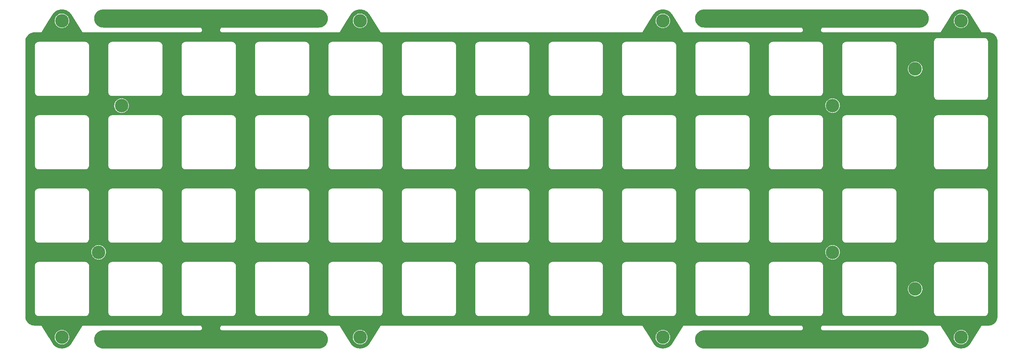
<source format=gbr>
G04 #@! TF.GenerationSoftware,KiCad,Pcbnew,(6.0.1-0)*
G04 #@! TF.CreationDate,2022-06-03T08:49:16-05:00*
G04 #@! TF.ProjectId,plate,706c6174-652e-46b6-9963-61645f706362,rev?*
G04 #@! TF.SameCoordinates,Original*
G04 #@! TF.FileFunction,Copper,L1,Top*
G04 #@! TF.FilePolarity,Positive*
%FSLAX46Y46*%
G04 Gerber Fmt 4.6, Leading zero omitted, Abs format (unit mm)*
G04 Created by KiCad (PCBNEW (6.0.1-0)) date 2022-06-03 08:49:16*
%MOMM*%
%LPD*%
G01*
G04 APERTURE LIST*
G04 #@! TA.AperFunction,ComponentPad*
%ADD10C,3.500000*%
G04 #@! TD*
G04 #@! TA.AperFunction,ViaPad*
%ADD11C,0.500000*%
G04 #@! TD*
G04 APERTURE END LIST*
D10*
X377429670Y-50006460D03*
X355997174Y-97631332D03*
X233362696Y-37504719D03*
X233362696Y-119657913D03*
X155972006Y-37504719D03*
X389334702Y-37504719D03*
X377428442Y-107156340D03*
X165497014Y-97631332D03*
X355997174Y-59531300D03*
X171450144Y-59531300D03*
X155972006Y-119657913D03*
X311944012Y-119657913D03*
X311944012Y-37504719D03*
X389334702Y-119657913D03*
D11*
X387531243Y-60133041D03*
G04 #@! TA.AperFunction,Conductor*
G36*
X166709847Y-34552510D02*
G01*
X166710042Y-34552482D01*
X222644545Y-34553154D01*
X222644545Y-34553177D01*
X222644585Y-34553171D01*
X222649518Y-34555214D01*
X222653835Y-34553426D01*
X222667040Y-34554257D01*
X222667041Y-34554257D01*
X222833526Y-34564731D01*
X222936965Y-34571238D01*
X222952661Y-34573221D01*
X223227799Y-34625707D01*
X223243109Y-34629638D01*
X223430336Y-34690472D01*
X223509498Y-34716193D01*
X223524210Y-34722018D01*
X223777641Y-34841273D01*
X223791507Y-34848896D01*
X224027986Y-34998970D01*
X224040788Y-35008270D01*
X224255797Y-35186141D01*
X224256609Y-35186813D01*
X224268143Y-35197645D01*
X224459874Y-35401818D01*
X224469960Y-35414010D01*
X224634102Y-35639931D01*
X224634590Y-35640603D01*
X224643065Y-35653957D01*
X224778009Y-35899418D01*
X224784740Y-35913724D01*
X224838489Y-36049479D01*
X224887849Y-36174149D01*
X224892738Y-36189197D01*
X224961558Y-36457229D01*
X224962393Y-36460483D01*
X224965357Y-36476020D01*
X224968189Y-36498439D01*
X225000462Y-36753903D01*
X225001456Y-36769695D01*
X225001456Y-37049789D01*
X225000462Y-37065581D01*
X224965443Y-37342786D01*
X224965358Y-37343458D01*
X224962394Y-37358995D01*
X224925806Y-37501498D01*
X224892738Y-37630287D01*
X224887849Y-37645335D01*
X224863374Y-37707153D01*
X224790458Y-37891320D01*
X224784743Y-37905754D01*
X224778009Y-37920066D01*
X224643438Y-38164849D01*
X224643069Y-38165521D01*
X224634593Y-38178876D01*
X224486402Y-38382843D01*
X224469960Y-38405474D01*
X224459874Y-38417666D01*
X224276563Y-38612873D01*
X224268143Y-38621839D01*
X224256612Y-38632668D01*
X224195178Y-38683491D01*
X224040788Y-38811214D01*
X224027986Y-38820514D01*
X223791507Y-38970588D01*
X223777641Y-38978211D01*
X223524210Y-39097466D01*
X223509498Y-39103291D01*
X223430336Y-39129012D01*
X223243109Y-39189846D01*
X223227799Y-39193777D01*
X222952662Y-39246263D01*
X222936965Y-39248246D01*
X222653835Y-39266058D01*
X222653673Y-39263490D01*
X222649566Y-39264290D01*
X222649518Y-39264270D01*
X222649386Y-39264325D01*
X222644547Y-39265267D01*
X222644547Y-39266329D01*
X222644545Y-39266330D01*
X222627666Y-39266330D01*
X222627143Y-39266302D01*
X222626949Y-39266330D01*
X201597963Y-39266047D01*
X197652191Y-39265994D01*
X197648134Y-39265681D01*
X197643916Y-39263934D01*
X197643916Y-39261438D01*
X197494375Y-39279596D01*
X197487249Y-39282298D01*
X197487247Y-39282299D01*
X197436877Y-39301402D01*
X197353525Y-39333013D01*
X197347249Y-39337345D01*
X197235825Y-39414255D01*
X197235823Y-39414257D01*
X197229551Y-39418586D01*
X197224495Y-39424293D01*
X197224494Y-39424294D01*
X197193374Y-39459422D01*
X197129659Y-39531341D01*
X197126119Y-39538086D01*
X197063193Y-39657979D01*
X197063191Y-39657983D01*
X197059653Y-39664725D01*
X197057831Y-39672118D01*
X197057830Y-39672120D01*
X197054885Y-39684071D01*
X197023603Y-39810987D01*
X197023603Y-39961627D01*
X197025425Y-39969017D01*
X197025425Y-39969021D01*
X197057747Y-40100158D01*
X197059653Y-40107889D01*
X197063191Y-40114631D01*
X197063193Y-40114635D01*
X197118539Y-40220085D01*
X197129659Y-40241273D01*
X197134711Y-40246976D01*
X197134712Y-40246977D01*
X197224196Y-40347984D01*
X197229551Y-40354028D01*
X197235823Y-40358357D01*
X197235825Y-40358359D01*
X197283053Y-40390958D01*
X197353525Y-40439601D01*
X197360655Y-40442305D01*
X197487247Y-40490315D01*
X197487249Y-40490316D01*
X197494375Y-40493018D01*
X197643916Y-40511176D01*
X197643916Y-40508680D01*
X197648463Y-40506797D01*
X197650601Y-40506620D01*
X200214323Y-40506606D01*
X228004032Y-40506452D01*
X228012197Y-40507817D01*
X228018306Y-40503459D01*
X228025241Y-40500586D01*
X228028409Y-40492937D01*
X228030246Y-40489997D01*
X228030439Y-40489841D01*
X228031848Y-40487432D01*
X229932205Y-37445500D01*
X231478322Y-37445500D01*
X231478497Y-37449952D01*
X231485858Y-37637296D01*
X231488777Y-37711602D01*
X231536622Y-37973575D01*
X231620902Y-38226194D01*
X231622892Y-38230177D01*
X231622893Y-38230179D01*
X231716576Y-38417666D01*
X231739936Y-38464417D01*
X231742463Y-38468073D01*
X231742464Y-38468075D01*
X231852269Y-38626949D01*
X231891347Y-38683491D01*
X232072117Y-38879046D01*
X232278636Y-39047180D01*
X232282453Y-39049478D01*
X232502970Y-39182240D01*
X232502974Y-39182242D01*
X232506786Y-39184537D01*
X232644255Y-39242748D01*
X232747910Y-39286641D01*
X232747915Y-39286643D01*
X232752013Y-39288378D01*
X232756310Y-39289517D01*
X232756315Y-39289519D01*
X232854901Y-39315658D01*
X233009425Y-39356629D01*
X233273886Y-39387930D01*
X233540119Y-39381656D01*
X233623836Y-39367722D01*
X233798421Y-39338663D01*
X233798425Y-39338662D01*
X233802811Y-39337932D01*
X233807052Y-39336591D01*
X233807055Y-39336590D01*
X234052477Y-39258973D01*
X234052479Y-39258972D01*
X234056723Y-39257630D01*
X234213722Y-39182240D01*
X234292767Y-39144283D01*
X234292768Y-39144282D01*
X234296786Y-39142353D01*
X234408107Y-39067971D01*
X234514504Y-38996879D01*
X234514508Y-38996876D01*
X234518212Y-38994401D01*
X234521529Y-38991430D01*
X234521533Y-38991427D01*
X234713266Y-38819696D01*
X234716582Y-38816726D01*
X234747856Y-38779522D01*
X234885072Y-38616284D01*
X234885074Y-38616282D01*
X234887939Y-38612873D01*
X235028863Y-38386909D01*
X235098153Y-38230179D01*
X235134744Y-38147410D01*
X235136542Y-38143343D01*
X235208829Y-37887035D01*
X235231804Y-37715982D01*
X235243853Y-37626280D01*
X235243854Y-37626272D01*
X235244280Y-37623098D01*
X235248000Y-37504719D01*
X235229192Y-37239077D01*
X235173142Y-36978736D01*
X235080968Y-36728889D01*
X234954511Y-36494523D01*
X234796292Y-36280312D01*
X234752559Y-36235886D01*
X234612601Y-36093713D01*
X234609470Y-36090532D01*
X234605930Y-36087831D01*
X234605924Y-36087825D01*
X234401312Y-35931670D01*
X234401308Y-35931667D01*
X234397771Y-35928968D01*
X234165419Y-35798845D01*
X233917051Y-35702759D01*
X233912726Y-35701756D01*
X233912721Y-35701755D01*
X233809133Y-35677745D01*
X233657623Y-35642626D01*
X233392309Y-35619648D01*
X233387874Y-35619892D01*
X233387870Y-35619892D01*
X233288361Y-35625368D01*
X233126405Y-35634281D01*
X233122045Y-35635148D01*
X233122039Y-35635149D01*
X232994281Y-35660562D01*
X232865215Y-35686235D01*
X232861005Y-35687713D01*
X232861003Y-35687714D01*
X232813597Y-35704362D01*
X232613951Y-35774473D01*
X232610000Y-35776526D01*
X232609994Y-35776528D01*
X232404948Y-35883041D01*
X232377627Y-35897233D01*
X232374012Y-35899816D01*
X232374006Y-35899820D01*
X232333218Y-35928968D01*
X232160958Y-36052067D01*
X231968267Y-36235886D01*
X231965511Y-36239381D01*
X231965510Y-36239383D01*
X231930413Y-36283904D01*
X231803398Y-36445021D01*
X231669641Y-36675300D01*
X231667976Y-36679412D01*
X231667973Y-36679417D01*
X231631679Y-36769023D01*
X231569665Y-36922128D01*
X231505465Y-37180580D01*
X231505011Y-37185008D01*
X231505011Y-37185010D01*
X231499015Y-37243529D01*
X231478322Y-37445500D01*
X229932205Y-37445500D01*
X230997192Y-35740757D01*
X231000057Y-35736813D01*
X231003092Y-35735016D01*
X231004034Y-35731336D01*
X231007520Y-35726538D01*
X231203883Y-35492481D01*
X231213262Y-35482466D01*
X231435799Y-35269403D01*
X231446217Y-35260465D01*
X231690634Y-35072893D01*
X231701948Y-35065152D01*
X231965343Y-34905301D01*
X231977449Y-34898830D01*
X232256654Y-34768620D01*
X232269404Y-34763500D01*
X232411620Y-34715219D01*
X232561137Y-34664460D01*
X232574354Y-34660763D01*
X232783887Y-34614306D01*
X232875139Y-34594074D01*
X232888694Y-34591836D01*
X233194939Y-34558293D01*
X233208658Y-34557544D01*
X233516734Y-34557544D01*
X233530453Y-34558293D01*
X233836698Y-34591836D01*
X233850253Y-34594074D01*
X233941505Y-34614306D01*
X234151038Y-34660763D01*
X234164255Y-34664460D01*
X234313772Y-34715219D01*
X234455988Y-34763500D01*
X234468738Y-34768620D01*
X234747943Y-34898830D01*
X234760049Y-34905301D01*
X235023444Y-35065152D01*
X235034758Y-35072893D01*
X235279175Y-35260465D01*
X235289593Y-35269403D01*
X235512130Y-35482466D01*
X235521509Y-35492481D01*
X235717888Y-35726557D01*
X235721356Y-35731329D01*
X235722300Y-35735016D01*
X235725345Y-35736819D01*
X235728191Y-35740736D01*
X238689610Y-40477219D01*
X238689612Y-40477220D01*
X238699440Y-40492940D01*
X238702607Y-40500586D01*
X238709546Y-40503460D01*
X238715661Y-40507820D01*
X238723822Y-40506452D01*
X238727294Y-40506452D01*
X238727528Y-40506533D01*
X238730291Y-40506452D01*
X306585348Y-40506452D01*
X306593513Y-40507817D01*
X306599622Y-40503459D01*
X306606557Y-40500586D01*
X306609725Y-40492937D01*
X306611562Y-40489997D01*
X306611755Y-40489841D01*
X306613164Y-40487432D01*
X308513521Y-37445500D01*
X310059638Y-37445500D01*
X310059813Y-37449952D01*
X310067174Y-37637296D01*
X310070093Y-37711602D01*
X310117938Y-37973575D01*
X310202218Y-38226194D01*
X310204208Y-38230177D01*
X310204209Y-38230179D01*
X310297892Y-38417666D01*
X310321252Y-38464417D01*
X310323779Y-38468073D01*
X310323780Y-38468075D01*
X310433585Y-38626949D01*
X310472663Y-38683491D01*
X310653433Y-38879046D01*
X310859952Y-39047180D01*
X310863769Y-39049478D01*
X311084286Y-39182240D01*
X311084290Y-39182242D01*
X311088102Y-39184537D01*
X311225571Y-39242748D01*
X311329226Y-39286641D01*
X311329231Y-39286643D01*
X311333329Y-39288378D01*
X311337626Y-39289517D01*
X311337631Y-39289519D01*
X311436217Y-39315658D01*
X311590741Y-39356629D01*
X311855202Y-39387930D01*
X312121435Y-39381656D01*
X312205152Y-39367722D01*
X312379737Y-39338663D01*
X312379741Y-39338662D01*
X312384127Y-39337932D01*
X312388368Y-39336591D01*
X312388371Y-39336590D01*
X312633793Y-39258973D01*
X312633795Y-39258972D01*
X312638039Y-39257630D01*
X312795038Y-39182240D01*
X312874083Y-39144283D01*
X312874084Y-39144282D01*
X312878102Y-39142353D01*
X312989423Y-39067971D01*
X313095820Y-38996879D01*
X313095824Y-38996876D01*
X313099528Y-38994401D01*
X313102845Y-38991430D01*
X313102849Y-38991427D01*
X313294582Y-38819696D01*
X313297898Y-38816726D01*
X313329172Y-38779522D01*
X313466388Y-38616284D01*
X313466390Y-38616282D01*
X313469255Y-38612873D01*
X313610179Y-38386909D01*
X313679469Y-38230179D01*
X313716060Y-38147410D01*
X313717858Y-38143343D01*
X313790145Y-37887035D01*
X313813120Y-37715982D01*
X313825169Y-37626280D01*
X313825170Y-37626272D01*
X313825596Y-37623098D01*
X313829316Y-37504719D01*
X313810508Y-37239077D01*
X313754458Y-36978736D01*
X313662284Y-36728889D01*
X313535827Y-36494523D01*
X313377608Y-36280312D01*
X313333875Y-36235886D01*
X313193917Y-36093713D01*
X313190786Y-36090532D01*
X313187246Y-36087831D01*
X313187240Y-36087825D01*
X312982628Y-35931670D01*
X312982624Y-35931667D01*
X312979087Y-35928968D01*
X312746735Y-35798845D01*
X312498367Y-35702759D01*
X312494042Y-35701756D01*
X312494037Y-35701755D01*
X312390449Y-35677745D01*
X312238939Y-35642626D01*
X311973625Y-35619648D01*
X311969190Y-35619892D01*
X311969186Y-35619892D01*
X311869677Y-35625368D01*
X311707721Y-35634281D01*
X311703361Y-35635148D01*
X311703355Y-35635149D01*
X311575597Y-35660562D01*
X311446531Y-35686235D01*
X311442321Y-35687713D01*
X311442319Y-35687714D01*
X311394913Y-35704362D01*
X311195267Y-35774473D01*
X311191316Y-35776526D01*
X311191310Y-35776528D01*
X310986264Y-35883041D01*
X310958943Y-35897233D01*
X310955328Y-35899816D01*
X310955322Y-35899820D01*
X310914534Y-35928968D01*
X310742274Y-36052067D01*
X310549583Y-36235886D01*
X310546827Y-36239381D01*
X310546826Y-36239383D01*
X310511729Y-36283904D01*
X310384714Y-36445021D01*
X310250957Y-36675300D01*
X310249292Y-36679412D01*
X310249289Y-36679417D01*
X310212995Y-36769023D01*
X310150981Y-36922128D01*
X310086781Y-37180580D01*
X310086327Y-37185008D01*
X310086327Y-37185010D01*
X310080331Y-37243529D01*
X310059638Y-37445500D01*
X308513521Y-37445500D01*
X309578508Y-35740757D01*
X309581373Y-35736813D01*
X309584408Y-35735016D01*
X309585350Y-35731336D01*
X309588836Y-35726538D01*
X309785199Y-35492481D01*
X309794578Y-35482466D01*
X310017115Y-35269403D01*
X310027533Y-35260465D01*
X310271950Y-35072893D01*
X310283264Y-35065152D01*
X310546659Y-34905301D01*
X310558765Y-34898830D01*
X310837970Y-34768620D01*
X310850720Y-34763500D01*
X310992936Y-34715219D01*
X311142453Y-34664460D01*
X311155670Y-34660763D01*
X311365203Y-34614306D01*
X311456455Y-34594074D01*
X311470010Y-34591836D01*
X311776255Y-34558293D01*
X311789974Y-34557544D01*
X312098050Y-34557544D01*
X312111769Y-34558293D01*
X312418014Y-34591836D01*
X312431569Y-34594074D01*
X312522821Y-34614306D01*
X312732354Y-34660763D01*
X312745571Y-34664460D01*
X312895088Y-34715219D01*
X313037304Y-34763500D01*
X313050054Y-34768620D01*
X313329259Y-34898830D01*
X313341365Y-34905301D01*
X313604760Y-35065152D01*
X313616074Y-35072893D01*
X313860491Y-35260465D01*
X313870909Y-35269403D01*
X314093446Y-35482466D01*
X314102825Y-35492481D01*
X314299204Y-35726557D01*
X314302672Y-35731329D01*
X314303616Y-35735016D01*
X314306661Y-35736819D01*
X314309507Y-35740736D01*
X317270926Y-40477219D01*
X317270928Y-40477220D01*
X317280756Y-40492940D01*
X317283923Y-40500586D01*
X317290862Y-40503460D01*
X317296977Y-40507820D01*
X317305138Y-40506452D01*
X317308610Y-40506452D01*
X317308844Y-40506533D01*
X317311607Y-40506452D01*
X337394304Y-40506341D01*
X347654514Y-40506284D01*
X347658574Y-40506597D01*
X347662792Y-40508344D01*
X347662792Y-40510840D01*
X347812333Y-40492682D01*
X347819459Y-40489980D01*
X347819461Y-40489979D01*
X347946053Y-40441969D01*
X347953183Y-40439265D01*
X348070396Y-40358359D01*
X348070883Y-40358023D01*
X348070885Y-40358021D01*
X348077157Y-40353692D01*
X348113037Y-40313192D01*
X348171996Y-40246641D01*
X348171997Y-40246640D01*
X348177049Y-40240937D01*
X348193138Y-40210282D01*
X348243515Y-40114299D01*
X348243517Y-40114295D01*
X348247055Y-40107553D01*
X348248878Y-40100158D01*
X348281283Y-39968685D01*
X348281283Y-39968681D01*
X348283105Y-39961291D01*
X348283105Y-39810651D01*
X348251824Y-39683735D01*
X348248878Y-39671784D01*
X348248877Y-39671782D01*
X348247055Y-39664389D01*
X348243517Y-39657647D01*
X348243515Y-39657643D01*
X348180589Y-39537750D01*
X348177049Y-39531005D01*
X348113335Y-39459086D01*
X348082214Y-39423958D01*
X348082213Y-39423957D01*
X348077157Y-39418250D01*
X348070885Y-39413921D01*
X348070883Y-39413919D01*
X347959459Y-39337009D01*
X347953183Y-39332677D01*
X347870717Y-39301402D01*
X347819461Y-39281963D01*
X347819459Y-39281962D01*
X347812333Y-39279260D01*
X347662792Y-39261102D01*
X347662792Y-39263598D01*
X347658245Y-39265481D01*
X347656106Y-39265658D01*
X322664451Y-39265658D01*
X322664451Y-39265631D01*
X322664404Y-39265639D01*
X322659478Y-39263598D01*
X322655161Y-39265386D01*
X322641945Y-39264555D01*
X322641944Y-39264554D01*
X322423162Y-39250790D01*
X322372031Y-39247574D01*
X322356334Y-39245591D01*
X322081197Y-39193105D01*
X322065887Y-39189174D01*
X321878660Y-39128340D01*
X321799498Y-39102619D01*
X321784786Y-39096794D01*
X321531355Y-38977539D01*
X321517489Y-38969916D01*
X321281010Y-38819842D01*
X321268208Y-38810542D01*
X321110199Y-38679825D01*
X321052384Y-38631996D01*
X321040853Y-38621167D01*
X321033065Y-38612873D01*
X320849122Y-38416994D01*
X320839036Y-38404802D01*
X320712165Y-38230179D01*
X320674403Y-38178204D01*
X320665927Y-38164849D01*
X320654104Y-38143343D01*
X320530987Y-37919394D01*
X320524253Y-37905082D01*
X320518805Y-37891320D01*
X320425196Y-37654889D01*
X320421147Y-37644663D01*
X320416258Y-37629615D01*
X320367847Y-37441068D01*
X320346602Y-37358323D01*
X320343638Y-37342786D01*
X320308534Y-37064909D01*
X320307540Y-37049117D01*
X320307540Y-36769023D01*
X320308534Y-36753231D01*
X320340722Y-36498439D01*
X320343639Y-36475348D01*
X320346603Y-36459811D01*
X320347094Y-36457901D01*
X320416258Y-36188525D01*
X320421147Y-36173477D01*
X320524253Y-35913058D01*
X320530987Y-35898746D01*
X320665931Y-35653285D01*
X320674406Y-35639931D01*
X320677881Y-35635149D01*
X320839036Y-35413338D01*
X320849122Y-35401146D01*
X321040853Y-35196973D01*
X321052387Y-35186141D01*
X321268208Y-35007598D01*
X321281010Y-34998298D01*
X321517489Y-34848224D01*
X321531355Y-34840601D01*
X321784786Y-34721346D01*
X321799498Y-34715521D01*
X321946586Y-34667729D01*
X322065887Y-34628966D01*
X322081197Y-34625035D01*
X322356335Y-34572549D01*
X322372031Y-34570566D01*
X322655161Y-34552754D01*
X322655323Y-34555322D01*
X322659430Y-34554522D01*
X322659478Y-34554542D01*
X322659610Y-34554487D01*
X322664449Y-34553545D01*
X322664449Y-34552483D01*
X322664451Y-34552482D01*
X322681330Y-34552482D01*
X322681853Y-34552510D01*
X322682048Y-34552482D01*
X378616551Y-34553154D01*
X378616551Y-34553177D01*
X378616591Y-34553171D01*
X378621524Y-34555214D01*
X378625841Y-34553426D01*
X378639046Y-34554257D01*
X378639047Y-34554257D01*
X378805532Y-34564731D01*
X378908971Y-34571238D01*
X378924667Y-34573221D01*
X379199805Y-34625707D01*
X379215115Y-34629638D01*
X379402342Y-34690472D01*
X379481504Y-34716193D01*
X379496216Y-34722018D01*
X379749647Y-34841273D01*
X379763513Y-34848896D01*
X379999992Y-34998970D01*
X380012794Y-35008270D01*
X380227803Y-35186141D01*
X380228615Y-35186813D01*
X380240149Y-35197645D01*
X380431880Y-35401818D01*
X380441966Y-35414010D01*
X380606108Y-35639931D01*
X380606596Y-35640603D01*
X380615071Y-35653957D01*
X380750015Y-35899418D01*
X380756746Y-35913724D01*
X380810495Y-36049479D01*
X380859855Y-36174149D01*
X380864744Y-36189197D01*
X380933564Y-36457229D01*
X380934399Y-36460483D01*
X380937363Y-36476020D01*
X380940195Y-36498439D01*
X380972468Y-36753903D01*
X380973462Y-36769695D01*
X380973462Y-37049789D01*
X380972468Y-37065581D01*
X380937449Y-37342786D01*
X380937364Y-37343458D01*
X380934400Y-37358995D01*
X380897812Y-37501498D01*
X380864744Y-37630287D01*
X380859855Y-37645335D01*
X380835380Y-37707153D01*
X380762464Y-37891320D01*
X380756749Y-37905754D01*
X380750015Y-37920066D01*
X380615444Y-38164849D01*
X380615075Y-38165521D01*
X380606599Y-38178876D01*
X380458408Y-38382843D01*
X380441966Y-38405474D01*
X380431880Y-38417666D01*
X380248569Y-38612873D01*
X380240149Y-38621839D01*
X380228618Y-38632668D01*
X380167184Y-38683491D01*
X380012794Y-38811214D01*
X379999992Y-38820514D01*
X379763513Y-38970588D01*
X379749647Y-38978211D01*
X379496216Y-39097466D01*
X379481504Y-39103291D01*
X379402342Y-39129012D01*
X379215115Y-39189846D01*
X379199805Y-39193777D01*
X378924668Y-39246263D01*
X378908971Y-39248246D01*
X378625841Y-39266058D01*
X378625679Y-39263486D01*
X378621565Y-39264287D01*
X378621524Y-39264270D01*
X378621411Y-39264317D01*
X378616555Y-39265262D01*
X378616555Y-39266329D01*
X378616552Y-39266330D01*
X378599665Y-39266330D01*
X378599148Y-39266302D01*
X378598956Y-39266330D01*
X357567767Y-39265764D01*
X353624196Y-39265658D01*
X353620142Y-39265346D01*
X353615922Y-39263598D01*
X353615922Y-39261102D01*
X353466381Y-39279260D01*
X353459255Y-39281962D01*
X353459253Y-39281963D01*
X353407997Y-39301402D01*
X353325531Y-39332677D01*
X353319255Y-39337009D01*
X353207831Y-39413919D01*
X353207829Y-39413921D01*
X353201557Y-39418250D01*
X353196501Y-39423957D01*
X353196500Y-39423958D01*
X353165380Y-39459086D01*
X353101665Y-39531005D01*
X353098125Y-39537750D01*
X353035199Y-39657643D01*
X353035197Y-39657647D01*
X353031659Y-39664389D01*
X353029837Y-39671782D01*
X353029836Y-39671784D01*
X353026891Y-39683735D01*
X352995609Y-39810651D01*
X352995609Y-39961291D01*
X352997431Y-39968681D01*
X352997431Y-39968685D01*
X353029836Y-40100158D01*
X353031659Y-40107553D01*
X353035197Y-40114295D01*
X353035199Y-40114299D01*
X353085576Y-40210282D01*
X353101665Y-40240937D01*
X353106717Y-40246640D01*
X353106718Y-40246641D01*
X353165677Y-40313192D01*
X353201557Y-40353692D01*
X353207829Y-40358021D01*
X353207831Y-40358023D01*
X353208318Y-40358359D01*
X353325531Y-40439265D01*
X353332661Y-40441969D01*
X353459253Y-40489979D01*
X353459255Y-40489980D01*
X353466381Y-40492682D01*
X353615922Y-40510840D01*
X353615922Y-40508344D01*
X353620468Y-40506461D01*
X353622608Y-40506284D01*
X356187701Y-40506298D01*
X383957493Y-40506452D01*
X383976038Y-40506452D01*
X383984203Y-40507817D01*
X383990312Y-40503459D01*
X383997247Y-40500586D01*
X384000415Y-40492937D01*
X384002252Y-40489997D01*
X384002445Y-40489841D01*
X384003854Y-40487432D01*
X385904211Y-37445500D01*
X387450328Y-37445500D01*
X387450503Y-37449952D01*
X387457864Y-37637296D01*
X387460783Y-37711602D01*
X387508628Y-37973575D01*
X387592908Y-38226194D01*
X387594898Y-38230177D01*
X387594899Y-38230179D01*
X387688582Y-38417666D01*
X387711942Y-38464417D01*
X387714469Y-38468073D01*
X387714470Y-38468075D01*
X387824275Y-38626949D01*
X387863353Y-38683491D01*
X388044123Y-38879046D01*
X388250642Y-39047180D01*
X388254459Y-39049478D01*
X388474976Y-39182240D01*
X388474980Y-39182242D01*
X388478792Y-39184537D01*
X388616261Y-39242748D01*
X388719916Y-39286641D01*
X388719921Y-39286643D01*
X388724019Y-39288378D01*
X388728316Y-39289517D01*
X388728321Y-39289519D01*
X388826907Y-39315658D01*
X388981431Y-39356629D01*
X389245892Y-39387930D01*
X389512125Y-39381656D01*
X389595842Y-39367722D01*
X389770427Y-39338663D01*
X389770431Y-39338662D01*
X389774817Y-39337932D01*
X389779058Y-39336591D01*
X389779061Y-39336590D01*
X390024483Y-39258973D01*
X390024485Y-39258972D01*
X390028729Y-39257630D01*
X390185728Y-39182240D01*
X390264773Y-39144283D01*
X390264774Y-39144282D01*
X390268792Y-39142353D01*
X390380113Y-39067971D01*
X390486510Y-38996879D01*
X390486514Y-38996876D01*
X390490218Y-38994401D01*
X390493535Y-38991430D01*
X390493539Y-38991427D01*
X390685272Y-38819696D01*
X390688588Y-38816726D01*
X390719862Y-38779522D01*
X390857078Y-38616284D01*
X390857080Y-38616282D01*
X390859945Y-38612873D01*
X391000869Y-38386909D01*
X391070159Y-38230179D01*
X391106750Y-38147410D01*
X391108548Y-38143343D01*
X391180835Y-37887035D01*
X391203810Y-37715982D01*
X391215859Y-37626280D01*
X391215860Y-37626272D01*
X391216286Y-37623098D01*
X391220006Y-37504719D01*
X391201198Y-37239077D01*
X391145148Y-36978736D01*
X391052974Y-36728889D01*
X390926517Y-36494523D01*
X390768298Y-36280312D01*
X390724565Y-36235886D01*
X390584607Y-36093713D01*
X390581476Y-36090532D01*
X390577936Y-36087831D01*
X390577930Y-36087825D01*
X390373318Y-35931670D01*
X390373314Y-35931667D01*
X390369777Y-35928968D01*
X390137425Y-35798845D01*
X389889057Y-35702759D01*
X389884732Y-35701756D01*
X389884727Y-35701755D01*
X389781139Y-35677745D01*
X389629629Y-35642626D01*
X389364315Y-35619648D01*
X389359880Y-35619892D01*
X389359876Y-35619892D01*
X389260367Y-35625368D01*
X389098411Y-35634281D01*
X389094051Y-35635148D01*
X389094045Y-35635149D01*
X388966287Y-35660562D01*
X388837221Y-35686235D01*
X388833011Y-35687713D01*
X388833009Y-35687714D01*
X388785603Y-35704362D01*
X388585957Y-35774473D01*
X388582006Y-35776526D01*
X388582000Y-35776528D01*
X388376954Y-35883041D01*
X388349633Y-35897233D01*
X388346018Y-35899816D01*
X388346012Y-35899820D01*
X388305224Y-35928968D01*
X388132964Y-36052067D01*
X387940273Y-36235886D01*
X387937517Y-36239381D01*
X387937516Y-36239383D01*
X387902419Y-36283904D01*
X387775404Y-36445021D01*
X387641647Y-36675300D01*
X387639982Y-36679412D01*
X387639979Y-36679417D01*
X387603685Y-36769023D01*
X387541671Y-36922128D01*
X387477471Y-37180580D01*
X387477017Y-37185008D01*
X387477017Y-37185010D01*
X387471021Y-37243529D01*
X387450328Y-37445500D01*
X385904211Y-37445500D01*
X386969198Y-35740757D01*
X386972063Y-35736813D01*
X386975098Y-35735016D01*
X386976040Y-35731336D01*
X386979526Y-35726538D01*
X387175889Y-35492481D01*
X387185268Y-35482466D01*
X387407805Y-35269403D01*
X387418223Y-35260465D01*
X387662640Y-35072893D01*
X387673954Y-35065152D01*
X387937349Y-34905301D01*
X387949455Y-34898830D01*
X388228660Y-34768620D01*
X388241410Y-34763500D01*
X388383626Y-34715219D01*
X388533143Y-34664460D01*
X388546360Y-34660763D01*
X388755893Y-34614306D01*
X388847145Y-34594074D01*
X388860700Y-34591836D01*
X389166945Y-34558293D01*
X389180664Y-34557544D01*
X389488740Y-34557544D01*
X389502459Y-34558293D01*
X389808704Y-34591836D01*
X389822259Y-34594074D01*
X389913511Y-34614306D01*
X390123044Y-34660763D01*
X390136261Y-34664460D01*
X390285778Y-34715219D01*
X390427994Y-34763500D01*
X390440744Y-34768620D01*
X390719949Y-34898830D01*
X390732055Y-34905301D01*
X390995450Y-35065152D01*
X391006764Y-35072893D01*
X391251181Y-35260465D01*
X391261599Y-35269403D01*
X391484136Y-35482466D01*
X391493515Y-35492481D01*
X391689894Y-35726557D01*
X391693362Y-35731329D01*
X391694306Y-35735016D01*
X391697351Y-35736819D01*
X391700197Y-35740736D01*
X394661616Y-40477219D01*
X394661618Y-40477220D01*
X394671446Y-40492940D01*
X394674613Y-40500586D01*
X394681552Y-40503460D01*
X394687667Y-40507820D01*
X394695828Y-40506452D01*
X394699300Y-40506452D01*
X394699534Y-40506533D01*
X394702297Y-40506452D01*
X396474661Y-40506456D01*
X396474661Y-40506481D01*
X396474704Y-40506474D01*
X396479634Y-40508516D01*
X396483973Y-40506718D01*
X396557670Y-40511176D01*
X396756043Y-40523176D01*
X396771147Y-40525010D01*
X397036026Y-40573551D01*
X397050799Y-40577192D01*
X397307894Y-40657306D01*
X397322119Y-40662700D01*
X397567703Y-40773227D01*
X397581167Y-40780295D01*
X397811618Y-40919608D01*
X397824140Y-40928251D01*
X398036129Y-41094334D01*
X398047517Y-41104424D01*
X398237926Y-41294833D01*
X398248016Y-41306221D01*
X398414099Y-41518210D01*
X398422742Y-41530732D01*
X398562053Y-41761179D01*
X398569123Y-41774647D01*
X398668114Y-41994600D01*
X398679649Y-42020229D01*
X398685043Y-42034454D01*
X398755191Y-42259566D01*
X398765158Y-42291551D01*
X398768799Y-42306324D01*
X398817340Y-42571203D01*
X398819174Y-42586307D01*
X398835632Y-42858377D01*
X398833153Y-42858527D01*
X398833921Y-42862506D01*
X398833834Y-42862716D01*
X398834072Y-42863292D01*
X398834921Y-42867689D01*
X398835894Y-42867689D01*
X398835894Y-42884503D01*
X398835864Y-42885067D01*
X398835894Y-42885278D01*
X398835894Y-114295171D01*
X398835869Y-114295171D01*
X398835876Y-114295214D01*
X398833834Y-114300144D01*
X398835632Y-114304483D01*
X398834825Y-114317825D01*
X398819174Y-114576553D01*
X398817340Y-114591657D01*
X398768799Y-114856536D01*
X398765158Y-114871309D01*
X398685044Y-115128404D01*
X398679650Y-115142629D01*
X398679644Y-115142643D01*
X398569125Y-115388208D01*
X398562055Y-115401677D01*
X398422742Y-115632128D01*
X398414100Y-115644649D01*
X398249943Y-115854179D01*
X398248016Y-115856639D01*
X398237926Y-115868027D01*
X398047517Y-116058436D01*
X398036129Y-116068526D01*
X397824140Y-116234609D01*
X397811619Y-116243251D01*
X397581167Y-116382565D01*
X397567703Y-116389633D01*
X397467593Y-116434688D01*
X397322121Y-116500159D01*
X397307894Y-116505554D01*
X397050799Y-116585668D01*
X397036026Y-116589309D01*
X396771147Y-116637850D01*
X396756043Y-116639684D01*
X396483973Y-116656142D01*
X396483823Y-116653664D01*
X396479845Y-116654431D01*
X396479634Y-116654344D01*
X396479055Y-116654584D01*
X396474659Y-116655432D01*
X396474659Y-116656405D01*
X396469614Y-116656405D01*
X396458540Y-116656406D01*
X396457874Y-116656406D01*
X396457291Y-116656375D01*
X396457073Y-116656406D01*
X395790207Y-116656448D01*
X394695826Y-116656516D01*
X394687668Y-116655148D01*
X394681552Y-116659508D01*
X394674612Y-116662383D01*
X394671447Y-116670024D01*
X394669599Y-116672979D01*
X394669406Y-116673135D01*
X394668012Y-116675517D01*
X391700198Y-121421895D01*
X391697350Y-121425814D01*
X391694306Y-121427616D01*
X391693361Y-121431304D01*
X391689895Y-121436074D01*
X391493515Y-121670151D01*
X391484140Y-121680162D01*
X391411584Y-121749630D01*
X391261604Y-121893225D01*
X391251181Y-121902167D01*
X391006764Y-122089739D01*
X390995450Y-122097480D01*
X390732055Y-122257331D01*
X390719949Y-122263802D01*
X390440744Y-122394012D01*
X390427994Y-122399132D01*
X390305145Y-122440838D01*
X390136261Y-122498172D01*
X390123044Y-122501869D01*
X389913511Y-122548326D01*
X389822259Y-122568558D01*
X389808704Y-122570796D01*
X389502459Y-122604339D01*
X389488740Y-122605088D01*
X389180664Y-122605088D01*
X389166945Y-122604339D01*
X388860700Y-122570796D01*
X388847145Y-122568558D01*
X388755893Y-122548326D01*
X388546360Y-122501869D01*
X388533143Y-122498172D01*
X388364259Y-122440838D01*
X388241410Y-122399132D01*
X388228660Y-122394012D01*
X387949455Y-122263802D01*
X387937349Y-122257331D01*
X387673954Y-122097480D01*
X387662640Y-122089739D01*
X387418223Y-121902167D01*
X387407800Y-121893225D01*
X387257821Y-121749630D01*
X387185264Y-121680162D01*
X387175877Y-121670137D01*
X387062466Y-121534955D01*
X386979530Y-121436099D01*
X386976041Y-121431296D01*
X386975098Y-121427616D01*
X386972061Y-121425818D01*
X386969201Y-121421881D01*
X386962293Y-121410824D01*
X385830139Y-119598694D01*
X387450328Y-119598694D01*
X387450503Y-119603146D01*
X387458314Y-119801945D01*
X387460783Y-119864796D01*
X387508628Y-120126769D01*
X387592908Y-120379388D01*
X387594898Y-120383371D01*
X387594899Y-120383373D01*
X387671182Y-120536037D01*
X387711942Y-120617611D01*
X387714469Y-120621267D01*
X387714470Y-120621269D01*
X387760247Y-120687502D01*
X387863353Y-120836685D01*
X387971131Y-120953278D01*
X388013438Y-120999045D01*
X388044123Y-121032240D01*
X388250642Y-121200374D01*
X388254459Y-121202672D01*
X388474976Y-121335434D01*
X388474980Y-121335436D01*
X388478792Y-121337731D01*
X388616261Y-121395942D01*
X388719916Y-121439835D01*
X388719921Y-121439837D01*
X388724019Y-121441572D01*
X388728316Y-121442711D01*
X388728321Y-121442713D01*
X388799167Y-121461497D01*
X388981431Y-121509823D01*
X389245892Y-121541124D01*
X389512125Y-121534850D01*
X389622317Y-121516509D01*
X389770427Y-121491857D01*
X389770431Y-121491856D01*
X389774817Y-121491126D01*
X389779058Y-121489785D01*
X389779061Y-121489784D01*
X390024483Y-121412167D01*
X390024485Y-121412166D01*
X390028729Y-121410824D01*
X390268792Y-121295547D01*
X390380113Y-121221165D01*
X390486510Y-121150073D01*
X390486514Y-121150070D01*
X390490218Y-121147595D01*
X390493535Y-121144624D01*
X390493539Y-121144621D01*
X390667613Y-120988707D01*
X390688588Y-120969920D01*
X390719862Y-120932716D01*
X390857078Y-120769478D01*
X390857080Y-120769476D01*
X390859945Y-120766067D01*
X391000869Y-120540103D01*
X391061982Y-120401869D01*
X391106750Y-120300604D01*
X391108548Y-120296537D01*
X391180835Y-120040229D01*
X391203810Y-119869176D01*
X391215859Y-119779474D01*
X391215860Y-119779466D01*
X391216286Y-119776292D01*
X391220006Y-119657913D01*
X391201198Y-119392271D01*
X391170534Y-119249840D01*
X391146084Y-119136277D01*
X391146084Y-119136275D01*
X391145148Y-119131930D01*
X391052974Y-118882083D01*
X390963758Y-118716736D01*
X390928630Y-118651633D01*
X390926517Y-118647717D01*
X390768298Y-118433506D01*
X390724565Y-118389080D01*
X390639903Y-118303078D01*
X390581476Y-118243726D01*
X390577936Y-118241025D01*
X390577930Y-118241019D01*
X390373318Y-118084864D01*
X390373314Y-118084861D01*
X390369777Y-118082162D01*
X390137425Y-117952039D01*
X389889057Y-117855953D01*
X389884732Y-117854950D01*
X389884727Y-117854949D01*
X389757723Y-117825511D01*
X389629629Y-117795820D01*
X389364315Y-117772842D01*
X389359880Y-117773086D01*
X389359876Y-117773086D01*
X389260367Y-117778562D01*
X389098411Y-117787475D01*
X389094051Y-117788342D01*
X389094045Y-117788343D01*
X388966287Y-117813756D01*
X388837221Y-117839429D01*
X388833011Y-117840907D01*
X388833009Y-117840908D01*
X388785603Y-117857556D01*
X388585957Y-117927667D01*
X388582006Y-117929720D01*
X388582000Y-117929722D01*
X388353583Y-118048375D01*
X388349633Y-118050427D01*
X388346018Y-118053010D01*
X388346012Y-118053014D01*
X388305224Y-118082162D01*
X388132964Y-118205261D01*
X387940273Y-118389080D01*
X387937517Y-118392575D01*
X387937516Y-118392577D01*
X387819966Y-118541689D01*
X387775404Y-118598215D01*
X387641647Y-118828494D01*
X387541671Y-119075322D01*
X387526530Y-119136277D01*
X387496350Y-119257774D01*
X387477471Y-119333774D01*
X387477017Y-119338202D01*
X387477017Y-119338204D01*
X387457034Y-119533241D01*
X387450328Y-119598694D01*
X385830139Y-119598694D01*
X384000416Y-116670031D01*
X383997247Y-116662382D01*
X383990313Y-116659510D01*
X383984202Y-116655150D01*
X383976036Y-116656516D01*
X383972573Y-116656516D01*
X383972337Y-116656434D01*
X383969564Y-116656516D01*
X363876934Y-116656405D01*
X353624198Y-116656348D01*
X353620140Y-116656035D01*
X353615922Y-116654288D01*
X353615922Y-116651792D01*
X353466381Y-116669950D01*
X353459255Y-116672652D01*
X353459253Y-116672653D01*
X353358662Y-116710802D01*
X353325531Y-116723367D01*
X353319255Y-116727699D01*
X353207831Y-116804609D01*
X353207829Y-116804611D01*
X353201557Y-116808940D01*
X353196501Y-116814647D01*
X353196500Y-116814648D01*
X353106818Y-116915879D01*
X353101665Y-116921695D01*
X353098125Y-116928440D01*
X353035199Y-117048333D01*
X353035197Y-117048337D01*
X353031659Y-117055079D01*
X353029837Y-117062472D01*
X353029836Y-117062474D01*
X353026891Y-117074425D01*
X352995609Y-117201341D01*
X352995609Y-117351981D01*
X352997431Y-117359371D01*
X352997431Y-117359375D01*
X353029836Y-117490848D01*
X353031659Y-117498243D01*
X353035197Y-117504985D01*
X353035199Y-117504989D01*
X353090545Y-117610439D01*
X353101665Y-117631627D01*
X353106717Y-117637330D01*
X353106718Y-117637331D01*
X353196401Y-117738562D01*
X353201557Y-117744382D01*
X353207829Y-117748711D01*
X353207831Y-117748713D01*
X353276078Y-117795820D01*
X353325531Y-117829955D01*
X353332661Y-117832659D01*
X353459253Y-117880669D01*
X353459255Y-117880670D01*
X353466381Y-117883372D01*
X353615922Y-117901530D01*
X353615922Y-117899034D01*
X353620468Y-117897151D01*
X353622609Y-117896974D01*
X378616716Y-117897310D01*
X378616719Y-117897310D01*
X378616719Y-117897333D01*
X378616759Y-117897327D01*
X378621692Y-117899370D01*
X378626009Y-117897582D01*
X378639214Y-117898413D01*
X378639215Y-117898413D01*
X378805700Y-117908887D01*
X378909139Y-117915394D01*
X378924835Y-117917377D01*
X379199973Y-117969863D01*
X379215283Y-117973794D01*
X379402510Y-118034628D01*
X379481672Y-118060349D01*
X379496384Y-118066174D01*
X379749815Y-118185429D01*
X379763679Y-118193051D01*
X380000160Y-118343126D01*
X380012962Y-118352426D01*
X380228648Y-118530857D01*
X380228783Y-118530969D01*
X380240317Y-118541801D01*
X380432048Y-118745974D01*
X380442134Y-118758166D01*
X380606683Y-118984647D01*
X380606764Y-118984759D01*
X380615239Y-118998113D01*
X380750183Y-119243574D01*
X380756917Y-119257886D01*
X380860023Y-119518305D01*
X380864912Y-119533353D01*
X380934366Y-119803855D01*
X380934567Y-119804639D01*
X380937531Y-119820176D01*
X380965330Y-120040229D01*
X380972636Y-120098059D01*
X380973630Y-120113851D01*
X380973630Y-120393945D01*
X380972636Y-120409737D01*
X380937617Y-120686942D01*
X380937532Y-120687614D01*
X380934568Y-120703151D01*
X380899441Y-120839961D01*
X380864912Y-120974443D01*
X380860023Y-120989491D01*
X380844394Y-121028967D01*
X380775620Y-121202672D01*
X380756917Y-121249910D01*
X380750183Y-121264222D01*
X380615243Y-121509677D01*
X380606767Y-121523032D01*
X380590596Y-121545290D01*
X380442134Y-121749630D01*
X380432048Y-121761822D01*
X380300252Y-121902171D01*
X380240317Y-121965995D01*
X380228786Y-121976824D01*
X380186636Y-122011694D01*
X380012962Y-122155370D01*
X380000161Y-122164670D01*
X379848534Y-122260895D01*
X379763681Y-122314744D01*
X379749815Y-122322367D01*
X379496384Y-122441622D01*
X379481672Y-122447447D01*
X379402510Y-122473168D01*
X379215283Y-122534002D01*
X379199973Y-122537933D01*
X378925423Y-122590307D01*
X378924836Y-122590419D01*
X378909139Y-122592402D01*
X378626009Y-122610214D01*
X378625847Y-122607646D01*
X378621740Y-122608446D01*
X378621692Y-122608426D01*
X378621560Y-122608481D01*
X378616721Y-122609423D01*
X378616721Y-122610485D01*
X378616719Y-122610486D01*
X378599840Y-122610486D01*
X378599317Y-122610458D01*
X378599122Y-122610486D01*
X322664619Y-122609814D01*
X322664619Y-122609791D01*
X322664579Y-122609797D01*
X322659646Y-122607754D01*
X322655329Y-122609542D01*
X322642124Y-122608711D01*
X322642123Y-122608711D01*
X322475638Y-122598237D01*
X322372199Y-122591730D01*
X322356502Y-122589747D01*
X322355915Y-122589635D01*
X322081365Y-122537261D01*
X322066055Y-122533330D01*
X321878828Y-122472496D01*
X321799666Y-122446775D01*
X321784954Y-122440950D01*
X321531523Y-122321695D01*
X321517657Y-122314072D01*
X321433864Y-122260895D01*
X321281177Y-122163998D01*
X321268376Y-122154698D01*
X321194908Y-122093920D01*
X321052552Y-121976152D01*
X321041021Y-121965323D01*
X321016562Y-121939276D01*
X320849290Y-121761150D01*
X320839204Y-121748958D01*
X320781937Y-121670137D01*
X320674571Y-121522360D01*
X320666095Y-121509005D01*
X320531155Y-121263550D01*
X320524421Y-121249238D01*
X320505985Y-121202672D01*
X320438506Y-121032240D01*
X320421315Y-120988819D01*
X320416426Y-120973771D01*
X320362125Y-120762284D01*
X320346770Y-120702479D01*
X320343806Y-120686942D01*
X320335048Y-120617611D01*
X320308702Y-120409065D01*
X320307708Y-120393273D01*
X320307708Y-120113179D01*
X320308702Y-120097387D01*
X320338647Y-119860347D01*
X320343807Y-119819504D01*
X320346771Y-119803967D01*
X320347262Y-119802057D01*
X320396843Y-119608953D01*
X320416426Y-119532681D01*
X320421315Y-119517633D01*
X320524155Y-119257886D01*
X320524424Y-119257208D01*
X320531155Y-119242902D01*
X320666099Y-118997441D01*
X320674574Y-118984087D01*
X320674656Y-118983975D01*
X320839204Y-118757494D01*
X320849290Y-118745302D01*
X321041021Y-118541129D01*
X321052555Y-118530297D01*
X321052691Y-118530185D01*
X321268376Y-118351754D01*
X321281178Y-118342454D01*
X321517659Y-118192379D01*
X321531523Y-118184757D01*
X321784954Y-118065502D01*
X321799666Y-118059677D01*
X321946754Y-118011885D01*
X322066055Y-117973122D01*
X322081365Y-117969191D01*
X322356503Y-117916705D01*
X322372199Y-117914722D01*
X322655329Y-117896910D01*
X322655491Y-117899478D01*
X322659598Y-117898678D01*
X322659646Y-117898698D01*
X322659778Y-117898643D01*
X322664617Y-117897701D01*
X322664617Y-117896639D01*
X322664619Y-117896638D01*
X322681498Y-117896638D01*
X322682021Y-117896666D01*
X322682215Y-117896638D01*
X343709132Y-117896921D01*
X347654517Y-117896974D01*
X347658574Y-117897287D01*
X347662792Y-117899034D01*
X347662792Y-117901530D01*
X347812333Y-117883372D01*
X347819459Y-117880670D01*
X347819461Y-117880669D01*
X347946053Y-117832659D01*
X347953183Y-117829955D01*
X348002636Y-117795820D01*
X348070883Y-117748713D01*
X348070885Y-117748711D01*
X348077157Y-117744382D01*
X348082313Y-117738562D01*
X348171996Y-117637331D01*
X348171997Y-117637330D01*
X348177049Y-117631627D01*
X348188169Y-117610439D01*
X348243515Y-117504989D01*
X348243517Y-117504985D01*
X348247055Y-117498243D01*
X348248878Y-117490848D01*
X348281283Y-117359375D01*
X348281283Y-117359371D01*
X348283105Y-117351981D01*
X348283105Y-117201341D01*
X348251824Y-117074425D01*
X348248878Y-117062474D01*
X348248877Y-117062472D01*
X348247055Y-117055079D01*
X348243517Y-117048337D01*
X348243515Y-117048333D01*
X348180589Y-116928440D01*
X348177049Y-116921695D01*
X348171897Y-116915879D01*
X348082214Y-116814648D01*
X348082213Y-116814647D01*
X348077157Y-116808940D01*
X348070885Y-116804611D01*
X348070883Y-116804609D01*
X347959459Y-116727699D01*
X347953183Y-116723367D01*
X347920052Y-116710802D01*
X347819461Y-116672653D01*
X347819459Y-116672652D01*
X347812333Y-116669950D01*
X347662792Y-116651792D01*
X347662792Y-116654288D01*
X347658245Y-116656171D01*
X347656107Y-116656348D01*
X345091961Y-116656362D01*
X317305138Y-116656516D01*
X317296978Y-116655148D01*
X317290861Y-116659508D01*
X317283923Y-116662382D01*
X317280757Y-116670024D01*
X317278912Y-116672975D01*
X317278717Y-116673132D01*
X317277317Y-116675525D01*
X314309508Y-121421895D01*
X314306660Y-121425814D01*
X314303616Y-121427616D01*
X314302671Y-121431304D01*
X314299205Y-121436074D01*
X314102825Y-121670151D01*
X314093450Y-121680162D01*
X314020894Y-121749630D01*
X313870914Y-121893225D01*
X313860491Y-121902167D01*
X313616074Y-122089739D01*
X313604760Y-122097480D01*
X313341365Y-122257331D01*
X313329259Y-122263802D01*
X313050054Y-122394012D01*
X313037304Y-122399132D01*
X312914455Y-122440838D01*
X312745571Y-122498172D01*
X312732354Y-122501869D01*
X312522821Y-122548326D01*
X312431569Y-122568558D01*
X312418014Y-122570796D01*
X312111769Y-122604339D01*
X312098050Y-122605088D01*
X311789974Y-122605088D01*
X311776255Y-122604339D01*
X311470010Y-122570796D01*
X311456455Y-122568558D01*
X311365203Y-122548326D01*
X311155670Y-122501869D01*
X311142453Y-122498172D01*
X310973569Y-122440838D01*
X310850720Y-122399132D01*
X310837970Y-122394012D01*
X310558765Y-122263802D01*
X310546659Y-122257331D01*
X310283264Y-122097480D01*
X310271950Y-122089739D01*
X310027533Y-121902167D01*
X310017110Y-121893225D01*
X309867131Y-121749630D01*
X309794574Y-121680162D01*
X309785187Y-121670137D01*
X309671776Y-121534955D01*
X309588840Y-121436099D01*
X309585351Y-121431296D01*
X309584408Y-121427616D01*
X309581371Y-121425818D01*
X309578511Y-121421881D01*
X309571603Y-121410824D01*
X308439449Y-119598694D01*
X310059638Y-119598694D01*
X310059813Y-119603146D01*
X310067624Y-119801945D01*
X310070093Y-119864796D01*
X310117938Y-120126769D01*
X310202218Y-120379388D01*
X310204208Y-120383371D01*
X310204209Y-120383373D01*
X310280492Y-120536037D01*
X310321252Y-120617611D01*
X310323779Y-120621267D01*
X310323780Y-120621269D01*
X310369557Y-120687502D01*
X310472663Y-120836685D01*
X310580441Y-120953278D01*
X310622748Y-120999045D01*
X310653433Y-121032240D01*
X310859952Y-121200374D01*
X310863769Y-121202672D01*
X311084286Y-121335434D01*
X311084290Y-121335436D01*
X311088102Y-121337731D01*
X311225571Y-121395942D01*
X311329226Y-121439835D01*
X311329231Y-121439837D01*
X311333329Y-121441572D01*
X311337626Y-121442711D01*
X311337631Y-121442713D01*
X311408477Y-121461497D01*
X311590741Y-121509823D01*
X311855202Y-121541124D01*
X312121435Y-121534850D01*
X312231627Y-121516509D01*
X312379737Y-121491857D01*
X312379741Y-121491856D01*
X312384127Y-121491126D01*
X312388368Y-121489785D01*
X312388371Y-121489784D01*
X312633793Y-121412167D01*
X312633795Y-121412166D01*
X312638039Y-121410824D01*
X312878102Y-121295547D01*
X312989423Y-121221165D01*
X313095820Y-121150073D01*
X313095824Y-121150070D01*
X313099528Y-121147595D01*
X313102845Y-121144624D01*
X313102849Y-121144621D01*
X313276923Y-120988707D01*
X313297898Y-120969920D01*
X313329172Y-120932716D01*
X313466388Y-120769478D01*
X313466390Y-120769476D01*
X313469255Y-120766067D01*
X313610179Y-120540103D01*
X313671292Y-120401869D01*
X313716060Y-120300604D01*
X313717858Y-120296537D01*
X313790145Y-120040229D01*
X313813120Y-119869176D01*
X313825169Y-119779474D01*
X313825170Y-119779466D01*
X313825596Y-119776292D01*
X313829316Y-119657913D01*
X313810508Y-119392271D01*
X313779844Y-119249840D01*
X313755394Y-119136277D01*
X313755394Y-119136275D01*
X313754458Y-119131930D01*
X313662284Y-118882083D01*
X313573068Y-118716736D01*
X313537940Y-118651633D01*
X313535827Y-118647717D01*
X313377608Y-118433506D01*
X313333875Y-118389080D01*
X313249213Y-118303078D01*
X313190786Y-118243726D01*
X313187246Y-118241025D01*
X313187240Y-118241019D01*
X312982628Y-118084864D01*
X312982624Y-118084861D01*
X312979087Y-118082162D01*
X312746735Y-117952039D01*
X312498367Y-117855953D01*
X312494042Y-117854950D01*
X312494037Y-117854949D01*
X312367033Y-117825511D01*
X312238939Y-117795820D01*
X311973625Y-117772842D01*
X311969190Y-117773086D01*
X311969186Y-117773086D01*
X311869677Y-117778562D01*
X311707721Y-117787475D01*
X311703361Y-117788342D01*
X311703355Y-117788343D01*
X311575597Y-117813756D01*
X311446531Y-117839429D01*
X311442321Y-117840907D01*
X311442319Y-117840908D01*
X311394913Y-117857556D01*
X311195267Y-117927667D01*
X311191316Y-117929720D01*
X311191310Y-117929722D01*
X310962893Y-118048375D01*
X310958943Y-118050427D01*
X310955328Y-118053010D01*
X310955322Y-118053014D01*
X310914534Y-118082162D01*
X310742274Y-118205261D01*
X310549583Y-118389080D01*
X310546827Y-118392575D01*
X310546826Y-118392577D01*
X310429276Y-118541689D01*
X310384714Y-118598215D01*
X310250957Y-118828494D01*
X310150981Y-119075322D01*
X310135840Y-119136277D01*
X310105660Y-119257774D01*
X310086781Y-119333774D01*
X310086327Y-119338202D01*
X310086327Y-119338204D01*
X310066344Y-119533241D01*
X310059638Y-119598694D01*
X308439449Y-119598694D01*
X306609726Y-116670031D01*
X306606557Y-116662382D01*
X306599623Y-116659510D01*
X306593512Y-116655150D01*
X306585346Y-116656516D01*
X306581884Y-116656516D01*
X306581648Y-116656434D01*
X306578874Y-116656516D01*
X289025718Y-116656521D01*
X238723822Y-116656535D01*
X238715662Y-116655167D01*
X238709545Y-116659527D01*
X238702607Y-116662401D01*
X238699441Y-116670043D01*
X238697596Y-116672994D01*
X238697402Y-116673150D01*
X238696018Y-116675517D01*
X236741048Y-119802057D01*
X235728190Y-121421899D01*
X235725346Y-121425813D01*
X235722300Y-121427616D01*
X235721355Y-121431304D01*
X235717891Y-121436072D01*
X235521509Y-121670151D01*
X235512134Y-121680162D01*
X235439578Y-121749630D01*
X235289598Y-121893225D01*
X235279175Y-121902167D01*
X235034758Y-122089739D01*
X235023444Y-122097480D01*
X234760049Y-122257331D01*
X234747943Y-122263802D01*
X234468738Y-122394012D01*
X234455988Y-122399132D01*
X234333139Y-122440838D01*
X234164255Y-122498172D01*
X234151038Y-122501869D01*
X233941505Y-122548326D01*
X233850253Y-122568558D01*
X233836698Y-122570796D01*
X233530453Y-122604339D01*
X233516734Y-122605088D01*
X233208658Y-122605088D01*
X233194939Y-122604339D01*
X232888694Y-122570796D01*
X232875139Y-122568558D01*
X232783887Y-122548326D01*
X232574354Y-122501869D01*
X232561137Y-122498172D01*
X232392253Y-122440838D01*
X232269404Y-122399132D01*
X232256654Y-122394012D01*
X231977449Y-122263802D01*
X231965343Y-122257331D01*
X231701948Y-122097480D01*
X231690634Y-122089739D01*
X231446217Y-121902167D01*
X231435794Y-121893225D01*
X231285815Y-121749630D01*
X231213258Y-121680162D01*
X231203871Y-121670137D01*
X231090460Y-121534955D01*
X231007524Y-121436099D01*
X231004035Y-121431296D01*
X231003092Y-121427616D01*
X231000055Y-121425818D01*
X230997195Y-121421881D01*
X230989083Y-121408896D01*
X229858129Y-119598694D01*
X231478322Y-119598694D01*
X231478497Y-119603146D01*
X231486308Y-119801945D01*
X231488777Y-119864796D01*
X231536622Y-120126769D01*
X231620902Y-120379388D01*
X231622892Y-120383371D01*
X231622893Y-120383373D01*
X231699176Y-120536037D01*
X231739936Y-120617611D01*
X231742463Y-120621267D01*
X231742464Y-120621269D01*
X231788241Y-120687502D01*
X231891347Y-120836685D01*
X231999125Y-120953278D01*
X232041432Y-120999045D01*
X232072117Y-121032240D01*
X232278636Y-121200374D01*
X232282453Y-121202672D01*
X232502970Y-121335434D01*
X232502974Y-121335436D01*
X232506786Y-121337731D01*
X232644255Y-121395942D01*
X232747910Y-121439835D01*
X232747915Y-121439837D01*
X232752013Y-121441572D01*
X232756310Y-121442711D01*
X232756315Y-121442713D01*
X232827161Y-121461497D01*
X233009425Y-121509823D01*
X233273886Y-121541124D01*
X233540119Y-121534850D01*
X233650311Y-121516509D01*
X233798421Y-121491857D01*
X233798425Y-121491856D01*
X233802811Y-121491126D01*
X233807052Y-121489785D01*
X233807055Y-121489784D01*
X234052477Y-121412167D01*
X234052479Y-121412166D01*
X234056723Y-121410824D01*
X234296786Y-121295547D01*
X234408107Y-121221165D01*
X234514504Y-121150073D01*
X234514508Y-121150070D01*
X234518212Y-121147595D01*
X234521529Y-121144624D01*
X234521533Y-121144621D01*
X234695607Y-120988707D01*
X234716582Y-120969920D01*
X234747856Y-120932716D01*
X234885072Y-120769478D01*
X234885074Y-120769476D01*
X234887939Y-120766067D01*
X235028863Y-120540103D01*
X235089976Y-120401869D01*
X235134744Y-120300604D01*
X235136542Y-120296537D01*
X235208829Y-120040229D01*
X235231804Y-119869176D01*
X235243853Y-119779474D01*
X235243854Y-119779466D01*
X235244280Y-119776292D01*
X235248000Y-119657913D01*
X235229192Y-119392271D01*
X235198528Y-119249840D01*
X235174078Y-119136277D01*
X235174078Y-119136275D01*
X235173142Y-119131930D01*
X235080968Y-118882083D01*
X234991752Y-118716736D01*
X234956624Y-118651633D01*
X234954511Y-118647717D01*
X234796292Y-118433506D01*
X234752559Y-118389080D01*
X234667897Y-118303078D01*
X234609470Y-118243726D01*
X234605930Y-118241025D01*
X234605924Y-118241019D01*
X234401312Y-118084864D01*
X234401308Y-118084861D01*
X234397771Y-118082162D01*
X234165419Y-117952039D01*
X233917051Y-117855953D01*
X233912726Y-117854950D01*
X233912721Y-117854949D01*
X233785717Y-117825511D01*
X233657623Y-117795820D01*
X233392309Y-117772842D01*
X233387874Y-117773086D01*
X233387870Y-117773086D01*
X233288361Y-117778562D01*
X233126405Y-117787475D01*
X233122045Y-117788342D01*
X233122039Y-117788343D01*
X232994281Y-117813756D01*
X232865215Y-117839429D01*
X232861005Y-117840907D01*
X232861003Y-117840908D01*
X232813597Y-117857556D01*
X232613951Y-117927667D01*
X232610000Y-117929720D01*
X232609994Y-117929722D01*
X232381577Y-118048375D01*
X232377627Y-118050427D01*
X232374012Y-118053010D01*
X232374006Y-118053014D01*
X232333218Y-118082162D01*
X232160958Y-118205261D01*
X231968267Y-118389080D01*
X231965511Y-118392575D01*
X231965510Y-118392577D01*
X231847960Y-118541689D01*
X231803398Y-118598215D01*
X231669641Y-118828494D01*
X231569665Y-119075322D01*
X231554524Y-119136277D01*
X231524344Y-119257774D01*
X231505465Y-119333774D01*
X231505011Y-119338202D01*
X231505011Y-119338204D01*
X231485028Y-119533241D01*
X231478322Y-119598694D01*
X229858129Y-119598694D01*
X228064357Y-116727587D01*
X228038170Y-116685672D01*
X228028571Y-116670308D01*
X228025241Y-116662270D01*
X228017869Y-116659216D01*
X228012196Y-116655169D01*
X228004813Y-116656404D01*
X228000186Y-116656404D01*
X228000154Y-116656393D01*
X227999787Y-116656404D01*
X209685574Y-116656303D01*
X197652192Y-116656236D01*
X197648134Y-116655923D01*
X197643916Y-116654176D01*
X197643916Y-116651680D01*
X197494375Y-116669838D01*
X197487249Y-116672540D01*
X197487247Y-116672541D01*
X197392526Y-116708464D01*
X197353525Y-116723255D01*
X197347249Y-116727587D01*
X197235825Y-116804497D01*
X197235823Y-116804499D01*
X197229551Y-116808828D01*
X197224495Y-116814535D01*
X197224494Y-116814536D01*
X197193374Y-116849664D01*
X197129659Y-116921583D01*
X197126119Y-116928328D01*
X197063193Y-117048221D01*
X197063191Y-117048225D01*
X197059653Y-117054967D01*
X197057831Y-117062360D01*
X197057830Y-117062362D01*
X197054885Y-117074313D01*
X197023603Y-117201229D01*
X197023603Y-117351869D01*
X197025425Y-117359259D01*
X197025425Y-117359263D01*
X197054912Y-117478897D01*
X197059653Y-117498131D01*
X197063191Y-117504873D01*
X197063193Y-117504877D01*
X197113452Y-117600636D01*
X197129659Y-117631515D01*
X197134711Y-117637218D01*
X197134712Y-117637219D01*
X197193473Y-117703546D01*
X197229551Y-117744270D01*
X197235823Y-117748599D01*
X197235825Y-117748601D01*
X197347249Y-117825511D01*
X197353525Y-117829843D01*
X197360655Y-117832547D01*
X197487247Y-117880557D01*
X197487249Y-117880558D01*
X197494375Y-117883260D01*
X197643916Y-117901418D01*
X197643916Y-117898922D01*
X197648462Y-117897039D01*
X197650603Y-117896862D01*
X222644701Y-117897198D01*
X222644713Y-117897198D01*
X222644713Y-117897221D01*
X222644753Y-117897215D01*
X222649686Y-117899258D01*
X222654003Y-117897470D01*
X222667208Y-117898301D01*
X222667209Y-117898301D01*
X222833694Y-117908775D01*
X222937133Y-117915282D01*
X222952829Y-117917265D01*
X223227967Y-117969751D01*
X223243277Y-117973682D01*
X223430504Y-118034516D01*
X223509666Y-118060237D01*
X223524378Y-118066062D01*
X223777809Y-118185317D01*
X223791673Y-118192939D01*
X224028154Y-118343014D01*
X224040956Y-118352314D01*
X224255965Y-118530185D01*
X224256777Y-118530857D01*
X224268311Y-118541689D01*
X224460042Y-118745862D01*
X224470128Y-118758054D01*
X224634270Y-118983975D01*
X224634758Y-118984647D01*
X224643233Y-118998001D01*
X224778177Y-119243462D01*
X224784908Y-119257768D01*
X224839924Y-119396723D01*
X224888017Y-119518193D01*
X224892906Y-119533241D01*
X224961927Y-119802057D01*
X224962561Y-119804527D01*
X224965525Y-119820064D01*
X224993880Y-120044514D01*
X225000630Y-120097947D01*
X225001624Y-120113739D01*
X225001624Y-120393833D01*
X225000630Y-120409625D01*
X224965597Y-120686942D01*
X224965526Y-120687502D01*
X224962562Y-120703039D01*
X224945504Y-120769478D01*
X224892906Y-120974331D01*
X224888017Y-120989379D01*
X224884190Y-120999045D01*
X224785133Y-121249238D01*
X224784911Y-121249798D01*
X224778177Y-121264110D01*
X224643237Y-121509565D01*
X224634761Y-121522920D01*
X224527802Y-121670137D01*
X224470128Y-121749518D01*
X224460042Y-121761710D01*
X224293297Y-121939276D01*
X224268311Y-121965883D01*
X224256780Y-121976712D01*
X224115101Y-122093920D01*
X224040956Y-122155258D01*
X224028155Y-122164558D01*
X224027978Y-122164670D01*
X223791675Y-122314632D01*
X223777809Y-122322255D01*
X223524378Y-122441510D01*
X223509666Y-122447335D01*
X223430504Y-122473056D01*
X223243277Y-122533890D01*
X223227967Y-122537821D01*
X222952830Y-122590307D01*
X222937133Y-122592290D01*
X222654003Y-122610102D01*
X222653841Y-122607534D01*
X222649734Y-122608334D01*
X222649686Y-122608314D01*
X222649554Y-122608369D01*
X222644715Y-122609311D01*
X222644715Y-122610373D01*
X222644713Y-122610374D01*
X222627834Y-122610374D01*
X222627311Y-122610346D01*
X222627116Y-122610374D01*
X166692613Y-122609702D01*
X166692613Y-122609679D01*
X166692573Y-122609685D01*
X166687640Y-122607642D01*
X166683323Y-122609430D01*
X166670118Y-122608599D01*
X166670117Y-122608599D01*
X166503632Y-122598125D01*
X166400193Y-122591618D01*
X166384496Y-122589635D01*
X166109359Y-122537149D01*
X166094049Y-122533218D01*
X165906822Y-122472384D01*
X165827660Y-122446663D01*
X165812948Y-122440838D01*
X165559517Y-122321583D01*
X165545651Y-122313960D01*
X165309349Y-122163998D01*
X165309171Y-122163886D01*
X165296370Y-122154586D01*
X165080546Y-121976040D01*
X165069015Y-121965211D01*
X165044661Y-121939276D01*
X164877284Y-121761038D01*
X164867198Y-121748846D01*
X164813844Y-121675411D01*
X164702565Y-121522248D01*
X164694089Y-121508893D01*
X164693973Y-121508682D01*
X164559149Y-121263438D01*
X164552415Y-121249126D01*
X164512217Y-121147595D01*
X164453136Y-120998373D01*
X164449309Y-120988707D01*
X164444420Y-120973659D01*
X164409251Y-120836685D01*
X164374764Y-120702367D01*
X164371800Y-120686830D01*
X164352751Y-120536037D01*
X164336696Y-120408953D01*
X164335702Y-120393161D01*
X164335702Y-120113067D01*
X164336696Y-120097275D01*
X164343903Y-120040229D01*
X164371801Y-119819392D01*
X164374765Y-119803855D01*
X164375256Y-119801945D01*
X164444420Y-119532569D01*
X164449309Y-119517521D01*
X164497136Y-119396723D01*
X164552418Y-119257096D01*
X164559149Y-119242790D01*
X164694093Y-118997329D01*
X164702568Y-118983975D01*
X164718655Y-118961834D01*
X164867198Y-118757382D01*
X164877284Y-118745190D01*
X165069015Y-118541017D01*
X165080549Y-118530185D01*
X165121749Y-118496102D01*
X165296370Y-118351642D01*
X165309172Y-118342342D01*
X165525177Y-118205261D01*
X165545653Y-118192267D01*
X165559517Y-118184645D01*
X165812948Y-118065390D01*
X165827660Y-118059565D01*
X165906822Y-118033844D01*
X166094049Y-117973010D01*
X166109359Y-117969079D01*
X166384497Y-117916593D01*
X166400193Y-117914610D01*
X166683323Y-117896798D01*
X166683485Y-117899366D01*
X166687592Y-117898566D01*
X166687640Y-117898586D01*
X166687772Y-117898531D01*
X166692611Y-117897589D01*
X166692611Y-117896527D01*
X166692613Y-117896526D01*
X166709492Y-117896526D01*
X166710015Y-117896554D01*
X166710209Y-117896526D01*
X187737126Y-117896809D01*
X191682511Y-117896862D01*
X191686568Y-117897175D01*
X191690786Y-117898922D01*
X191690786Y-117901418D01*
X191840327Y-117883260D01*
X191847453Y-117880558D01*
X191847455Y-117880557D01*
X191974047Y-117832547D01*
X191981177Y-117829843D01*
X191987453Y-117825511D01*
X192098877Y-117748601D01*
X192098879Y-117748599D01*
X192105151Y-117744270D01*
X192141229Y-117703546D01*
X192199990Y-117637219D01*
X192199991Y-117637218D01*
X192205043Y-117631515D01*
X192221250Y-117600636D01*
X192271509Y-117504877D01*
X192271511Y-117504873D01*
X192275049Y-117498131D01*
X192279790Y-117478897D01*
X192309277Y-117359263D01*
X192309277Y-117359259D01*
X192311099Y-117351869D01*
X192311099Y-117201229D01*
X192279818Y-117074313D01*
X192276872Y-117062362D01*
X192276871Y-117062360D01*
X192275049Y-117054967D01*
X192271511Y-117048225D01*
X192271509Y-117048221D01*
X192208583Y-116928328D01*
X192205043Y-116921583D01*
X192141329Y-116849664D01*
X192110208Y-116814536D01*
X192110207Y-116814535D01*
X192105151Y-116808828D01*
X192098879Y-116804499D01*
X192098877Y-116804497D01*
X191987453Y-116727587D01*
X191981177Y-116723255D01*
X191942176Y-116708464D01*
X191847455Y-116672541D01*
X191847453Y-116672540D01*
X191840327Y-116669838D01*
X191690786Y-116651680D01*
X191690786Y-116654176D01*
X191686239Y-116656059D01*
X191684101Y-116656236D01*
X189120081Y-116656250D01*
X161333132Y-116656404D01*
X161324971Y-116655036D01*
X161318854Y-116659396D01*
X161311917Y-116662270D01*
X161308751Y-116669913D01*
X161306905Y-116672866D01*
X161306712Y-116673021D01*
X161305317Y-116675405D01*
X158337499Y-121421899D01*
X158334655Y-121425813D01*
X158331610Y-121427616D01*
X158330666Y-121431303D01*
X158327196Y-121436077D01*
X158130819Y-121670151D01*
X158121444Y-121680162D01*
X158048888Y-121749630D01*
X157898908Y-121893225D01*
X157888485Y-121902167D01*
X157644068Y-122089739D01*
X157632754Y-122097480D01*
X157369359Y-122257331D01*
X157357253Y-122263802D01*
X157078048Y-122394012D01*
X157065298Y-122399132D01*
X156942449Y-122440838D01*
X156773565Y-122498172D01*
X156760348Y-122501869D01*
X156550815Y-122548326D01*
X156459563Y-122568558D01*
X156446008Y-122570796D01*
X156139763Y-122604339D01*
X156126044Y-122605088D01*
X155817968Y-122605088D01*
X155804249Y-122604339D01*
X155498004Y-122570796D01*
X155484449Y-122568558D01*
X155393197Y-122548326D01*
X155183664Y-122501869D01*
X155170447Y-122498172D01*
X155001563Y-122440838D01*
X154878714Y-122399132D01*
X154865964Y-122394012D01*
X154586759Y-122263802D01*
X154574653Y-122257331D01*
X154311258Y-122097480D01*
X154299944Y-122089739D01*
X154055527Y-121902167D01*
X154045104Y-121893225D01*
X153895125Y-121749630D01*
X153822568Y-121680162D01*
X153813193Y-121670151D01*
X153616831Y-121436095D01*
X153613345Y-121431296D01*
X153612402Y-121427616D01*
X153609365Y-121425818D01*
X153606506Y-121421882D01*
X152740565Y-120035821D01*
X152467470Y-119598694D01*
X154087632Y-119598694D01*
X154087807Y-119603146D01*
X154095618Y-119801945D01*
X154098087Y-119864796D01*
X154145932Y-120126769D01*
X154230212Y-120379388D01*
X154232202Y-120383371D01*
X154232203Y-120383373D01*
X154308486Y-120536037D01*
X154349246Y-120617611D01*
X154351773Y-120621267D01*
X154351774Y-120621269D01*
X154397551Y-120687502D01*
X154500657Y-120836685D01*
X154608435Y-120953278D01*
X154650742Y-120999045D01*
X154681427Y-121032240D01*
X154887946Y-121200374D01*
X154891763Y-121202672D01*
X155112280Y-121335434D01*
X155112284Y-121335436D01*
X155116096Y-121337731D01*
X155253565Y-121395942D01*
X155357220Y-121439835D01*
X155357225Y-121439837D01*
X155361323Y-121441572D01*
X155365620Y-121442711D01*
X155365625Y-121442713D01*
X155436471Y-121461497D01*
X155618735Y-121509823D01*
X155883196Y-121541124D01*
X156149429Y-121534850D01*
X156259621Y-121516509D01*
X156407731Y-121491857D01*
X156407735Y-121491856D01*
X156412121Y-121491126D01*
X156416362Y-121489785D01*
X156416365Y-121489784D01*
X156661787Y-121412167D01*
X156661789Y-121412166D01*
X156666033Y-121410824D01*
X156906096Y-121295547D01*
X157017417Y-121221165D01*
X157123814Y-121150073D01*
X157123818Y-121150070D01*
X157127522Y-121147595D01*
X157130839Y-121144624D01*
X157130843Y-121144621D01*
X157304917Y-120988707D01*
X157325892Y-120969920D01*
X157357166Y-120932716D01*
X157494382Y-120769478D01*
X157494384Y-120769476D01*
X157497249Y-120766067D01*
X157638173Y-120540103D01*
X157699286Y-120401869D01*
X157744054Y-120300604D01*
X157745852Y-120296537D01*
X157818139Y-120040229D01*
X157841114Y-119869176D01*
X157853163Y-119779474D01*
X157853164Y-119779466D01*
X157853590Y-119776292D01*
X157857310Y-119657913D01*
X157838502Y-119392271D01*
X157807838Y-119249840D01*
X157783388Y-119136277D01*
X157783388Y-119136275D01*
X157782452Y-119131930D01*
X157690278Y-118882083D01*
X157601062Y-118716736D01*
X157565934Y-118651633D01*
X157563821Y-118647717D01*
X157405602Y-118433506D01*
X157361869Y-118389080D01*
X157277207Y-118303078D01*
X157218780Y-118243726D01*
X157215240Y-118241025D01*
X157215234Y-118241019D01*
X157010622Y-118084864D01*
X157010618Y-118084861D01*
X157007081Y-118082162D01*
X156774729Y-117952039D01*
X156526361Y-117855953D01*
X156522036Y-117854950D01*
X156522031Y-117854949D01*
X156395027Y-117825511D01*
X156266933Y-117795820D01*
X156001619Y-117772842D01*
X155997184Y-117773086D01*
X155997180Y-117773086D01*
X155897671Y-117778562D01*
X155735715Y-117787475D01*
X155731355Y-117788342D01*
X155731349Y-117788343D01*
X155603591Y-117813756D01*
X155474525Y-117839429D01*
X155470315Y-117840907D01*
X155470313Y-117840908D01*
X155422907Y-117857556D01*
X155223261Y-117927667D01*
X155219310Y-117929720D01*
X155219304Y-117929722D01*
X154990887Y-118048375D01*
X154986937Y-118050427D01*
X154983322Y-118053010D01*
X154983316Y-118053014D01*
X154942528Y-118082162D01*
X154770268Y-118205261D01*
X154577577Y-118389080D01*
X154574821Y-118392575D01*
X154574820Y-118392577D01*
X154457270Y-118541689D01*
X154412708Y-118598215D01*
X154278951Y-118828494D01*
X154178975Y-119075322D01*
X154163834Y-119136277D01*
X154133654Y-119257774D01*
X154114775Y-119333774D01*
X154114321Y-119338202D01*
X154114321Y-119338204D01*
X154094338Y-119533241D01*
X154087632Y-119598694D01*
X152467470Y-119598694D01*
X150637720Y-116669920D01*
X150634551Y-116662270D01*
X150627617Y-116659398D01*
X150621506Y-116655038D01*
X150613340Y-116656404D01*
X150609878Y-116656404D01*
X150609642Y-116656322D01*
X150606868Y-116656404D01*
X148834786Y-116656404D01*
X148834786Y-116656385D01*
X148834753Y-116656390D01*
X148829842Y-116654356D01*
X148825503Y-116656154D01*
X148668779Y-116646674D01*
X148553433Y-116639696D01*
X148538329Y-116637862D01*
X148273450Y-116589321D01*
X148258677Y-116585680D01*
X148001582Y-116505566D01*
X147987355Y-116500171D01*
X147741773Y-116389645D01*
X147728309Y-116382577D01*
X147497857Y-116243263D01*
X147485336Y-116234621D01*
X147273347Y-116068538D01*
X147261959Y-116058448D01*
X147071550Y-115868039D01*
X147061460Y-115856651D01*
X146895377Y-115644662D01*
X146886734Y-115632140D01*
X146747423Y-115401693D01*
X146740351Y-115388220D01*
X146629827Y-115142643D01*
X146624432Y-115128416D01*
X146544318Y-114871321D01*
X146540677Y-114856548D01*
X146492136Y-114591669D01*
X146490302Y-114576565D01*
X146473844Y-114304495D01*
X146476323Y-114304345D01*
X146475555Y-114300366D01*
X146475642Y-114300156D01*
X146475404Y-114299580D01*
X146474555Y-114295183D01*
X146473582Y-114295183D01*
X146473582Y-114278369D01*
X146473612Y-114277802D01*
X146473582Y-114277594D01*
X146473582Y-113156700D01*
X148943615Y-113156700D01*
X148959246Y-113335369D01*
X149005666Y-113508610D01*
X149007989Y-113513591D01*
X149007989Y-113513592D01*
X149079137Y-113666171D01*
X149079140Y-113666176D01*
X149081463Y-113671158D01*
X149138901Y-113753188D01*
X149160069Y-113783418D01*
X149184335Y-113818074D01*
X149311156Y-113944895D01*
X149315664Y-113948052D01*
X149315667Y-113948054D01*
X149320380Y-113951354D01*
X149458072Y-114047767D01*
X149463054Y-114050090D01*
X149463059Y-114050093D01*
X149606303Y-114116888D01*
X149620620Y-114123564D01*
X149625928Y-114124986D01*
X149625930Y-114124987D01*
X149678891Y-114139178D01*
X149793861Y-114169984D01*
X149899231Y-114179202D01*
X149954845Y-114184068D01*
X149954846Y-114184068D01*
X149972530Y-114185615D01*
X149972530Y-114183760D01*
X149977142Y-114181850D01*
X149978645Y-114181700D01*
X161963563Y-114181700D01*
X161968596Y-114182130D01*
X161972530Y-114183760D01*
X161972530Y-114185615D01*
X161988798Y-114184192D01*
X161988799Y-114184192D01*
X162063803Y-114177630D01*
X162151199Y-114169984D01*
X162266169Y-114139178D01*
X162319130Y-114124987D01*
X162319132Y-114124986D01*
X162324440Y-114123564D01*
X162338757Y-114116888D01*
X162482001Y-114050093D01*
X162482006Y-114050090D01*
X162486988Y-114047767D01*
X162624680Y-113951354D01*
X162629393Y-113948054D01*
X162629396Y-113948052D01*
X162633904Y-113944895D01*
X162760725Y-113818074D01*
X162784992Y-113783418D01*
X162806159Y-113753188D01*
X162863597Y-113671158D01*
X162865920Y-113666176D01*
X162865923Y-113666171D01*
X162937071Y-113513592D01*
X162937071Y-113513591D01*
X162939394Y-113508610D01*
X162985814Y-113335369D01*
X163001445Y-113156700D01*
X167993695Y-113156700D01*
X168009326Y-113335369D01*
X168055746Y-113508610D01*
X168058069Y-113513591D01*
X168058069Y-113513592D01*
X168129217Y-113666171D01*
X168129220Y-113666176D01*
X168131543Y-113671158D01*
X168188981Y-113753188D01*
X168210149Y-113783418D01*
X168234415Y-113818074D01*
X168361236Y-113944895D01*
X168365744Y-113948052D01*
X168365747Y-113948054D01*
X168370460Y-113951354D01*
X168508152Y-114047767D01*
X168513134Y-114050090D01*
X168513139Y-114050093D01*
X168656383Y-114116888D01*
X168670700Y-114123564D01*
X168676008Y-114124986D01*
X168676010Y-114124987D01*
X168728971Y-114139178D01*
X168843941Y-114169984D01*
X168949311Y-114179202D01*
X169004925Y-114184068D01*
X169004926Y-114184068D01*
X169022610Y-114185615D01*
X169022610Y-114183760D01*
X169027222Y-114181850D01*
X169028725Y-114181700D01*
X181013643Y-114181700D01*
X181018676Y-114182130D01*
X181022610Y-114183760D01*
X181022610Y-114185615D01*
X181038878Y-114184192D01*
X181038879Y-114184192D01*
X181113883Y-114177630D01*
X181201279Y-114169984D01*
X181316249Y-114139178D01*
X181369210Y-114124987D01*
X181369212Y-114124986D01*
X181374520Y-114123564D01*
X181388837Y-114116888D01*
X181532081Y-114050093D01*
X181532086Y-114050090D01*
X181537068Y-114047767D01*
X181674760Y-113951354D01*
X181679473Y-113948054D01*
X181679476Y-113948052D01*
X181683984Y-113944895D01*
X181810805Y-113818074D01*
X181835072Y-113783418D01*
X181856239Y-113753188D01*
X181913677Y-113671158D01*
X181916000Y-113666176D01*
X181916003Y-113666171D01*
X181987151Y-113513592D01*
X181987151Y-113513591D01*
X181989474Y-113508610D01*
X182035894Y-113335369D01*
X182051525Y-113156700D01*
X187043775Y-113156700D01*
X187059406Y-113335369D01*
X187105826Y-113508610D01*
X187108149Y-113513591D01*
X187108149Y-113513592D01*
X187179297Y-113666171D01*
X187179300Y-113666176D01*
X187181623Y-113671158D01*
X187239061Y-113753188D01*
X187260229Y-113783418D01*
X187284495Y-113818074D01*
X187411316Y-113944895D01*
X187415824Y-113948052D01*
X187415827Y-113948054D01*
X187420540Y-113951354D01*
X187558232Y-114047767D01*
X187563214Y-114050090D01*
X187563219Y-114050093D01*
X187706463Y-114116888D01*
X187720780Y-114123564D01*
X187726088Y-114124986D01*
X187726090Y-114124987D01*
X187779051Y-114139178D01*
X187894021Y-114169984D01*
X187999391Y-114179202D01*
X188055005Y-114184068D01*
X188055006Y-114184068D01*
X188072690Y-114185615D01*
X188072690Y-114183760D01*
X188077302Y-114181850D01*
X188078805Y-114181700D01*
X200063723Y-114181700D01*
X200068756Y-114182130D01*
X200072690Y-114183760D01*
X200072690Y-114185615D01*
X200088958Y-114184192D01*
X200088959Y-114184192D01*
X200163963Y-114177630D01*
X200251359Y-114169984D01*
X200366329Y-114139178D01*
X200419290Y-114124987D01*
X200419292Y-114124986D01*
X200424600Y-114123564D01*
X200438917Y-114116888D01*
X200582161Y-114050093D01*
X200582166Y-114050090D01*
X200587148Y-114047767D01*
X200724840Y-113951354D01*
X200729553Y-113948054D01*
X200729556Y-113948052D01*
X200734064Y-113944895D01*
X200860885Y-113818074D01*
X200885152Y-113783418D01*
X200906319Y-113753188D01*
X200963757Y-113671158D01*
X200966080Y-113666176D01*
X200966083Y-113666171D01*
X201037231Y-113513592D01*
X201037231Y-113513591D01*
X201039554Y-113508610D01*
X201085974Y-113335369D01*
X201101605Y-113156700D01*
X206093855Y-113156700D01*
X206109486Y-113335369D01*
X206155906Y-113508610D01*
X206158229Y-113513591D01*
X206158229Y-113513592D01*
X206229377Y-113666171D01*
X206229380Y-113666176D01*
X206231703Y-113671158D01*
X206289141Y-113753188D01*
X206310309Y-113783418D01*
X206334575Y-113818074D01*
X206461396Y-113944895D01*
X206465904Y-113948052D01*
X206465907Y-113948054D01*
X206470620Y-113951354D01*
X206608312Y-114047767D01*
X206613294Y-114050090D01*
X206613299Y-114050093D01*
X206756543Y-114116888D01*
X206770860Y-114123564D01*
X206776168Y-114124986D01*
X206776170Y-114124987D01*
X206829131Y-114139178D01*
X206944101Y-114169984D01*
X207049471Y-114179202D01*
X207105085Y-114184068D01*
X207105086Y-114184068D01*
X207122770Y-114185615D01*
X207122770Y-114183760D01*
X207127382Y-114181850D01*
X207128885Y-114181700D01*
X219113803Y-114181700D01*
X219118836Y-114182130D01*
X219122770Y-114183760D01*
X219122770Y-114185615D01*
X219139038Y-114184192D01*
X219139039Y-114184192D01*
X219214043Y-114177630D01*
X219301439Y-114169984D01*
X219416409Y-114139178D01*
X219469370Y-114124987D01*
X219469372Y-114124986D01*
X219474680Y-114123564D01*
X219488997Y-114116888D01*
X219632241Y-114050093D01*
X219632246Y-114050090D01*
X219637228Y-114047767D01*
X219774920Y-113951354D01*
X219779633Y-113948054D01*
X219779636Y-113948052D01*
X219784144Y-113944895D01*
X219910965Y-113818074D01*
X219935232Y-113783418D01*
X219956399Y-113753188D01*
X220013837Y-113671158D01*
X220016160Y-113666176D01*
X220016163Y-113666171D01*
X220087311Y-113513592D01*
X220087311Y-113513591D01*
X220089634Y-113508610D01*
X220136054Y-113335369D01*
X220151685Y-113156700D01*
X225143935Y-113156700D01*
X225159566Y-113335369D01*
X225205986Y-113508610D01*
X225208309Y-113513591D01*
X225208309Y-113513592D01*
X225279457Y-113666171D01*
X225279460Y-113666176D01*
X225281783Y-113671158D01*
X225339221Y-113753188D01*
X225360389Y-113783418D01*
X225384655Y-113818074D01*
X225511476Y-113944895D01*
X225515984Y-113948052D01*
X225515987Y-113948054D01*
X225520700Y-113951354D01*
X225658392Y-114047767D01*
X225663374Y-114050090D01*
X225663379Y-114050093D01*
X225806623Y-114116888D01*
X225820940Y-114123564D01*
X225826248Y-114124986D01*
X225826250Y-114124987D01*
X225879211Y-114139178D01*
X225994181Y-114169984D01*
X226099551Y-114179202D01*
X226155165Y-114184068D01*
X226155166Y-114184068D01*
X226172850Y-114185615D01*
X226172850Y-114183760D01*
X226177462Y-114181850D01*
X226178965Y-114181700D01*
X238163883Y-114181700D01*
X238168916Y-114182130D01*
X238172850Y-114183760D01*
X238172850Y-114185615D01*
X238189118Y-114184192D01*
X238189119Y-114184192D01*
X238264123Y-114177630D01*
X238351519Y-114169984D01*
X238466489Y-114139178D01*
X238519450Y-114124987D01*
X238519452Y-114124986D01*
X238524760Y-114123564D01*
X238539077Y-114116888D01*
X238682321Y-114050093D01*
X238682326Y-114050090D01*
X238687308Y-114047767D01*
X238825000Y-113951354D01*
X238829713Y-113948054D01*
X238829716Y-113948052D01*
X238834224Y-113944895D01*
X238961045Y-113818074D01*
X238985312Y-113783418D01*
X239006479Y-113753188D01*
X239063917Y-113671158D01*
X239066240Y-113666176D01*
X239066243Y-113666171D01*
X239137391Y-113513592D01*
X239137391Y-113513591D01*
X239139714Y-113508610D01*
X239186134Y-113335369D01*
X239201765Y-113156700D01*
X244194015Y-113156700D01*
X244209646Y-113335369D01*
X244256066Y-113508610D01*
X244258389Y-113513591D01*
X244258389Y-113513592D01*
X244329537Y-113666171D01*
X244329540Y-113666176D01*
X244331863Y-113671158D01*
X244389301Y-113753188D01*
X244410469Y-113783418D01*
X244434735Y-113818074D01*
X244561556Y-113944895D01*
X244566064Y-113948052D01*
X244566067Y-113948054D01*
X244570780Y-113951354D01*
X244708472Y-114047767D01*
X244713454Y-114050090D01*
X244713459Y-114050093D01*
X244856703Y-114116888D01*
X244871020Y-114123564D01*
X244876328Y-114124986D01*
X244876330Y-114124987D01*
X244929291Y-114139178D01*
X245044261Y-114169984D01*
X245149631Y-114179202D01*
X245205245Y-114184068D01*
X245205246Y-114184068D01*
X245222930Y-114185615D01*
X245222930Y-114183760D01*
X245227542Y-114181850D01*
X245229045Y-114181700D01*
X257213963Y-114181700D01*
X257218996Y-114182130D01*
X257222930Y-114183760D01*
X257222930Y-114185615D01*
X257239198Y-114184192D01*
X257239199Y-114184192D01*
X257314203Y-114177630D01*
X257401599Y-114169984D01*
X257516569Y-114139178D01*
X257569530Y-114124987D01*
X257569532Y-114124986D01*
X257574840Y-114123564D01*
X257589157Y-114116888D01*
X257732401Y-114050093D01*
X257732406Y-114050090D01*
X257737388Y-114047767D01*
X257875080Y-113951354D01*
X257879793Y-113948054D01*
X257879796Y-113948052D01*
X257884304Y-113944895D01*
X258011125Y-113818074D01*
X258035392Y-113783418D01*
X258056559Y-113753188D01*
X258113997Y-113671158D01*
X258116320Y-113666176D01*
X258116323Y-113666171D01*
X258187471Y-113513592D01*
X258187471Y-113513591D01*
X258189794Y-113508610D01*
X258236214Y-113335369D01*
X258251845Y-113156700D01*
X263244095Y-113156700D01*
X263259726Y-113335369D01*
X263306146Y-113508610D01*
X263308469Y-113513591D01*
X263308469Y-113513592D01*
X263379617Y-113666171D01*
X263379620Y-113666176D01*
X263381943Y-113671158D01*
X263439381Y-113753188D01*
X263460549Y-113783418D01*
X263484815Y-113818074D01*
X263611636Y-113944895D01*
X263616144Y-113948052D01*
X263616147Y-113948054D01*
X263620860Y-113951354D01*
X263758552Y-114047767D01*
X263763534Y-114050090D01*
X263763539Y-114050093D01*
X263906783Y-114116888D01*
X263921100Y-114123564D01*
X263926408Y-114124986D01*
X263926410Y-114124987D01*
X263979371Y-114139178D01*
X264094341Y-114169984D01*
X264199711Y-114179202D01*
X264255325Y-114184068D01*
X264255326Y-114184068D01*
X264273010Y-114185615D01*
X264273010Y-114183760D01*
X264277622Y-114181850D01*
X264279125Y-114181700D01*
X276264043Y-114181700D01*
X276269076Y-114182130D01*
X276273010Y-114183760D01*
X276273010Y-114185615D01*
X276289278Y-114184192D01*
X276289279Y-114184192D01*
X276364283Y-114177630D01*
X276451679Y-114169984D01*
X276566649Y-114139178D01*
X276619610Y-114124987D01*
X276619612Y-114124986D01*
X276624920Y-114123564D01*
X276639237Y-114116888D01*
X276782481Y-114050093D01*
X276782486Y-114050090D01*
X276787468Y-114047767D01*
X276925160Y-113951354D01*
X276929873Y-113948054D01*
X276929876Y-113948052D01*
X276934384Y-113944895D01*
X277061205Y-113818074D01*
X277085472Y-113783418D01*
X277106639Y-113753188D01*
X277164077Y-113671158D01*
X277166400Y-113666176D01*
X277166403Y-113666171D01*
X277237551Y-113513592D01*
X277237551Y-113513591D01*
X277239874Y-113508610D01*
X277286294Y-113335369D01*
X277301925Y-113156700D01*
X282294175Y-113156700D01*
X282309806Y-113335369D01*
X282356226Y-113508610D01*
X282358549Y-113513591D01*
X282358549Y-113513592D01*
X282429697Y-113666171D01*
X282429700Y-113666176D01*
X282432023Y-113671158D01*
X282489461Y-113753188D01*
X282510629Y-113783418D01*
X282534895Y-113818074D01*
X282661716Y-113944895D01*
X282666224Y-113948052D01*
X282666227Y-113948054D01*
X282670940Y-113951354D01*
X282808632Y-114047767D01*
X282813614Y-114050090D01*
X282813619Y-114050093D01*
X282956863Y-114116888D01*
X282971180Y-114123564D01*
X282976488Y-114124986D01*
X282976490Y-114124987D01*
X283029451Y-114139178D01*
X283144421Y-114169984D01*
X283249791Y-114179202D01*
X283305405Y-114184068D01*
X283305406Y-114184068D01*
X283323090Y-114185615D01*
X283323090Y-114183760D01*
X283327702Y-114181850D01*
X283329205Y-114181700D01*
X295314123Y-114181700D01*
X295319156Y-114182130D01*
X295323090Y-114183760D01*
X295323090Y-114185615D01*
X295339358Y-114184192D01*
X295339359Y-114184192D01*
X295414363Y-114177630D01*
X295501759Y-114169984D01*
X295616729Y-114139178D01*
X295669690Y-114124987D01*
X295669692Y-114124986D01*
X295675000Y-114123564D01*
X295689317Y-114116888D01*
X295832561Y-114050093D01*
X295832566Y-114050090D01*
X295837548Y-114047767D01*
X295975240Y-113951354D01*
X295979953Y-113948054D01*
X295979956Y-113948052D01*
X295984464Y-113944895D01*
X296111285Y-113818074D01*
X296135552Y-113783418D01*
X296156719Y-113753188D01*
X296214157Y-113671158D01*
X296216480Y-113666176D01*
X296216483Y-113666171D01*
X296287631Y-113513592D01*
X296287631Y-113513591D01*
X296289954Y-113508610D01*
X296336374Y-113335369D01*
X296352005Y-113156700D01*
X301344255Y-113156700D01*
X301359886Y-113335369D01*
X301406306Y-113508610D01*
X301408629Y-113513591D01*
X301408629Y-113513592D01*
X301479777Y-113666171D01*
X301479780Y-113666176D01*
X301482103Y-113671158D01*
X301539541Y-113753188D01*
X301560709Y-113783418D01*
X301584975Y-113818074D01*
X301711796Y-113944895D01*
X301716304Y-113948052D01*
X301716307Y-113948054D01*
X301721020Y-113951354D01*
X301858712Y-114047767D01*
X301863694Y-114050090D01*
X301863699Y-114050093D01*
X302006943Y-114116888D01*
X302021260Y-114123564D01*
X302026568Y-114124986D01*
X302026570Y-114124987D01*
X302079531Y-114139178D01*
X302194501Y-114169984D01*
X302299871Y-114179202D01*
X302355485Y-114184068D01*
X302355486Y-114184068D01*
X302373170Y-114185615D01*
X302373170Y-114183760D01*
X302377782Y-114181850D01*
X302379285Y-114181700D01*
X314364203Y-114181700D01*
X314369236Y-114182130D01*
X314373170Y-114183760D01*
X314373170Y-114185615D01*
X314389438Y-114184192D01*
X314389439Y-114184192D01*
X314464443Y-114177630D01*
X314551839Y-114169984D01*
X314666809Y-114139178D01*
X314719770Y-114124987D01*
X314719772Y-114124986D01*
X314725080Y-114123564D01*
X314739397Y-114116888D01*
X314882641Y-114050093D01*
X314882646Y-114050090D01*
X314887628Y-114047767D01*
X315025320Y-113951354D01*
X315030033Y-113948054D01*
X315030036Y-113948052D01*
X315034544Y-113944895D01*
X315161365Y-113818074D01*
X315185632Y-113783418D01*
X315206799Y-113753188D01*
X315264237Y-113671158D01*
X315266560Y-113666176D01*
X315266563Y-113666171D01*
X315337711Y-113513592D01*
X315337711Y-113513591D01*
X315340034Y-113508610D01*
X315386454Y-113335369D01*
X315402085Y-113156700D01*
X320394335Y-113156700D01*
X320409966Y-113335369D01*
X320456386Y-113508610D01*
X320458709Y-113513591D01*
X320458709Y-113513592D01*
X320529857Y-113666171D01*
X320529860Y-113666176D01*
X320532183Y-113671158D01*
X320589621Y-113753188D01*
X320610789Y-113783418D01*
X320635055Y-113818074D01*
X320761876Y-113944895D01*
X320766384Y-113948052D01*
X320766387Y-113948054D01*
X320771100Y-113951354D01*
X320908792Y-114047767D01*
X320913774Y-114050090D01*
X320913779Y-114050093D01*
X321057023Y-114116888D01*
X321071340Y-114123564D01*
X321076648Y-114124986D01*
X321076650Y-114124987D01*
X321129611Y-114139178D01*
X321244581Y-114169984D01*
X321349951Y-114179202D01*
X321405565Y-114184068D01*
X321405566Y-114184068D01*
X321423250Y-114185615D01*
X321423250Y-114183760D01*
X321427862Y-114181850D01*
X321429365Y-114181700D01*
X333414283Y-114181700D01*
X333419316Y-114182130D01*
X333423250Y-114183760D01*
X333423250Y-114185615D01*
X333439518Y-114184192D01*
X333439519Y-114184192D01*
X333514523Y-114177630D01*
X333601919Y-114169984D01*
X333716889Y-114139178D01*
X333769850Y-114124987D01*
X333769852Y-114124986D01*
X333775160Y-114123564D01*
X333789477Y-114116888D01*
X333932721Y-114050093D01*
X333932726Y-114050090D01*
X333937708Y-114047767D01*
X334075400Y-113951354D01*
X334080113Y-113948054D01*
X334080116Y-113948052D01*
X334084624Y-113944895D01*
X334211445Y-113818074D01*
X334235712Y-113783418D01*
X334256879Y-113753188D01*
X334314317Y-113671158D01*
X334316640Y-113666176D01*
X334316643Y-113666171D01*
X334387791Y-113513592D01*
X334387791Y-113513591D01*
X334390114Y-113508610D01*
X334436534Y-113335369D01*
X334451876Y-113160000D01*
X339444415Y-113160000D01*
X339460046Y-113338669D01*
X339506466Y-113511910D01*
X339508789Y-113516891D01*
X339508789Y-113516892D01*
X339579937Y-113669471D01*
X339579940Y-113669476D01*
X339582263Y-113674458D01*
X339585420Y-113678966D01*
X339679666Y-113813563D01*
X339685135Y-113821374D01*
X339811956Y-113948195D01*
X339816464Y-113951352D01*
X339816467Y-113951354D01*
X339876842Y-113993629D01*
X339958872Y-114051067D01*
X339963854Y-114053390D01*
X339963859Y-114053393D01*
X340100026Y-114116888D01*
X340121420Y-114126864D01*
X340126728Y-114128286D01*
X340126730Y-114128287D01*
X340179691Y-114142478D01*
X340294661Y-114173284D01*
X340400031Y-114182502D01*
X340455645Y-114187368D01*
X340455646Y-114187368D01*
X340473330Y-114188915D01*
X340473330Y-114187060D01*
X340477942Y-114185150D01*
X340479445Y-114185000D01*
X352464363Y-114185000D01*
X352469396Y-114185430D01*
X352473330Y-114187060D01*
X352473330Y-114188915D01*
X352489598Y-114187492D01*
X352489599Y-114187492D01*
X352564603Y-114180930D01*
X352651999Y-114173284D01*
X352766969Y-114142478D01*
X352819930Y-114128287D01*
X352819932Y-114128286D01*
X352825240Y-114126864D01*
X352846634Y-114116888D01*
X352982801Y-114053393D01*
X352982806Y-114053390D01*
X352987788Y-114051067D01*
X353069818Y-113993629D01*
X353130193Y-113951354D01*
X353130196Y-113951352D01*
X353134704Y-113948195D01*
X353261525Y-113821374D01*
X353266995Y-113813563D01*
X353361240Y-113678966D01*
X353364397Y-113674458D01*
X353366720Y-113669476D01*
X353366723Y-113669471D01*
X353437871Y-113516892D01*
X353437871Y-113516891D01*
X353440194Y-113511910D01*
X353486614Y-113338669D01*
X353502245Y-113160000D01*
X353500390Y-113160000D01*
X353499023Y-113156700D01*
X358494495Y-113156700D01*
X358510126Y-113335369D01*
X358556546Y-113508610D01*
X358558869Y-113513591D01*
X358558869Y-113513592D01*
X358630017Y-113666171D01*
X358630020Y-113666176D01*
X358632343Y-113671158D01*
X358689781Y-113753188D01*
X358710949Y-113783418D01*
X358735215Y-113818074D01*
X358862036Y-113944895D01*
X358866544Y-113948052D01*
X358866547Y-113948054D01*
X358871260Y-113951354D01*
X359008952Y-114047767D01*
X359013934Y-114050090D01*
X359013939Y-114050093D01*
X359157183Y-114116888D01*
X359171500Y-114123564D01*
X359176808Y-114124986D01*
X359176810Y-114124987D01*
X359229771Y-114139178D01*
X359344741Y-114169984D01*
X359450111Y-114179202D01*
X359505725Y-114184068D01*
X359505726Y-114184068D01*
X359523410Y-114185615D01*
X359523410Y-114183760D01*
X359528022Y-114181850D01*
X359529525Y-114181700D01*
X371514443Y-114181700D01*
X371519476Y-114182130D01*
X371523410Y-114183760D01*
X371523410Y-114185615D01*
X371539678Y-114184192D01*
X371539679Y-114184192D01*
X371614683Y-114177630D01*
X371702079Y-114169984D01*
X371817049Y-114139178D01*
X371870010Y-114124987D01*
X371870012Y-114124986D01*
X371875320Y-114123564D01*
X371889637Y-114116888D01*
X372032881Y-114050093D01*
X372032886Y-114050090D01*
X372037868Y-114047767D01*
X372175560Y-113951354D01*
X372180273Y-113948054D01*
X372180276Y-113948052D01*
X372184784Y-113944895D01*
X372311605Y-113818074D01*
X372335872Y-113783418D01*
X372357039Y-113753188D01*
X372414477Y-113671158D01*
X372416800Y-113666176D01*
X372416803Y-113666171D01*
X372487951Y-113513592D01*
X372487951Y-113513591D01*
X372490274Y-113508610D01*
X372536694Y-113335369D01*
X372552325Y-113156700D01*
X382307095Y-113156700D01*
X382322726Y-113335369D01*
X382369146Y-113508610D01*
X382371469Y-113513591D01*
X382371469Y-113513592D01*
X382442617Y-113666171D01*
X382442620Y-113666176D01*
X382444943Y-113671158D01*
X382502381Y-113753188D01*
X382523549Y-113783418D01*
X382547815Y-113818074D01*
X382674636Y-113944895D01*
X382679144Y-113948052D01*
X382679147Y-113948054D01*
X382683860Y-113951354D01*
X382821552Y-114047767D01*
X382826534Y-114050090D01*
X382826539Y-114050093D01*
X382969783Y-114116888D01*
X382984100Y-114123564D01*
X382989408Y-114124986D01*
X382989410Y-114124987D01*
X383042371Y-114139178D01*
X383157341Y-114169984D01*
X383262711Y-114179202D01*
X383318325Y-114184068D01*
X383318326Y-114184068D01*
X383336010Y-114185615D01*
X383336010Y-114183760D01*
X383340622Y-114181850D01*
X383342125Y-114181700D01*
X395327043Y-114181700D01*
X395332076Y-114182130D01*
X395336010Y-114183760D01*
X395336010Y-114185615D01*
X395352278Y-114184192D01*
X395352279Y-114184192D01*
X395427283Y-114177630D01*
X395514679Y-114169984D01*
X395629649Y-114139178D01*
X395682610Y-114124987D01*
X395682612Y-114124986D01*
X395687920Y-114123564D01*
X395702237Y-114116888D01*
X395845481Y-114050093D01*
X395845486Y-114050090D01*
X395850468Y-114047767D01*
X395988160Y-113951354D01*
X395992873Y-113948054D01*
X395992876Y-113948052D01*
X395997384Y-113944895D01*
X396124205Y-113818074D01*
X396148472Y-113783418D01*
X396169639Y-113753188D01*
X396227077Y-113671158D01*
X396229400Y-113666176D01*
X396229403Y-113666171D01*
X396300551Y-113513592D01*
X396300551Y-113513591D01*
X396302874Y-113508610D01*
X396349294Y-113335369D01*
X396364925Y-113156700D01*
X396363070Y-113156700D01*
X396361160Y-113152088D01*
X396361010Y-113150585D01*
X396361010Y-101165667D01*
X396361440Y-101160634D01*
X396363070Y-101156700D01*
X396364925Y-101156700D01*
X396349294Y-100978031D01*
X396302874Y-100804790D01*
X396300551Y-100799808D01*
X396229403Y-100647229D01*
X396229400Y-100647224D01*
X396227077Y-100642242D01*
X396150782Y-100533282D01*
X396127364Y-100499837D01*
X396127362Y-100499834D01*
X396124205Y-100495326D01*
X395997384Y-100368505D01*
X395992876Y-100365348D01*
X395992873Y-100365346D01*
X395917151Y-100312325D01*
X395850468Y-100265633D01*
X395845486Y-100263310D01*
X395845481Y-100263307D01*
X395692902Y-100192159D01*
X395692901Y-100192159D01*
X395687920Y-100189836D01*
X395682612Y-100188414D01*
X395682610Y-100188413D01*
X395629649Y-100174222D01*
X395514679Y-100143416D01*
X395409309Y-100134198D01*
X395353695Y-100129332D01*
X395353694Y-100129332D01*
X395336010Y-100127785D01*
X395336010Y-100129640D01*
X395331398Y-100131550D01*
X395329895Y-100131700D01*
X383344977Y-100131700D01*
X383339944Y-100131270D01*
X383336010Y-100129640D01*
X383336010Y-100127785D01*
X383319742Y-100129208D01*
X383319741Y-100129208D01*
X383253539Y-100135000D01*
X383157341Y-100143416D01*
X383042371Y-100174222D01*
X382989410Y-100188413D01*
X382989408Y-100188414D01*
X382984100Y-100189836D01*
X382979119Y-100192159D01*
X382979118Y-100192159D01*
X382826539Y-100263307D01*
X382826534Y-100263310D01*
X382821552Y-100265633D01*
X382754869Y-100312325D01*
X382679147Y-100365346D01*
X382679144Y-100365348D01*
X382674636Y-100368505D01*
X382547815Y-100495326D01*
X382544658Y-100499834D01*
X382544656Y-100499837D01*
X382521238Y-100533282D01*
X382444943Y-100642242D01*
X382442620Y-100647224D01*
X382442617Y-100647229D01*
X382371469Y-100799808D01*
X382369146Y-100804790D01*
X382322726Y-100978031D01*
X382307095Y-101156700D01*
X382308950Y-101156700D01*
X382310860Y-101161312D01*
X382311010Y-101162815D01*
X382311010Y-113147733D01*
X382310580Y-113152766D01*
X382308950Y-113156700D01*
X382307095Y-113156700D01*
X372552325Y-113156700D01*
X372550470Y-113156700D01*
X372548560Y-113152088D01*
X372548410Y-113150585D01*
X372548410Y-107097121D01*
X375544068Y-107097121D01*
X375544243Y-107101573D01*
X375550920Y-107271508D01*
X375554523Y-107363223D01*
X375602368Y-107625196D01*
X375686648Y-107877815D01*
X375688638Y-107881798D01*
X375688639Y-107881800D01*
X375764922Y-108034464D01*
X375805682Y-108116038D01*
X375957093Y-108335112D01*
X376137863Y-108530667D01*
X376344382Y-108698801D01*
X376348199Y-108701099D01*
X376568716Y-108833861D01*
X376568720Y-108833863D01*
X376572532Y-108836158D01*
X376710001Y-108894369D01*
X376813656Y-108938262D01*
X376813661Y-108938264D01*
X376817759Y-108939999D01*
X376822056Y-108941138D01*
X376822061Y-108941140D01*
X376946465Y-108974124D01*
X377075171Y-109008250D01*
X377339632Y-109039551D01*
X377605865Y-109033277D01*
X377689582Y-109019343D01*
X377864167Y-108990284D01*
X377864171Y-108990283D01*
X377868557Y-108989553D01*
X377872798Y-108988212D01*
X377872801Y-108988211D01*
X378118223Y-108910594D01*
X378118225Y-108910593D01*
X378122469Y-108909251D01*
X378362532Y-108793974D01*
X378473853Y-108719592D01*
X378580250Y-108648500D01*
X378580254Y-108648497D01*
X378583958Y-108646022D01*
X378587275Y-108643051D01*
X378587279Y-108643048D01*
X378779012Y-108471317D01*
X378782328Y-108468347D01*
X378813602Y-108431143D01*
X378950818Y-108267905D01*
X378950820Y-108267903D01*
X378953685Y-108264494D01*
X379094609Y-108038530D01*
X379163899Y-107881800D01*
X379200490Y-107799031D01*
X379202288Y-107794964D01*
X379274575Y-107538656D01*
X379297550Y-107367603D01*
X379309599Y-107277901D01*
X379309600Y-107277893D01*
X379310026Y-107274719D01*
X379313746Y-107156340D01*
X379294938Y-106890698D01*
X379238888Y-106630357D01*
X379146714Y-106380510D01*
X379020257Y-106146144D01*
X378862038Y-105931933D01*
X378818305Y-105887507D01*
X378678347Y-105745334D01*
X378675216Y-105742153D01*
X378671676Y-105739452D01*
X378671670Y-105739446D01*
X378467058Y-105583291D01*
X378467054Y-105583288D01*
X378463517Y-105580589D01*
X378231165Y-105450466D01*
X377982797Y-105354380D01*
X377978472Y-105353377D01*
X377978467Y-105353376D01*
X377874879Y-105329366D01*
X377723369Y-105294247D01*
X377458055Y-105271269D01*
X377453620Y-105271513D01*
X377453616Y-105271513D01*
X377354107Y-105276989D01*
X377192151Y-105285902D01*
X377187791Y-105286769D01*
X377187785Y-105286770D01*
X377060027Y-105312183D01*
X376930961Y-105337856D01*
X376926751Y-105339334D01*
X376926749Y-105339335D01*
X376879343Y-105355983D01*
X376679697Y-105426094D01*
X376675746Y-105428147D01*
X376675740Y-105428149D01*
X376628595Y-105452639D01*
X376443373Y-105548854D01*
X376439758Y-105551437D01*
X376439752Y-105551441D01*
X376398964Y-105580589D01*
X376226704Y-105703688D01*
X376034013Y-105887507D01*
X376031257Y-105891002D01*
X376031256Y-105891004D01*
X375996159Y-105935525D01*
X375869144Y-106096642D01*
X375735387Y-106326921D01*
X375635411Y-106573749D01*
X375571211Y-106832201D01*
X375570757Y-106836629D01*
X375570757Y-106836631D01*
X375564761Y-106895150D01*
X375544068Y-107097121D01*
X372548410Y-107097121D01*
X372548410Y-101165667D01*
X372548840Y-101160634D01*
X372550470Y-101156700D01*
X372552325Y-101156700D01*
X372536694Y-100978031D01*
X372490274Y-100804790D01*
X372487951Y-100799808D01*
X372416803Y-100647229D01*
X372416800Y-100647224D01*
X372414477Y-100642242D01*
X372338182Y-100533282D01*
X372314764Y-100499837D01*
X372314762Y-100499834D01*
X372311605Y-100495326D01*
X372184784Y-100368505D01*
X372180276Y-100365348D01*
X372180273Y-100365346D01*
X372104551Y-100312325D01*
X372037868Y-100265633D01*
X372032886Y-100263310D01*
X372032881Y-100263307D01*
X371880302Y-100192159D01*
X371880301Y-100192159D01*
X371875320Y-100189836D01*
X371870012Y-100188414D01*
X371870010Y-100188413D01*
X371817049Y-100174222D01*
X371702079Y-100143416D01*
X371596709Y-100134198D01*
X371541095Y-100129332D01*
X371541094Y-100129332D01*
X371523410Y-100127785D01*
X371523410Y-100129640D01*
X371518798Y-100131550D01*
X371517295Y-100131700D01*
X359532377Y-100131700D01*
X359527344Y-100131270D01*
X359523410Y-100129640D01*
X359523410Y-100127785D01*
X359507142Y-100129208D01*
X359507141Y-100129208D01*
X359440939Y-100135000D01*
X359344741Y-100143416D01*
X359229771Y-100174222D01*
X359176810Y-100188413D01*
X359176808Y-100188414D01*
X359171500Y-100189836D01*
X359166519Y-100192159D01*
X359166518Y-100192159D01*
X359013939Y-100263307D01*
X359013934Y-100263310D01*
X359008952Y-100265633D01*
X358942269Y-100312325D01*
X358866547Y-100365346D01*
X358866544Y-100365348D01*
X358862036Y-100368505D01*
X358735215Y-100495326D01*
X358732058Y-100499834D01*
X358732056Y-100499837D01*
X358708638Y-100533282D01*
X358632343Y-100642242D01*
X358630020Y-100647224D01*
X358630017Y-100647229D01*
X358558869Y-100799808D01*
X358556546Y-100804790D01*
X358510126Y-100978031D01*
X358494495Y-101156700D01*
X358496350Y-101156700D01*
X358498260Y-101161312D01*
X358498410Y-101162815D01*
X358498410Y-113147733D01*
X358497980Y-113152766D01*
X358496350Y-113156700D01*
X358494495Y-113156700D01*
X353499023Y-113156700D01*
X353498480Y-113155388D01*
X353498330Y-113153885D01*
X353498330Y-101168967D01*
X353498760Y-101163934D01*
X353500390Y-101160000D01*
X353502245Y-101160000D01*
X353486614Y-100981331D01*
X353440194Y-100808090D01*
X353375429Y-100669200D01*
X353366723Y-100650529D01*
X353366720Y-100650524D01*
X353364397Y-100645542D01*
X353306959Y-100563512D01*
X353264684Y-100503137D01*
X353264682Y-100503134D01*
X353261525Y-100498626D01*
X353134704Y-100371805D01*
X353130196Y-100368648D01*
X353130193Y-100368646D01*
X353049758Y-100312325D01*
X352987788Y-100268933D01*
X352982806Y-100266610D01*
X352982801Y-100266607D01*
X352830222Y-100195459D01*
X352830221Y-100195459D01*
X352825240Y-100193136D01*
X352819932Y-100191714D01*
X352819930Y-100191713D01*
X352766969Y-100177522D01*
X352651999Y-100146716D01*
X352546629Y-100137498D01*
X352491015Y-100132632D01*
X352491014Y-100132632D01*
X352473330Y-100131085D01*
X352473330Y-100132940D01*
X352468718Y-100134850D01*
X352467215Y-100135000D01*
X340482297Y-100135000D01*
X340477264Y-100134570D01*
X340473330Y-100132940D01*
X340473330Y-100131085D01*
X340457062Y-100132508D01*
X340457061Y-100132508D01*
X340382057Y-100139070D01*
X340294661Y-100146716D01*
X340179691Y-100177522D01*
X340126730Y-100191713D01*
X340126728Y-100191714D01*
X340121420Y-100193136D01*
X340116439Y-100195459D01*
X340116438Y-100195459D01*
X339963859Y-100266607D01*
X339963854Y-100266610D01*
X339958872Y-100268933D01*
X339896902Y-100312325D01*
X339816467Y-100368646D01*
X339816464Y-100368648D01*
X339811956Y-100371805D01*
X339685135Y-100498626D01*
X339681978Y-100503134D01*
X339681976Y-100503137D01*
X339639701Y-100563512D01*
X339582263Y-100645542D01*
X339579940Y-100650524D01*
X339579937Y-100650529D01*
X339571231Y-100669200D01*
X339506466Y-100808090D01*
X339460046Y-100981331D01*
X339444415Y-101160000D01*
X339446270Y-101160000D01*
X339448180Y-101164612D01*
X339448330Y-101166115D01*
X339448330Y-113151033D01*
X339447900Y-113156066D01*
X339446270Y-113160000D01*
X339444415Y-113160000D01*
X334451876Y-113160000D01*
X334452165Y-113156700D01*
X334450310Y-113156700D01*
X334448400Y-113152088D01*
X334448250Y-113150585D01*
X334448250Y-101165667D01*
X334448680Y-101160634D01*
X334450310Y-101156700D01*
X334452165Y-101156700D01*
X334436534Y-100978031D01*
X334390114Y-100804790D01*
X334387791Y-100799808D01*
X334316643Y-100647229D01*
X334316640Y-100647224D01*
X334314317Y-100642242D01*
X334238022Y-100533282D01*
X334214604Y-100499837D01*
X334214602Y-100499834D01*
X334211445Y-100495326D01*
X334084624Y-100368505D01*
X334080116Y-100365348D01*
X334080113Y-100365346D01*
X334004391Y-100312325D01*
X333937708Y-100265633D01*
X333932726Y-100263310D01*
X333932721Y-100263307D01*
X333780142Y-100192159D01*
X333780141Y-100192159D01*
X333775160Y-100189836D01*
X333769852Y-100188414D01*
X333769850Y-100188413D01*
X333716889Y-100174222D01*
X333601919Y-100143416D01*
X333496549Y-100134198D01*
X333440935Y-100129332D01*
X333440934Y-100129332D01*
X333423250Y-100127785D01*
X333423250Y-100129640D01*
X333418638Y-100131550D01*
X333417135Y-100131700D01*
X321432217Y-100131700D01*
X321427184Y-100131270D01*
X321423250Y-100129640D01*
X321423250Y-100127785D01*
X321406982Y-100129208D01*
X321406981Y-100129208D01*
X321340779Y-100135000D01*
X321244581Y-100143416D01*
X321129611Y-100174222D01*
X321076650Y-100188413D01*
X321076648Y-100188414D01*
X321071340Y-100189836D01*
X321066359Y-100192159D01*
X321066358Y-100192159D01*
X320913779Y-100263307D01*
X320913774Y-100263310D01*
X320908792Y-100265633D01*
X320842109Y-100312325D01*
X320766387Y-100365346D01*
X320766384Y-100365348D01*
X320761876Y-100368505D01*
X320635055Y-100495326D01*
X320631898Y-100499834D01*
X320631896Y-100499837D01*
X320608478Y-100533282D01*
X320532183Y-100642242D01*
X320529860Y-100647224D01*
X320529857Y-100647229D01*
X320458709Y-100799808D01*
X320456386Y-100804790D01*
X320409966Y-100978031D01*
X320394335Y-101156700D01*
X320396190Y-101156700D01*
X320398100Y-101161312D01*
X320398250Y-101162815D01*
X320398250Y-113147733D01*
X320397820Y-113152766D01*
X320396190Y-113156700D01*
X320394335Y-113156700D01*
X315402085Y-113156700D01*
X315400230Y-113156700D01*
X315398320Y-113152088D01*
X315398170Y-113150585D01*
X315398170Y-101165667D01*
X315398600Y-101160634D01*
X315400230Y-101156700D01*
X315402085Y-101156700D01*
X315386454Y-100978031D01*
X315340034Y-100804790D01*
X315337711Y-100799808D01*
X315266563Y-100647229D01*
X315266560Y-100647224D01*
X315264237Y-100642242D01*
X315187942Y-100533282D01*
X315164524Y-100499837D01*
X315164522Y-100499834D01*
X315161365Y-100495326D01*
X315034544Y-100368505D01*
X315030036Y-100365348D01*
X315030033Y-100365346D01*
X314954311Y-100312325D01*
X314887628Y-100265633D01*
X314882646Y-100263310D01*
X314882641Y-100263307D01*
X314730062Y-100192159D01*
X314730061Y-100192159D01*
X314725080Y-100189836D01*
X314719772Y-100188414D01*
X314719770Y-100188413D01*
X314666809Y-100174222D01*
X314551839Y-100143416D01*
X314446469Y-100134198D01*
X314390855Y-100129332D01*
X314390854Y-100129332D01*
X314373170Y-100127785D01*
X314373170Y-100129640D01*
X314368558Y-100131550D01*
X314367055Y-100131700D01*
X302382137Y-100131700D01*
X302377104Y-100131270D01*
X302373170Y-100129640D01*
X302373170Y-100127785D01*
X302356902Y-100129208D01*
X302356901Y-100129208D01*
X302290699Y-100135000D01*
X302194501Y-100143416D01*
X302079531Y-100174222D01*
X302026570Y-100188413D01*
X302026568Y-100188414D01*
X302021260Y-100189836D01*
X302016279Y-100192159D01*
X302016278Y-100192159D01*
X301863699Y-100263307D01*
X301863694Y-100263310D01*
X301858712Y-100265633D01*
X301792029Y-100312325D01*
X301716307Y-100365346D01*
X301716304Y-100365348D01*
X301711796Y-100368505D01*
X301584975Y-100495326D01*
X301581818Y-100499834D01*
X301581816Y-100499837D01*
X301558398Y-100533282D01*
X301482103Y-100642242D01*
X301479780Y-100647224D01*
X301479777Y-100647229D01*
X301408629Y-100799808D01*
X301406306Y-100804790D01*
X301359886Y-100978031D01*
X301344255Y-101156700D01*
X301346110Y-101156700D01*
X301348020Y-101161312D01*
X301348170Y-101162815D01*
X301348170Y-113147733D01*
X301347740Y-113152766D01*
X301346110Y-113156700D01*
X301344255Y-113156700D01*
X296352005Y-113156700D01*
X296350150Y-113156700D01*
X296348240Y-113152088D01*
X296348090Y-113150585D01*
X296348090Y-101165667D01*
X296348520Y-101160634D01*
X296350150Y-101156700D01*
X296352005Y-101156700D01*
X296336374Y-100978031D01*
X296289954Y-100804790D01*
X296287631Y-100799808D01*
X296216483Y-100647229D01*
X296216480Y-100647224D01*
X296214157Y-100642242D01*
X296137862Y-100533282D01*
X296114444Y-100499837D01*
X296114442Y-100499834D01*
X296111285Y-100495326D01*
X295984464Y-100368505D01*
X295979956Y-100365348D01*
X295979953Y-100365346D01*
X295904231Y-100312325D01*
X295837548Y-100265633D01*
X295832566Y-100263310D01*
X295832561Y-100263307D01*
X295679982Y-100192159D01*
X295679981Y-100192159D01*
X295675000Y-100189836D01*
X295669692Y-100188414D01*
X295669690Y-100188413D01*
X295616729Y-100174222D01*
X295501759Y-100143416D01*
X295396389Y-100134198D01*
X295340775Y-100129332D01*
X295340774Y-100129332D01*
X295323090Y-100127785D01*
X295323090Y-100129640D01*
X295318478Y-100131550D01*
X295316975Y-100131700D01*
X283332057Y-100131700D01*
X283327024Y-100131270D01*
X283323090Y-100129640D01*
X283323090Y-100127785D01*
X283306822Y-100129208D01*
X283306821Y-100129208D01*
X283240619Y-100135000D01*
X283144421Y-100143416D01*
X283029451Y-100174222D01*
X282976490Y-100188413D01*
X282976488Y-100188414D01*
X282971180Y-100189836D01*
X282966199Y-100192159D01*
X282966198Y-100192159D01*
X282813619Y-100263307D01*
X282813614Y-100263310D01*
X282808632Y-100265633D01*
X282741949Y-100312325D01*
X282666227Y-100365346D01*
X282666224Y-100365348D01*
X282661716Y-100368505D01*
X282534895Y-100495326D01*
X282531738Y-100499834D01*
X282531736Y-100499837D01*
X282508318Y-100533282D01*
X282432023Y-100642242D01*
X282429700Y-100647224D01*
X282429697Y-100647229D01*
X282358549Y-100799808D01*
X282356226Y-100804790D01*
X282309806Y-100978031D01*
X282294175Y-101156700D01*
X282296030Y-101156700D01*
X282297940Y-101161312D01*
X282298090Y-101162815D01*
X282298090Y-113147733D01*
X282297660Y-113152766D01*
X282296030Y-113156700D01*
X282294175Y-113156700D01*
X277301925Y-113156700D01*
X277300070Y-113156700D01*
X277298160Y-113152088D01*
X277298010Y-113150585D01*
X277298010Y-101165667D01*
X277298440Y-101160634D01*
X277300070Y-101156700D01*
X277301925Y-101156700D01*
X277286294Y-100978031D01*
X277239874Y-100804790D01*
X277237551Y-100799808D01*
X277166403Y-100647229D01*
X277166400Y-100647224D01*
X277164077Y-100642242D01*
X277087782Y-100533282D01*
X277064364Y-100499837D01*
X277064362Y-100499834D01*
X277061205Y-100495326D01*
X276934384Y-100368505D01*
X276929876Y-100365348D01*
X276929873Y-100365346D01*
X276854151Y-100312325D01*
X276787468Y-100265633D01*
X276782486Y-100263310D01*
X276782481Y-100263307D01*
X276629902Y-100192159D01*
X276629901Y-100192159D01*
X276624920Y-100189836D01*
X276619612Y-100188414D01*
X276619610Y-100188413D01*
X276566649Y-100174222D01*
X276451679Y-100143416D01*
X276346309Y-100134198D01*
X276290695Y-100129332D01*
X276290694Y-100129332D01*
X276273010Y-100127785D01*
X276273010Y-100129640D01*
X276268398Y-100131550D01*
X276266895Y-100131700D01*
X264281977Y-100131700D01*
X264276944Y-100131270D01*
X264273010Y-100129640D01*
X264273010Y-100127785D01*
X264256742Y-100129208D01*
X264256741Y-100129208D01*
X264190539Y-100135000D01*
X264094341Y-100143416D01*
X263979371Y-100174222D01*
X263926410Y-100188413D01*
X263926408Y-100188414D01*
X263921100Y-100189836D01*
X263916119Y-100192159D01*
X263916118Y-100192159D01*
X263763539Y-100263307D01*
X263763534Y-100263310D01*
X263758552Y-100265633D01*
X263691869Y-100312325D01*
X263616147Y-100365346D01*
X263616144Y-100365348D01*
X263611636Y-100368505D01*
X263484815Y-100495326D01*
X263481658Y-100499834D01*
X263481656Y-100499837D01*
X263458238Y-100533282D01*
X263381943Y-100642242D01*
X263379620Y-100647224D01*
X263379617Y-100647229D01*
X263308469Y-100799808D01*
X263306146Y-100804790D01*
X263259726Y-100978031D01*
X263244095Y-101156700D01*
X263245950Y-101156700D01*
X263247860Y-101161312D01*
X263248010Y-101162815D01*
X263248010Y-113147733D01*
X263247580Y-113152766D01*
X263245950Y-113156700D01*
X263244095Y-113156700D01*
X258251845Y-113156700D01*
X258249990Y-113156700D01*
X258248080Y-113152088D01*
X258247930Y-113150585D01*
X258247930Y-101165667D01*
X258248360Y-101160634D01*
X258249990Y-101156700D01*
X258251845Y-101156700D01*
X258236214Y-100978031D01*
X258189794Y-100804790D01*
X258187471Y-100799808D01*
X258116323Y-100647229D01*
X258116320Y-100647224D01*
X258113997Y-100642242D01*
X258037702Y-100533282D01*
X258014284Y-100499837D01*
X258014282Y-100499834D01*
X258011125Y-100495326D01*
X257884304Y-100368505D01*
X257879796Y-100365348D01*
X257879793Y-100365346D01*
X257804071Y-100312325D01*
X257737388Y-100265633D01*
X257732406Y-100263310D01*
X257732401Y-100263307D01*
X257579822Y-100192159D01*
X257579821Y-100192159D01*
X257574840Y-100189836D01*
X257569532Y-100188414D01*
X257569530Y-100188413D01*
X257516569Y-100174222D01*
X257401599Y-100143416D01*
X257296229Y-100134198D01*
X257240615Y-100129332D01*
X257240614Y-100129332D01*
X257222930Y-100127785D01*
X257222930Y-100129640D01*
X257218318Y-100131550D01*
X257216815Y-100131700D01*
X245231897Y-100131700D01*
X245226864Y-100131270D01*
X245222930Y-100129640D01*
X245222930Y-100127785D01*
X245206662Y-100129208D01*
X245206661Y-100129208D01*
X245140459Y-100135000D01*
X245044261Y-100143416D01*
X244929291Y-100174222D01*
X244876330Y-100188413D01*
X244876328Y-100188414D01*
X244871020Y-100189836D01*
X244866039Y-100192159D01*
X244866038Y-100192159D01*
X244713459Y-100263307D01*
X244713454Y-100263310D01*
X244708472Y-100265633D01*
X244641789Y-100312325D01*
X244566067Y-100365346D01*
X244566064Y-100365348D01*
X244561556Y-100368505D01*
X244434735Y-100495326D01*
X244431578Y-100499834D01*
X244431576Y-100499837D01*
X244408158Y-100533282D01*
X244331863Y-100642242D01*
X244329540Y-100647224D01*
X244329537Y-100647229D01*
X244258389Y-100799808D01*
X244256066Y-100804790D01*
X244209646Y-100978031D01*
X244194015Y-101156700D01*
X244195870Y-101156700D01*
X244197780Y-101161312D01*
X244197930Y-101162815D01*
X244197930Y-113147733D01*
X244197500Y-113152766D01*
X244195870Y-113156700D01*
X244194015Y-113156700D01*
X239201765Y-113156700D01*
X239199910Y-113156700D01*
X239198000Y-113152088D01*
X239197850Y-113150585D01*
X239197850Y-101165667D01*
X239198280Y-101160634D01*
X239199910Y-101156700D01*
X239201765Y-101156700D01*
X239186134Y-100978031D01*
X239139714Y-100804790D01*
X239137391Y-100799808D01*
X239066243Y-100647229D01*
X239066240Y-100647224D01*
X239063917Y-100642242D01*
X238987622Y-100533282D01*
X238964204Y-100499837D01*
X238964202Y-100499834D01*
X238961045Y-100495326D01*
X238834224Y-100368505D01*
X238829716Y-100365348D01*
X238829713Y-100365346D01*
X238753991Y-100312325D01*
X238687308Y-100265633D01*
X238682326Y-100263310D01*
X238682321Y-100263307D01*
X238529742Y-100192159D01*
X238529741Y-100192159D01*
X238524760Y-100189836D01*
X238519452Y-100188414D01*
X238519450Y-100188413D01*
X238466489Y-100174222D01*
X238351519Y-100143416D01*
X238246149Y-100134198D01*
X238190535Y-100129332D01*
X238190534Y-100129332D01*
X238172850Y-100127785D01*
X238172850Y-100129640D01*
X238168238Y-100131550D01*
X238166735Y-100131700D01*
X226181817Y-100131700D01*
X226176784Y-100131270D01*
X226172850Y-100129640D01*
X226172850Y-100127785D01*
X226156582Y-100129208D01*
X226156581Y-100129208D01*
X226090379Y-100135000D01*
X225994181Y-100143416D01*
X225879211Y-100174222D01*
X225826250Y-100188413D01*
X225826248Y-100188414D01*
X225820940Y-100189836D01*
X225815959Y-100192159D01*
X225815958Y-100192159D01*
X225663379Y-100263307D01*
X225663374Y-100263310D01*
X225658392Y-100265633D01*
X225591709Y-100312325D01*
X225515987Y-100365346D01*
X225515984Y-100365348D01*
X225511476Y-100368505D01*
X225384655Y-100495326D01*
X225381498Y-100499834D01*
X225381496Y-100499837D01*
X225358078Y-100533282D01*
X225281783Y-100642242D01*
X225279460Y-100647224D01*
X225279457Y-100647229D01*
X225208309Y-100799808D01*
X225205986Y-100804790D01*
X225159566Y-100978031D01*
X225143935Y-101156700D01*
X225145790Y-101156700D01*
X225147700Y-101161312D01*
X225147850Y-101162815D01*
X225147850Y-113147733D01*
X225147420Y-113152766D01*
X225145790Y-113156700D01*
X225143935Y-113156700D01*
X220151685Y-113156700D01*
X220149830Y-113156700D01*
X220147920Y-113152088D01*
X220147770Y-113150585D01*
X220147770Y-101165667D01*
X220148200Y-101160634D01*
X220149830Y-101156700D01*
X220151685Y-101156700D01*
X220136054Y-100978031D01*
X220089634Y-100804790D01*
X220087311Y-100799808D01*
X220016163Y-100647229D01*
X220016160Y-100647224D01*
X220013837Y-100642242D01*
X219937542Y-100533282D01*
X219914124Y-100499837D01*
X219914122Y-100499834D01*
X219910965Y-100495326D01*
X219784144Y-100368505D01*
X219779636Y-100365348D01*
X219779633Y-100365346D01*
X219703911Y-100312325D01*
X219637228Y-100265633D01*
X219632246Y-100263310D01*
X219632241Y-100263307D01*
X219479662Y-100192159D01*
X219479661Y-100192159D01*
X219474680Y-100189836D01*
X219469372Y-100188414D01*
X219469370Y-100188413D01*
X219416409Y-100174222D01*
X219301439Y-100143416D01*
X219196069Y-100134198D01*
X219140455Y-100129332D01*
X219140454Y-100129332D01*
X219122770Y-100127785D01*
X219122770Y-100129640D01*
X219118158Y-100131550D01*
X219116655Y-100131700D01*
X207131737Y-100131700D01*
X207126704Y-100131270D01*
X207122770Y-100129640D01*
X207122770Y-100127785D01*
X207106502Y-100129208D01*
X207106501Y-100129208D01*
X207040299Y-100135000D01*
X206944101Y-100143416D01*
X206829131Y-100174222D01*
X206776170Y-100188413D01*
X206776168Y-100188414D01*
X206770860Y-100189836D01*
X206765879Y-100192159D01*
X206765878Y-100192159D01*
X206613299Y-100263307D01*
X206613294Y-100263310D01*
X206608312Y-100265633D01*
X206541629Y-100312325D01*
X206465907Y-100365346D01*
X206465904Y-100365348D01*
X206461396Y-100368505D01*
X206334575Y-100495326D01*
X206331418Y-100499834D01*
X206331416Y-100499837D01*
X206307998Y-100533282D01*
X206231703Y-100642242D01*
X206229380Y-100647224D01*
X206229377Y-100647229D01*
X206158229Y-100799808D01*
X206155906Y-100804790D01*
X206109486Y-100978031D01*
X206093855Y-101156700D01*
X206095710Y-101156700D01*
X206097620Y-101161312D01*
X206097770Y-101162815D01*
X206097770Y-113147733D01*
X206097340Y-113152766D01*
X206095710Y-113156700D01*
X206093855Y-113156700D01*
X201101605Y-113156700D01*
X201099750Y-113156700D01*
X201097840Y-113152088D01*
X201097690Y-113150585D01*
X201097690Y-101165667D01*
X201098120Y-101160634D01*
X201099750Y-101156700D01*
X201101605Y-101156700D01*
X201085974Y-100978031D01*
X201039554Y-100804790D01*
X201037231Y-100799808D01*
X200966083Y-100647229D01*
X200966080Y-100647224D01*
X200963757Y-100642242D01*
X200887462Y-100533282D01*
X200864044Y-100499837D01*
X200864042Y-100499834D01*
X200860885Y-100495326D01*
X200734064Y-100368505D01*
X200729556Y-100365348D01*
X200729553Y-100365346D01*
X200653831Y-100312325D01*
X200587148Y-100265633D01*
X200582166Y-100263310D01*
X200582161Y-100263307D01*
X200429582Y-100192159D01*
X200429581Y-100192159D01*
X200424600Y-100189836D01*
X200419292Y-100188414D01*
X200419290Y-100188413D01*
X200366329Y-100174222D01*
X200251359Y-100143416D01*
X200145989Y-100134198D01*
X200090375Y-100129332D01*
X200090374Y-100129332D01*
X200072690Y-100127785D01*
X200072690Y-100129640D01*
X200068078Y-100131550D01*
X200066575Y-100131700D01*
X188081657Y-100131700D01*
X188076624Y-100131270D01*
X188072690Y-100129640D01*
X188072690Y-100127785D01*
X188056422Y-100129208D01*
X188056421Y-100129208D01*
X187990219Y-100135000D01*
X187894021Y-100143416D01*
X187779051Y-100174222D01*
X187726090Y-100188413D01*
X187726088Y-100188414D01*
X187720780Y-100189836D01*
X187715799Y-100192159D01*
X187715798Y-100192159D01*
X187563219Y-100263307D01*
X187563214Y-100263310D01*
X187558232Y-100265633D01*
X187491549Y-100312325D01*
X187415827Y-100365346D01*
X187415824Y-100365348D01*
X187411316Y-100368505D01*
X187284495Y-100495326D01*
X187281338Y-100499834D01*
X187281336Y-100499837D01*
X187257918Y-100533282D01*
X187181623Y-100642242D01*
X187179300Y-100647224D01*
X187179297Y-100647229D01*
X187108149Y-100799808D01*
X187105826Y-100804790D01*
X187059406Y-100978031D01*
X187043775Y-101156700D01*
X187045630Y-101156700D01*
X187047540Y-101161312D01*
X187047690Y-101162815D01*
X187047690Y-113147733D01*
X187047260Y-113152766D01*
X187045630Y-113156700D01*
X187043775Y-113156700D01*
X182051525Y-113156700D01*
X182049670Y-113156700D01*
X182047760Y-113152088D01*
X182047610Y-113150585D01*
X182047610Y-101165667D01*
X182048040Y-101160634D01*
X182049670Y-101156700D01*
X182051525Y-101156700D01*
X182035894Y-100978031D01*
X181989474Y-100804790D01*
X181987151Y-100799808D01*
X181916003Y-100647229D01*
X181916000Y-100647224D01*
X181913677Y-100642242D01*
X181837382Y-100533282D01*
X181813964Y-100499837D01*
X181813962Y-100499834D01*
X181810805Y-100495326D01*
X181683984Y-100368505D01*
X181679476Y-100365348D01*
X181679473Y-100365346D01*
X181603751Y-100312325D01*
X181537068Y-100265633D01*
X181532086Y-100263310D01*
X181532081Y-100263307D01*
X181379502Y-100192159D01*
X181379501Y-100192159D01*
X181374520Y-100189836D01*
X181369212Y-100188414D01*
X181369210Y-100188413D01*
X181316249Y-100174222D01*
X181201279Y-100143416D01*
X181095909Y-100134198D01*
X181040295Y-100129332D01*
X181040294Y-100129332D01*
X181022610Y-100127785D01*
X181022610Y-100129640D01*
X181017998Y-100131550D01*
X181016495Y-100131700D01*
X169031577Y-100131700D01*
X169026544Y-100131270D01*
X169022610Y-100129640D01*
X169022610Y-100127785D01*
X169006342Y-100129208D01*
X169006341Y-100129208D01*
X168940139Y-100135000D01*
X168843941Y-100143416D01*
X168728971Y-100174222D01*
X168676010Y-100188413D01*
X168676008Y-100188414D01*
X168670700Y-100189836D01*
X168665719Y-100192159D01*
X168665718Y-100192159D01*
X168513139Y-100263307D01*
X168513134Y-100263310D01*
X168508152Y-100265633D01*
X168441469Y-100312325D01*
X168365747Y-100365346D01*
X168365744Y-100365348D01*
X168361236Y-100368505D01*
X168234415Y-100495326D01*
X168231258Y-100499834D01*
X168231256Y-100499837D01*
X168207838Y-100533282D01*
X168131543Y-100642242D01*
X168129220Y-100647224D01*
X168129217Y-100647229D01*
X168058069Y-100799808D01*
X168055746Y-100804790D01*
X168009326Y-100978031D01*
X167993695Y-101156700D01*
X167995550Y-101156700D01*
X167997460Y-101161312D01*
X167997610Y-101162815D01*
X167997610Y-113147733D01*
X167997180Y-113152766D01*
X167995550Y-113156700D01*
X167993695Y-113156700D01*
X163001445Y-113156700D01*
X162999590Y-113156700D01*
X162997680Y-113152088D01*
X162997530Y-113150585D01*
X162997530Y-101165667D01*
X162997960Y-101160634D01*
X162999590Y-101156700D01*
X163001445Y-101156700D01*
X162985814Y-100978031D01*
X162939394Y-100804790D01*
X162937071Y-100799808D01*
X162865923Y-100647229D01*
X162865920Y-100647224D01*
X162863597Y-100642242D01*
X162787302Y-100533282D01*
X162763884Y-100499837D01*
X162763882Y-100499834D01*
X162760725Y-100495326D01*
X162633904Y-100368505D01*
X162629396Y-100365348D01*
X162629393Y-100365346D01*
X162553671Y-100312325D01*
X162486988Y-100265633D01*
X162482006Y-100263310D01*
X162482001Y-100263307D01*
X162329422Y-100192159D01*
X162329421Y-100192159D01*
X162324440Y-100189836D01*
X162319132Y-100188414D01*
X162319130Y-100188413D01*
X162266169Y-100174222D01*
X162151199Y-100143416D01*
X162045829Y-100134198D01*
X161990215Y-100129332D01*
X161990214Y-100129332D01*
X161972530Y-100127785D01*
X161972530Y-100129640D01*
X161967918Y-100131550D01*
X161966415Y-100131700D01*
X149981497Y-100131700D01*
X149976464Y-100131270D01*
X149972530Y-100129640D01*
X149972530Y-100127785D01*
X149956262Y-100129208D01*
X149956261Y-100129208D01*
X149890059Y-100135000D01*
X149793861Y-100143416D01*
X149678891Y-100174222D01*
X149625930Y-100188413D01*
X149625928Y-100188414D01*
X149620620Y-100189836D01*
X149615639Y-100192159D01*
X149615638Y-100192159D01*
X149463059Y-100263307D01*
X149463054Y-100263310D01*
X149458072Y-100265633D01*
X149391389Y-100312325D01*
X149315667Y-100365346D01*
X149315664Y-100365348D01*
X149311156Y-100368505D01*
X149184335Y-100495326D01*
X149181178Y-100499834D01*
X149181176Y-100499837D01*
X149157758Y-100533282D01*
X149081463Y-100642242D01*
X149079140Y-100647224D01*
X149079137Y-100647229D01*
X149007989Y-100799808D01*
X149005666Y-100804790D01*
X148959246Y-100978031D01*
X148943615Y-101156700D01*
X148945470Y-101156700D01*
X148947380Y-101161312D01*
X148947530Y-101162815D01*
X148947530Y-113147733D01*
X148947100Y-113152766D01*
X148945470Y-113156700D01*
X148943615Y-113156700D01*
X146473582Y-113156700D01*
X146473582Y-97572113D01*
X163612640Y-97572113D01*
X163612815Y-97576565D01*
X163619492Y-97746500D01*
X163623095Y-97838215D01*
X163670940Y-98100188D01*
X163755220Y-98352807D01*
X163757210Y-98356790D01*
X163757211Y-98356792D01*
X163833494Y-98509456D01*
X163874254Y-98591030D01*
X164025665Y-98810104D01*
X164206435Y-99005659D01*
X164412954Y-99173793D01*
X164416771Y-99176091D01*
X164637288Y-99308853D01*
X164637292Y-99308855D01*
X164641104Y-99311150D01*
X164778573Y-99369361D01*
X164882228Y-99413254D01*
X164882233Y-99413256D01*
X164886331Y-99414991D01*
X164890628Y-99416130D01*
X164890633Y-99416132D01*
X165015037Y-99449117D01*
X165143743Y-99483242D01*
X165408204Y-99514543D01*
X165674437Y-99508269D01*
X165758154Y-99494335D01*
X165932739Y-99465276D01*
X165932743Y-99465275D01*
X165937129Y-99464545D01*
X165941370Y-99463204D01*
X165941373Y-99463203D01*
X166186795Y-99385586D01*
X166186797Y-99385585D01*
X166191041Y-99384243D01*
X166431104Y-99268966D01*
X166542425Y-99194584D01*
X166648822Y-99123492D01*
X166648826Y-99123489D01*
X166652530Y-99121014D01*
X166655847Y-99118043D01*
X166655851Y-99118040D01*
X166847584Y-98946309D01*
X166850900Y-98943339D01*
X166882174Y-98906135D01*
X167019390Y-98742897D01*
X167019392Y-98742895D01*
X167022257Y-98739486D01*
X167163181Y-98513522D01*
X167232471Y-98356792D01*
X167269062Y-98274023D01*
X167270860Y-98269956D01*
X167343147Y-98013648D01*
X167366122Y-97842595D01*
X167378171Y-97752893D01*
X167378172Y-97752885D01*
X167378598Y-97749711D01*
X167382318Y-97631332D01*
X167378125Y-97572113D01*
X354112800Y-97572113D01*
X354112975Y-97576565D01*
X354119652Y-97746500D01*
X354123255Y-97838215D01*
X354171100Y-98100188D01*
X354255380Y-98352807D01*
X354257370Y-98356790D01*
X354257371Y-98356792D01*
X354333654Y-98509456D01*
X354374414Y-98591030D01*
X354525825Y-98810104D01*
X354706595Y-99005659D01*
X354913114Y-99173793D01*
X354916931Y-99176091D01*
X355137448Y-99308853D01*
X355137452Y-99308855D01*
X355141264Y-99311150D01*
X355278733Y-99369361D01*
X355382388Y-99413254D01*
X355382393Y-99413256D01*
X355386491Y-99414991D01*
X355390788Y-99416130D01*
X355390793Y-99416132D01*
X355515197Y-99449117D01*
X355643903Y-99483242D01*
X355908364Y-99514543D01*
X356174597Y-99508269D01*
X356258314Y-99494335D01*
X356432899Y-99465276D01*
X356432903Y-99465275D01*
X356437289Y-99464545D01*
X356441530Y-99463204D01*
X356441533Y-99463203D01*
X356686955Y-99385586D01*
X356686957Y-99385585D01*
X356691201Y-99384243D01*
X356931264Y-99268966D01*
X357042585Y-99194584D01*
X357148982Y-99123492D01*
X357148986Y-99123489D01*
X357152690Y-99121014D01*
X357156007Y-99118043D01*
X357156011Y-99118040D01*
X357347744Y-98946309D01*
X357351060Y-98943339D01*
X357382334Y-98906135D01*
X357519550Y-98742897D01*
X357519552Y-98742895D01*
X357522417Y-98739486D01*
X357663341Y-98513522D01*
X357732631Y-98356792D01*
X357769222Y-98274023D01*
X357771020Y-98269956D01*
X357843307Y-98013648D01*
X357866282Y-97842595D01*
X357878331Y-97752893D01*
X357878332Y-97752885D01*
X357878758Y-97749711D01*
X357882478Y-97631332D01*
X357863670Y-97365690D01*
X357807620Y-97105349D01*
X357715446Y-96855502D01*
X357588989Y-96621136D01*
X357430770Y-96406925D01*
X357387037Y-96362499D01*
X357247079Y-96220326D01*
X357243948Y-96217145D01*
X357240408Y-96214444D01*
X357240402Y-96214438D01*
X357035790Y-96058283D01*
X357035786Y-96058280D01*
X357032249Y-96055581D01*
X356799897Y-95925458D01*
X356551529Y-95829372D01*
X356547204Y-95828369D01*
X356547199Y-95828368D01*
X356443611Y-95804358D01*
X356292101Y-95769239D01*
X356026787Y-95746261D01*
X356022352Y-95746505D01*
X356022348Y-95746505D01*
X355922839Y-95751981D01*
X355760883Y-95760894D01*
X355756523Y-95761761D01*
X355756517Y-95761762D01*
X355628759Y-95787175D01*
X355499693Y-95812848D01*
X355495483Y-95814326D01*
X355495481Y-95814327D01*
X355448075Y-95830975D01*
X355248429Y-95901086D01*
X355244478Y-95903139D01*
X355244472Y-95903141D01*
X355197327Y-95927631D01*
X355012105Y-96023846D01*
X355008490Y-96026429D01*
X355008484Y-96026433D01*
X354967696Y-96055581D01*
X354795436Y-96178680D01*
X354602745Y-96362499D01*
X354599989Y-96365994D01*
X354599988Y-96365996D01*
X354564891Y-96410517D01*
X354437876Y-96571634D01*
X354304119Y-96801913D01*
X354204143Y-97048741D01*
X354139943Y-97307193D01*
X354139489Y-97311621D01*
X354139489Y-97311623D01*
X354133493Y-97370142D01*
X354112800Y-97572113D01*
X167378125Y-97572113D01*
X167363510Y-97365690D01*
X167307460Y-97105349D01*
X167215286Y-96855502D01*
X167088829Y-96621136D01*
X166930610Y-96406925D01*
X166886877Y-96362499D01*
X166746919Y-96220326D01*
X166743788Y-96217145D01*
X166740248Y-96214444D01*
X166740242Y-96214438D01*
X166535630Y-96058283D01*
X166535626Y-96058280D01*
X166532089Y-96055581D01*
X166299737Y-95925458D01*
X166051369Y-95829372D01*
X166047044Y-95828369D01*
X166047039Y-95828368D01*
X165943451Y-95804358D01*
X165791941Y-95769239D01*
X165526627Y-95746261D01*
X165522192Y-95746505D01*
X165522188Y-95746505D01*
X165422679Y-95751981D01*
X165260723Y-95760894D01*
X165256363Y-95761761D01*
X165256357Y-95761762D01*
X165128599Y-95787175D01*
X164999533Y-95812848D01*
X164995323Y-95814326D01*
X164995321Y-95814327D01*
X164947915Y-95830975D01*
X164748269Y-95901086D01*
X164744318Y-95903139D01*
X164744312Y-95903141D01*
X164697167Y-95927631D01*
X164511945Y-96023846D01*
X164508330Y-96026429D01*
X164508324Y-96026433D01*
X164467536Y-96055581D01*
X164295276Y-96178680D01*
X164102585Y-96362499D01*
X164099829Y-96365994D01*
X164099828Y-96365996D01*
X164064731Y-96410517D01*
X163937716Y-96571634D01*
X163803959Y-96801913D01*
X163703983Y-97048741D01*
X163639783Y-97307193D01*
X163639329Y-97311621D01*
X163639329Y-97311623D01*
X163633333Y-97370142D01*
X163612640Y-97572113D01*
X146473582Y-97572113D01*
X146473582Y-94106620D01*
X148943615Y-94106620D01*
X148959246Y-94285289D01*
X148960670Y-94290602D01*
X149000674Y-94439898D01*
X149005666Y-94458530D01*
X149007989Y-94463511D01*
X149007989Y-94463512D01*
X149079137Y-94616091D01*
X149079140Y-94616096D01*
X149081463Y-94621078D01*
X149084620Y-94625586D01*
X149160069Y-94733338D01*
X149184335Y-94767994D01*
X149311156Y-94894815D01*
X149315664Y-94897972D01*
X149315667Y-94897974D01*
X149376042Y-94940249D01*
X149458072Y-94997687D01*
X149463054Y-95000010D01*
X149463059Y-95000013D01*
X149615638Y-95071161D01*
X149620620Y-95073484D01*
X149625928Y-95074906D01*
X149625930Y-95074907D01*
X149678891Y-95089098D01*
X149793861Y-95119904D01*
X149899231Y-95129122D01*
X149954845Y-95133988D01*
X149954846Y-95133988D01*
X149972530Y-95135535D01*
X149972530Y-95133680D01*
X149977142Y-95131770D01*
X149978645Y-95131620D01*
X161963563Y-95131620D01*
X161968596Y-95132050D01*
X161972530Y-95133680D01*
X161972530Y-95135535D01*
X161988798Y-95134112D01*
X161988799Y-95134112D01*
X162063803Y-95127550D01*
X162151199Y-95119904D01*
X162266169Y-95089098D01*
X162319130Y-95074907D01*
X162319132Y-95074906D01*
X162324440Y-95073484D01*
X162329422Y-95071161D01*
X162482001Y-95000013D01*
X162482006Y-95000010D01*
X162486988Y-94997687D01*
X162569018Y-94940249D01*
X162629393Y-94897974D01*
X162629396Y-94897972D01*
X162633904Y-94894815D01*
X162760725Y-94767994D01*
X162784992Y-94733338D01*
X162860440Y-94625586D01*
X162863597Y-94621078D01*
X162865920Y-94616096D01*
X162865923Y-94616091D01*
X162937071Y-94463512D01*
X162937071Y-94463511D01*
X162939394Y-94458530D01*
X162944387Y-94439898D01*
X162984390Y-94290602D01*
X162985814Y-94285289D01*
X163001445Y-94106620D01*
X167993695Y-94106620D01*
X168009326Y-94285289D01*
X168010750Y-94290602D01*
X168050754Y-94439898D01*
X168055746Y-94458530D01*
X168058069Y-94463511D01*
X168058069Y-94463512D01*
X168129217Y-94616091D01*
X168129220Y-94616096D01*
X168131543Y-94621078D01*
X168134700Y-94625586D01*
X168210149Y-94733338D01*
X168234415Y-94767994D01*
X168361236Y-94894815D01*
X168365744Y-94897972D01*
X168365747Y-94897974D01*
X168426122Y-94940249D01*
X168508152Y-94997687D01*
X168513134Y-95000010D01*
X168513139Y-95000013D01*
X168665718Y-95071161D01*
X168670700Y-95073484D01*
X168676008Y-95074906D01*
X168676010Y-95074907D01*
X168728971Y-95089098D01*
X168843941Y-95119904D01*
X168949311Y-95129122D01*
X169004925Y-95133988D01*
X169004926Y-95133988D01*
X169022610Y-95135535D01*
X169022610Y-95133680D01*
X169027222Y-95131770D01*
X169028725Y-95131620D01*
X181013643Y-95131620D01*
X181018676Y-95132050D01*
X181022610Y-95133680D01*
X181022610Y-95135535D01*
X181038878Y-95134112D01*
X181038879Y-95134112D01*
X181113883Y-95127550D01*
X181201279Y-95119904D01*
X181316249Y-95089098D01*
X181369210Y-95074907D01*
X181369212Y-95074906D01*
X181374520Y-95073484D01*
X181379502Y-95071161D01*
X181532081Y-95000013D01*
X181532086Y-95000010D01*
X181537068Y-94997687D01*
X181619098Y-94940249D01*
X181679473Y-94897974D01*
X181679476Y-94897972D01*
X181683984Y-94894815D01*
X181810805Y-94767994D01*
X181835072Y-94733338D01*
X181910520Y-94625586D01*
X181913677Y-94621078D01*
X181916000Y-94616096D01*
X181916003Y-94616091D01*
X181987151Y-94463512D01*
X181987151Y-94463511D01*
X181989474Y-94458530D01*
X181994467Y-94439898D01*
X182034470Y-94290602D01*
X182035894Y-94285289D01*
X182051525Y-94106620D01*
X187043775Y-94106620D01*
X187059406Y-94285289D01*
X187060830Y-94290602D01*
X187100834Y-94439898D01*
X187105826Y-94458530D01*
X187108149Y-94463511D01*
X187108149Y-94463512D01*
X187179297Y-94616091D01*
X187179300Y-94616096D01*
X187181623Y-94621078D01*
X187184780Y-94625586D01*
X187260229Y-94733338D01*
X187284495Y-94767994D01*
X187411316Y-94894815D01*
X187415824Y-94897972D01*
X187415827Y-94897974D01*
X187476202Y-94940249D01*
X187558232Y-94997687D01*
X187563214Y-95000010D01*
X187563219Y-95000013D01*
X187715798Y-95071161D01*
X187720780Y-95073484D01*
X187726088Y-95074906D01*
X187726090Y-95074907D01*
X187779051Y-95089098D01*
X187894021Y-95119904D01*
X187999391Y-95129122D01*
X188055005Y-95133988D01*
X188055006Y-95133988D01*
X188072690Y-95135535D01*
X188072690Y-95133680D01*
X188077302Y-95131770D01*
X188078805Y-95131620D01*
X200063723Y-95131620D01*
X200068756Y-95132050D01*
X200072690Y-95133680D01*
X200072690Y-95135535D01*
X200088958Y-95134112D01*
X200088959Y-95134112D01*
X200163963Y-95127550D01*
X200251359Y-95119904D01*
X200366329Y-95089098D01*
X200419290Y-95074907D01*
X200419292Y-95074906D01*
X200424600Y-95073484D01*
X200429582Y-95071161D01*
X200582161Y-95000013D01*
X200582166Y-95000010D01*
X200587148Y-94997687D01*
X200669178Y-94940249D01*
X200729553Y-94897974D01*
X200729556Y-94897972D01*
X200734064Y-94894815D01*
X200860885Y-94767994D01*
X200885152Y-94733338D01*
X200960600Y-94625586D01*
X200963757Y-94621078D01*
X200966080Y-94616096D01*
X200966083Y-94616091D01*
X201037231Y-94463512D01*
X201037231Y-94463511D01*
X201039554Y-94458530D01*
X201044547Y-94439898D01*
X201084550Y-94290602D01*
X201085974Y-94285289D01*
X201101605Y-94106620D01*
X206093855Y-94106620D01*
X206109486Y-94285289D01*
X206110910Y-94290602D01*
X206150914Y-94439898D01*
X206155906Y-94458530D01*
X206158229Y-94463511D01*
X206158229Y-94463512D01*
X206229377Y-94616091D01*
X206229380Y-94616096D01*
X206231703Y-94621078D01*
X206234860Y-94625586D01*
X206310309Y-94733338D01*
X206334575Y-94767994D01*
X206461396Y-94894815D01*
X206465904Y-94897972D01*
X206465907Y-94897974D01*
X206526282Y-94940249D01*
X206608312Y-94997687D01*
X206613294Y-95000010D01*
X206613299Y-95000013D01*
X206765878Y-95071161D01*
X206770860Y-95073484D01*
X206776168Y-95074906D01*
X206776170Y-95074907D01*
X206829131Y-95089098D01*
X206944101Y-95119904D01*
X207049471Y-95129122D01*
X207105085Y-95133988D01*
X207105086Y-95133988D01*
X207122770Y-95135535D01*
X207122770Y-95133680D01*
X207127382Y-95131770D01*
X207128885Y-95131620D01*
X219113803Y-95131620D01*
X219118836Y-95132050D01*
X219122770Y-95133680D01*
X219122770Y-95135535D01*
X219139038Y-95134112D01*
X219139039Y-95134112D01*
X219214043Y-95127550D01*
X219301439Y-95119904D01*
X219416409Y-95089098D01*
X219469370Y-95074907D01*
X219469372Y-95074906D01*
X219474680Y-95073484D01*
X219479662Y-95071161D01*
X219632241Y-95000013D01*
X219632246Y-95000010D01*
X219637228Y-94997687D01*
X219719258Y-94940249D01*
X219779633Y-94897974D01*
X219779636Y-94897972D01*
X219784144Y-94894815D01*
X219910965Y-94767994D01*
X219935232Y-94733338D01*
X220010680Y-94625586D01*
X220013837Y-94621078D01*
X220016160Y-94616096D01*
X220016163Y-94616091D01*
X220087311Y-94463512D01*
X220087311Y-94463511D01*
X220089634Y-94458530D01*
X220094627Y-94439898D01*
X220134630Y-94290602D01*
X220136054Y-94285289D01*
X220151685Y-94106620D01*
X225143935Y-94106620D01*
X225159566Y-94285289D01*
X225160990Y-94290602D01*
X225200994Y-94439898D01*
X225205986Y-94458530D01*
X225208309Y-94463511D01*
X225208309Y-94463512D01*
X225279457Y-94616091D01*
X225279460Y-94616096D01*
X225281783Y-94621078D01*
X225284940Y-94625586D01*
X225360389Y-94733338D01*
X225384655Y-94767994D01*
X225511476Y-94894815D01*
X225515984Y-94897972D01*
X225515987Y-94897974D01*
X225576362Y-94940249D01*
X225658392Y-94997687D01*
X225663374Y-95000010D01*
X225663379Y-95000013D01*
X225815958Y-95071161D01*
X225820940Y-95073484D01*
X225826248Y-95074906D01*
X225826250Y-95074907D01*
X225879211Y-95089098D01*
X225994181Y-95119904D01*
X226099551Y-95129122D01*
X226155165Y-95133988D01*
X226155166Y-95133988D01*
X226172850Y-95135535D01*
X226172850Y-95133680D01*
X226177462Y-95131770D01*
X226178965Y-95131620D01*
X238163883Y-95131620D01*
X238168916Y-95132050D01*
X238172850Y-95133680D01*
X238172850Y-95135535D01*
X238189118Y-95134112D01*
X238189119Y-95134112D01*
X238264123Y-95127550D01*
X238351519Y-95119904D01*
X238466489Y-95089098D01*
X238519450Y-95074907D01*
X238519452Y-95074906D01*
X238524760Y-95073484D01*
X238529742Y-95071161D01*
X238682321Y-95000013D01*
X238682326Y-95000010D01*
X238687308Y-94997687D01*
X238769338Y-94940249D01*
X238829713Y-94897974D01*
X238829716Y-94897972D01*
X238834224Y-94894815D01*
X238961045Y-94767994D01*
X238985312Y-94733338D01*
X239060760Y-94625586D01*
X239063917Y-94621078D01*
X239066240Y-94616096D01*
X239066243Y-94616091D01*
X239137391Y-94463512D01*
X239137391Y-94463511D01*
X239139714Y-94458530D01*
X239144707Y-94439898D01*
X239184710Y-94290602D01*
X239186134Y-94285289D01*
X239201765Y-94106620D01*
X244194015Y-94106620D01*
X244209646Y-94285289D01*
X244211070Y-94290602D01*
X244251074Y-94439898D01*
X244256066Y-94458530D01*
X244258389Y-94463511D01*
X244258389Y-94463512D01*
X244329537Y-94616091D01*
X244329540Y-94616096D01*
X244331863Y-94621078D01*
X244335020Y-94625586D01*
X244410469Y-94733338D01*
X244434735Y-94767994D01*
X244561556Y-94894815D01*
X244566064Y-94897972D01*
X244566067Y-94897974D01*
X244626442Y-94940249D01*
X244708472Y-94997687D01*
X244713454Y-95000010D01*
X244713459Y-95000013D01*
X244866038Y-95071161D01*
X244871020Y-95073484D01*
X244876328Y-95074906D01*
X244876330Y-95074907D01*
X244929291Y-95089098D01*
X245044261Y-95119904D01*
X245149631Y-95129122D01*
X245205245Y-95133988D01*
X245205246Y-95133988D01*
X245222930Y-95135535D01*
X245222930Y-95133680D01*
X245227542Y-95131770D01*
X245229045Y-95131620D01*
X257213963Y-95131620D01*
X257218996Y-95132050D01*
X257222930Y-95133680D01*
X257222930Y-95135535D01*
X257239198Y-95134112D01*
X257239199Y-95134112D01*
X257314203Y-95127550D01*
X257401599Y-95119904D01*
X257516569Y-95089098D01*
X257569530Y-95074907D01*
X257569532Y-95074906D01*
X257574840Y-95073484D01*
X257579822Y-95071161D01*
X257732401Y-95000013D01*
X257732406Y-95000010D01*
X257737388Y-94997687D01*
X257819418Y-94940249D01*
X257879793Y-94897974D01*
X257879796Y-94897972D01*
X257884304Y-94894815D01*
X258011125Y-94767994D01*
X258035392Y-94733338D01*
X258110840Y-94625586D01*
X258113997Y-94621078D01*
X258116320Y-94616096D01*
X258116323Y-94616091D01*
X258187471Y-94463512D01*
X258187471Y-94463511D01*
X258189794Y-94458530D01*
X258194787Y-94439898D01*
X258234790Y-94290602D01*
X258236214Y-94285289D01*
X258251845Y-94106620D01*
X263244095Y-94106620D01*
X263259726Y-94285289D01*
X263261150Y-94290602D01*
X263301154Y-94439898D01*
X263306146Y-94458530D01*
X263308469Y-94463511D01*
X263308469Y-94463512D01*
X263379617Y-94616091D01*
X263379620Y-94616096D01*
X263381943Y-94621078D01*
X263385100Y-94625586D01*
X263460549Y-94733338D01*
X263484815Y-94767994D01*
X263611636Y-94894815D01*
X263616144Y-94897972D01*
X263616147Y-94897974D01*
X263676522Y-94940249D01*
X263758552Y-94997687D01*
X263763534Y-95000010D01*
X263763539Y-95000013D01*
X263916118Y-95071161D01*
X263921100Y-95073484D01*
X263926408Y-95074906D01*
X263926410Y-95074907D01*
X263979371Y-95089098D01*
X264094341Y-95119904D01*
X264199711Y-95129122D01*
X264255325Y-95133988D01*
X264255326Y-95133988D01*
X264273010Y-95135535D01*
X264273010Y-95133680D01*
X264277622Y-95131770D01*
X264279125Y-95131620D01*
X276264043Y-95131620D01*
X276269076Y-95132050D01*
X276273010Y-95133680D01*
X276273010Y-95135535D01*
X276289278Y-95134112D01*
X276289279Y-95134112D01*
X276364283Y-95127550D01*
X276451679Y-95119904D01*
X276566649Y-95089098D01*
X276619610Y-95074907D01*
X276619612Y-95074906D01*
X276624920Y-95073484D01*
X276629902Y-95071161D01*
X276782481Y-95000013D01*
X276782486Y-95000010D01*
X276787468Y-94997687D01*
X276869498Y-94940249D01*
X276929873Y-94897974D01*
X276929876Y-94897972D01*
X276934384Y-94894815D01*
X277061205Y-94767994D01*
X277085472Y-94733338D01*
X277160920Y-94625586D01*
X277164077Y-94621078D01*
X277166400Y-94616096D01*
X277166403Y-94616091D01*
X277237551Y-94463512D01*
X277237551Y-94463511D01*
X277239874Y-94458530D01*
X277244867Y-94439898D01*
X277284870Y-94290602D01*
X277286294Y-94285289D01*
X277301925Y-94106620D01*
X282294175Y-94106620D01*
X282309806Y-94285289D01*
X282311230Y-94290602D01*
X282351234Y-94439898D01*
X282356226Y-94458530D01*
X282358549Y-94463511D01*
X282358549Y-94463512D01*
X282429697Y-94616091D01*
X282429700Y-94616096D01*
X282432023Y-94621078D01*
X282435180Y-94625586D01*
X282510629Y-94733338D01*
X282534895Y-94767994D01*
X282661716Y-94894815D01*
X282666224Y-94897972D01*
X282666227Y-94897974D01*
X282726602Y-94940249D01*
X282808632Y-94997687D01*
X282813614Y-95000010D01*
X282813619Y-95000013D01*
X282966198Y-95071161D01*
X282971180Y-95073484D01*
X282976488Y-95074906D01*
X282976490Y-95074907D01*
X283029451Y-95089098D01*
X283144421Y-95119904D01*
X283249791Y-95129122D01*
X283305405Y-95133988D01*
X283305406Y-95133988D01*
X283323090Y-95135535D01*
X283323090Y-95133680D01*
X283327702Y-95131770D01*
X283329205Y-95131620D01*
X295314123Y-95131620D01*
X295319156Y-95132050D01*
X295323090Y-95133680D01*
X295323090Y-95135535D01*
X295339358Y-95134112D01*
X295339359Y-95134112D01*
X295414363Y-95127550D01*
X295501759Y-95119904D01*
X295616729Y-95089098D01*
X295669690Y-95074907D01*
X295669692Y-95074906D01*
X295675000Y-95073484D01*
X295679982Y-95071161D01*
X295832561Y-95000013D01*
X295832566Y-95000010D01*
X295837548Y-94997687D01*
X295919578Y-94940249D01*
X295979953Y-94897974D01*
X295979956Y-94897972D01*
X295984464Y-94894815D01*
X296111285Y-94767994D01*
X296135552Y-94733338D01*
X296211000Y-94625586D01*
X296214157Y-94621078D01*
X296216480Y-94616096D01*
X296216483Y-94616091D01*
X296287631Y-94463512D01*
X296287631Y-94463511D01*
X296289954Y-94458530D01*
X296294947Y-94439898D01*
X296334950Y-94290602D01*
X296336374Y-94285289D01*
X296352005Y-94106620D01*
X301344255Y-94106620D01*
X301359886Y-94285289D01*
X301361310Y-94290602D01*
X301401314Y-94439898D01*
X301406306Y-94458530D01*
X301408629Y-94463511D01*
X301408629Y-94463512D01*
X301479777Y-94616091D01*
X301479780Y-94616096D01*
X301482103Y-94621078D01*
X301485260Y-94625586D01*
X301560709Y-94733338D01*
X301584975Y-94767994D01*
X301711796Y-94894815D01*
X301716304Y-94897972D01*
X301716307Y-94897974D01*
X301776682Y-94940249D01*
X301858712Y-94997687D01*
X301863694Y-95000010D01*
X301863699Y-95000013D01*
X302016278Y-95071161D01*
X302021260Y-95073484D01*
X302026568Y-95074906D01*
X302026570Y-95074907D01*
X302079531Y-95089098D01*
X302194501Y-95119904D01*
X302299871Y-95129122D01*
X302355485Y-95133988D01*
X302355486Y-95133988D01*
X302373170Y-95135535D01*
X302373170Y-95133680D01*
X302377782Y-95131770D01*
X302379285Y-95131620D01*
X314364203Y-95131620D01*
X314369236Y-95132050D01*
X314373170Y-95133680D01*
X314373170Y-95135535D01*
X314389438Y-95134112D01*
X314389439Y-95134112D01*
X314464443Y-95127550D01*
X314551839Y-95119904D01*
X314666809Y-95089098D01*
X314719770Y-95074907D01*
X314719772Y-95074906D01*
X314725080Y-95073484D01*
X314730062Y-95071161D01*
X314882641Y-95000013D01*
X314882646Y-95000010D01*
X314887628Y-94997687D01*
X314969658Y-94940249D01*
X315030033Y-94897974D01*
X315030036Y-94897972D01*
X315034544Y-94894815D01*
X315161365Y-94767994D01*
X315185632Y-94733338D01*
X315261080Y-94625586D01*
X315264237Y-94621078D01*
X315266560Y-94616096D01*
X315266563Y-94616091D01*
X315337711Y-94463512D01*
X315337711Y-94463511D01*
X315340034Y-94458530D01*
X315345027Y-94439898D01*
X315385030Y-94290602D01*
X315386454Y-94285289D01*
X315402085Y-94106620D01*
X320394335Y-94106620D01*
X320409966Y-94285289D01*
X320411390Y-94290602D01*
X320451394Y-94439898D01*
X320456386Y-94458530D01*
X320458709Y-94463511D01*
X320458709Y-94463512D01*
X320529857Y-94616091D01*
X320529860Y-94616096D01*
X320532183Y-94621078D01*
X320535340Y-94625586D01*
X320610789Y-94733338D01*
X320635055Y-94767994D01*
X320761876Y-94894815D01*
X320766384Y-94897972D01*
X320766387Y-94897974D01*
X320826762Y-94940249D01*
X320908792Y-94997687D01*
X320913774Y-95000010D01*
X320913779Y-95000013D01*
X321066358Y-95071161D01*
X321071340Y-95073484D01*
X321076648Y-95074906D01*
X321076650Y-95074907D01*
X321129611Y-95089098D01*
X321244581Y-95119904D01*
X321349951Y-95129122D01*
X321405565Y-95133988D01*
X321405566Y-95133988D01*
X321423250Y-95135535D01*
X321423250Y-95133680D01*
X321427862Y-95131770D01*
X321429365Y-95131620D01*
X333414283Y-95131620D01*
X333419316Y-95132050D01*
X333423250Y-95133680D01*
X333423250Y-95135535D01*
X333439518Y-95134112D01*
X333439519Y-95134112D01*
X333514523Y-95127550D01*
X333601919Y-95119904D01*
X333716889Y-95089098D01*
X333769850Y-95074907D01*
X333769852Y-95074906D01*
X333775160Y-95073484D01*
X333780142Y-95071161D01*
X333932721Y-95000013D01*
X333932726Y-95000010D01*
X333937708Y-94997687D01*
X334019738Y-94940249D01*
X334080113Y-94897974D01*
X334080116Y-94897972D01*
X334084624Y-94894815D01*
X334211445Y-94767994D01*
X334235712Y-94733338D01*
X334311160Y-94625586D01*
X334314317Y-94621078D01*
X334316640Y-94616096D01*
X334316643Y-94616091D01*
X334387791Y-94463512D01*
X334387791Y-94463511D01*
X334390114Y-94458530D01*
X334395107Y-94439898D01*
X334435110Y-94290602D01*
X334436534Y-94285289D01*
X334452165Y-94106620D01*
X339444415Y-94106620D01*
X339460046Y-94285289D01*
X339461470Y-94290602D01*
X339501474Y-94439898D01*
X339506466Y-94458530D01*
X339508789Y-94463511D01*
X339508789Y-94463512D01*
X339579937Y-94616091D01*
X339579940Y-94616096D01*
X339582263Y-94621078D01*
X339585420Y-94625586D01*
X339660869Y-94733338D01*
X339685135Y-94767994D01*
X339811956Y-94894815D01*
X339816464Y-94897972D01*
X339816467Y-94897974D01*
X339876842Y-94940249D01*
X339958872Y-94997687D01*
X339963854Y-95000010D01*
X339963859Y-95000013D01*
X340116438Y-95071161D01*
X340121420Y-95073484D01*
X340126728Y-95074906D01*
X340126730Y-95074907D01*
X340179691Y-95089098D01*
X340294661Y-95119904D01*
X340400031Y-95129122D01*
X340455645Y-95133988D01*
X340455646Y-95133988D01*
X340473330Y-95135535D01*
X340473330Y-95133680D01*
X340477942Y-95131770D01*
X340479445Y-95131620D01*
X352464363Y-95131620D01*
X352469396Y-95132050D01*
X352473330Y-95133680D01*
X352473330Y-95135535D01*
X352489598Y-95134112D01*
X352489599Y-95134112D01*
X352564603Y-95127550D01*
X352651999Y-95119904D01*
X352766969Y-95089098D01*
X352819930Y-95074907D01*
X352819932Y-95074906D01*
X352825240Y-95073484D01*
X352830222Y-95071161D01*
X352982801Y-95000013D01*
X352982806Y-95000010D01*
X352987788Y-94997687D01*
X353069818Y-94940249D01*
X353130193Y-94897974D01*
X353130196Y-94897972D01*
X353134704Y-94894815D01*
X353261525Y-94767994D01*
X353285792Y-94733338D01*
X353361240Y-94625586D01*
X353364397Y-94621078D01*
X353366720Y-94616096D01*
X353366723Y-94616091D01*
X353437871Y-94463512D01*
X353437871Y-94463511D01*
X353440194Y-94458530D01*
X353445187Y-94439898D01*
X353485190Y-94290602D01*
X353486614Y-94285289D01*
X353502245Y-94106620D01*
X358494495Y-94106620D01*
X358510126Y-94285289D01*
X358511550Y-94290602D01*
X358551554Y-94439898D01*
X358556546Y-94458530D01*
X358558869Y-94463511D01*
X358558869Y-94463512D01*
X358630017Y-94616091D01*
X358630020Y-94616096D01*
X358632343Y-94621078D01*
X358635500Y-94625586D01*
X358710949Y-94733338D01*
X358735215Y-94767994D01*
X358862036Y-94894815D01*
X358866544Y-94897972D01*
X358866547Y-94897974D01*
X358926922Y-94940249D01*
X359008952Y-94997687D01*
X359013934Y-95000010D01*
X359013939Y-95000013D01*
X359166518Y-95071161D01*
X359171500Y-95073484D01*
X359176808Y-95074906D01*
X359176810Y-95074907D01*
X359229771Y-95089098D01*
X359344741Y-95119904D01*
X359450111Y-95129122D01*
X359505725Y-95133988D01*
X359505726Y-95133988D01*
X359523410Y-95135535D01*
X359523410Y-95133680D01*
X359528022Y-95131770D01*
X359529525Y-95131620D01*
X371514443Y-95131620D01*
X371519476Y-95132050D01*
X371523410Y-95133680D01*
X371523410Y-95135535D01*
X371539678Y-95134112D01*
X371539679Y-95134112D01*
X371614683Y-95127550D01*
X371702079Y-95119904D01*
X371817049Y-95089098D01*
X371870010Y-95074907D01*
X371870012Y-95074906D01*
X371875320Y-95073484D01*
X371880302Y-95071161D01*
X372032881Y-95000013D01*
X372032886Y-95000010D01*
X372037868Y-94997687D01*
X372119898Y-94940249D01*
X372180273Y-94897974D01*
X372180276Y-94897972D01*
X372184784Y-94894815D01*
X372311605Y-94767994D01*
X372335872Y-94733338D01*
X372411320Y-94625586D01*
X372414477Y-94621078D01*
X372416800Y-94616096D01*
X372416803Y-94616091D01*
X372487951Y-94463512D01*
X372487951Y-94463511D01*
X372490274Y-94458530D01*
X372495267Y-94439898D01*
X372535270Y-94290602D01*
X372536694Y-94285289D01*
X372552325Y-94106620D01*
X372550470Y-94106620D01*
X372550390Y-94106428D01*
X382306975Y-94106428D01*
X382322606Y-94285097D01*
X382369026Y-94458338D01*
X382371349Y-94463319D01*
X382371349Y-94463320D01*
X382442497Y-94615899D01*
X382442500Y-94615904D01*
X382444823Y-94620886D01*
X382447980Y-94625394D01*
X382523429Y-94733146D01*
X382547695Y-94767802D01*
X382674516Y-94894623D01*
X382679024Y-94897780D01*
X382679027Y-94897782D01*
X382739402Y-94940057D01*
X382821432Y-94997495D01*
X382826414Y-94999818D01*
X382826419Y-94999821D01*
X382969663Y-95066616D01*
X382983980Y-95073292D01*
X382989288Y-95074714D01*
X382989290Y-95074715D01*
X383015060Y-95081620D01*
X383157221Y-95119712D01*
X383262591Y-95128930D01*
X383318205Y-95133796D01*
X383318206Y-95133796D01*
X383335890Y-95135343D01*
X383335890Y-95133488D01*
X383340502Y-95131578D01*
X383342005Y-95131428D01*
X395326923Y-95131428D01*
X395331956Y-95131858D01*
X395335890Y-95133488D01*
X395335890Y-95135343D01*
X395352158Y-95133920D01*
X395352159Y-95133920D01*
X395427163Y-95127358D01*
X395514559Y-95119712D01*
X395656720Y-95081620D01*
X395682490Y-95074715D01*
X395682492Y-95074714D01*
X395687800Y-95073292D01*
X395702117Y-95066616D01*
X395845361Y-94999821D01*
X395845366Y-94999818D01*
X395850348Y-94997495D01*
X395932378Y-94940057D01*
X395992753Y-94897782D01*
X395992756Y-94897780D01*
X395997264Y-94894623D01*
X396124085Y-94767802D01*
X396148352Y-94733146D01*
X396223800Y-94625394D01*
X396226957Y-94620886D01*
X396229280Y-94615904D01*
X396229283Y-94615899D01*
X396300431Y-94463320D01*
X396300431Y-94463319D01*
X396302754Y-94458338D01*
X396349174Y-94285097D01*
X396364805Y-94106428D01*
X396362950Y-94106428D01*
X396361040Y-94101816D01*
X396360890Y-94100313D01*
X396360890Y-82115395D01*
X396361320Y-82110362D01*
X396362950Y-82106428D01*
X396364805Y-82106428D01*
X396349174Y-81927759D01*
X396318368Y-81812789D01*
X396304177Y-81759828D01*
X396304176Y-81759826D01*
X396302754Y-81754518D01*
X396300431Y-81749536D01*
X396229283Y-81596957D01*
X396229280Y-81596952D01*
X396226957Y-81591970D01*
X396148486Y-81479902D01*
X396127244Y-81449565D01*
X396127242Y-81449562D01*
X396124085Y-81445054D01*
X395997264Y-81318233D01*
X395992756Y-81315076D01*
X395992753Y-81315074D01*
X395917031Y-81262053D01*
X395850348Y-81215361D01*
X395845366Y-81213038D01*
X395845361Y-81213035D01*
X395692782Y-81141887D01*
X395692781Y-81141887D01*
X395687800Y-81139564D01*
X395682492Y-81138142D01*
X395682490Y-81138141D01*
X395629529Y-81123950D01*
X395514559Y-81093144D01*
X395409189Y-81083926D01*
X395353575Y-81079060D01*
X395353574Y-81079060D01*
X395335890Y-81077513D01*
X395335890Y-81079368D01*
X395331278Y-81081278D01*
X395329775Y-81081428D01*
X383344857Y-81081428D01*
X383339824Y-81080998D01*
X383335890Y-81079368D01*
X383335890Y-81077513D01*
X383319622Y-81078936D01*
X383319621Y-81078936D01*
X383244617Y-81085498D01*
X383157221Y-81093144D01*
X383042251Y-81123950D01*
X382989290Y-81138141D01*
X382989288Y-81138142D01*
X382983980Y-81139564D01*
X382978999Y-81141887D01*
X382978998Y-81141887D01*
X382826419Y-81213035D01*
X382826414Y-81213038D01*
X382821432Y-81215361D01*
X382754749Y-81262053D01*
X382679027Y-81315074D01*
X382679024Y-81315076D01*
X382674516Y-81318233D01*
X382547695Y-81445054D01*
X382544538Y-81449562D01*
X382544536Y-81449565D01*
X382523294Y-81479902D01*
X382444823Y-81591970D01*
X382442500Y-81596952D01*
X382442497Y-81596957D01*
X382371349Y-81749536D01*
X382369026Y-81754518D01*
X382367604Y-81759826D01*
X382367603Y-81759828D01*
X382353412Y-81812789D01*
X382322606Y-81927759D01*
X382306975Y-82106428D01*
X382308830Y-82106428D01*
X382310740Y-82111040D01*
X382310890Y-82112543D01*
X382310890Y-94097461D01*
X382310460Y-94102494D01*
X382308830Y-94106428D01*
X382306975Y-94106428D01*
X372550390Y-94106428D01*
X372548560Y-94102008D01*
X372548410Y-94100505D01*
X372548410Y-82115587D01*
X372548840Y-82110554D01*
X372550470Y-82106620D01*
X372552325Y-82106620D01*
X372536694Y-81927951D01*
X372490274Y-81754710D01*
X372427048Y-81619120D01*
X372416803Y-81597149D01*
X372416800Y-81597144D01*
X372414477Y-81592162D01*
X372357039Y-81510132D01*
X372314764Y-81449757D01*
X372314762Y-81449754D01*
X372311605Y-81445246D01*
X372184784Y-81318425D01*
X372180276Y-81315268D01*
X372180273Y-81315266D01*
X372104277Y-81262053D01*
X372037868Y-81215553D01*
X372032886Y-81213230D01*
X372032881Y-81213227D01*
X371880302Y-81142079D01*
X371880301Y-81142079D01*
X371875320Y-81139756D01*
X371870012Y-81138334D01*
X371870010Y-81138333D01*
X371817049Y-81124142D01*
X371702079Y-81093336D01*
X371596709Y-81084118D01*
X371541095Y-81079252D01*
X371541094Y-81079252D01*
X371523410Y-81077705D01*
X371523410Y-81079560D01*
X371518798Y-81081470D01*
X371517295Y-81081620D01*
X359532377Y-81081620D01*
X359527344Y-81081190D01*
X359523410Y-81079560D01*
X359523410Y-81077705D01*
X359507142Y-81079128D01*
X359507141Y-81079128D01*
X359432137Y-81085690D01*
X359344741Y-81093336D01*
X359229771Y-81124142D01*
X359176810Y-81138333D01*
X359176808Y-81138334D01*
X359171500Y-81139756D01*
X359166519Y-81142079D01*
X359166518Y-81142079D01*
X359013939Y-81213227D01*
X359013934Y-81213230D01*
X359008952Y-81215553D01*
X358942543Y-81262053D01*
X358866547Y-81315266D01*
X358866544Y-81315268D01*
X358862036Y-81318425D01*
X358735215Y-81445246D01*
X358732058Y-81449754D01*
X358732056Y-81449757D01*
X358689781Y-81510132D01*
X358632343Y-81592162D01*
X358630020Y-81597144D01*
X358630017Y-81597149D01*
X358619772Y-81619120D01*
X358556546Y-81754710D01*
X358510126Y-81927951D01*
X358494495Y-82106620D01*
X358496350Y-82106620D01*
X358498260Y-82111232D01*
X358498410Y-82112735D01*
X358498410Y-94097653D01*
X358497980Y-94102686D01*
X358496350Y-94106620D01*
X358494495Y-94106620D01*
X353502245Y-94106620D01*
X353500390Y-94106620D01*
X353498480Y-94102008D01*
X353498330Y-94100505D01*
X353498330Y-82115587D01*
X353498760Y-82110554D01*
X353500390Y-82106620D01*
X353502245Y-82106620D01*
X353486614Y-81927951D01*
X353440194Y-81754710D01*
X353376968Y-81619120D01*
X353366723Y-81597149D01*
X353366720Y-81597144D01*
X353364397Y-81592162D01*
X353306959Y-81510132D01*
X353264684Y-81449757D01*
X353264682Y-81449754D01*
X353261525Y-81445246D01*
X353134704Y-81318425D01*
X353130196Y-81315268D01*
X353130193Y-81315266D01*
X353054197Y-81262053D01*
X352987788Y-81215553D01*
X352982806Y-81213230D01*
X352982801Y-81213227D01*
X352830222Y-81142079D01*
X352830221Y-81142079D01*
X352825240Y-81139756D01*
X352819932Y-81138334D01*
X352819930Y-81138333D01*
X352766969Y-81124142D01*
X352651999Y-81093336D01*
X352546629Y-81084118D01*
X352491015Y-81079252D01*
X352491014Y-81079252D01*
X352473330Y-81077705D01*
X352473330Y-81079560D01*
X352468718Y-81081470D01*
X352467215Y-81081620D01*
X340482297Y-81081620D01*
X340477264Y-81081190D01*
X340473330Y-81079560D01*
X340473330Y-81077705D01*
X340457062Y-81079128D01*
X340457061Y-81079128D01*
X340382057Y-81085690D01*
X340294661Y-81093336D01*
X340179691Y-81124142D01*
X340126730Y-81138333D01*
X340126728Y-81138334D01*
X340121420Y-81139756D01*
X340116439Y-81142079D01*
X340116438Y-81142079D01*
X339963859Y-81213227D01*
X339963854Y-81213230D01*
X339958872Y-81215553D01*
X339892463Y-81262053D01*
X339816467Y-81315266D01*
X339816464Y-81315268D01*
X339811956Y-81318425D01*
X339685135Y-81445246D01*
X339681978Y-81449754D01*
X339681976Y-81449757D01*
X339639701Y-81510132D01*
X339582263Y-81592162D01*
X339579940Y-81597144D01*
X339579937Y-81597149D01*
X339569692Y-81619120D01*
X339506466Y-81754710D01*
X339460046Y-81927951D01*
X339444415Y-82106620D01*
X339446270Y-82106620D01*
X339448180Y-82111232D01*
X339448330Y-82112735D01*
X339448330Y-94097653D01*
X339447900Y-94102686D01*
X339446270Y-94106620D01*
X339444415Y-94106620D01*
X334452165Y-94106620D01*
X334450310Y-94106620D01*
X334448400Y-94102008D01*
X334448250Y-94100505D01*
X334448250Y-82115587D01*
X334448680Y-82110554D01*
X334450310Y-82106620D01*
X334452165Y-82106620D01*
X334436534Y-81927951D01*
X334390114Y-81754710D01*
X334326888Y-81619120D01*
X334316643Y-81597149D01*
X334316640Y-81597144D01*
X334314317Y-81592162D01*
X334256879Y-81510132D01*
X334214604Y-81449757D01*
X334214602Y-81449754D01*
X334211445Y-81445246D01*
X334084624Y-81318425D01*
X334080116Y-81315268D01*
X334080113Y-81315266D01*
X334004117Y-81262053D01*
X333937708Y-81215553D01*
X333932726Y-81213230D01*
X333932721Y-81213227D01*
X333780142Y-81142079D01*
X333780141Y-81142079D01*
X333775160Y-81139756D01*
X333769852Y-81138334D01*
X333769850Y-81138333D01*
X333716889Y-81124142D01*
X333601919Y-81093336D01*
X333496549Y-81084118D01*
X333440935Y-81079252D01*
X333440934Y-81079252D01*
X333423250Y-81077705D01*
X333423250Y-81079560D01*
X333418638Y-81081470D01*
X333417135Y-81081620D01*
X321432217Y-81081620D01*
X321427184Y-81081190D01*
X321423250Y-81079560D01*
X321423250Y-81077705D01*
X321406982Y-81079128D01*
X321406981Y-81079128D01*
X321331977Y-81085690D01*
X321244581Y-81093336D01*
X321129611Y-81124142D01*
X321076650Y-81138333D01*
X321076648Y-81138334D01*
X321071340Y-81139756D01*
X321066359Y-81142079D01*
X321066358Y-81142079D01*
X320913779Y-81213227D01*
X320913774Y-81213230D01*
X320908792Y-81215553D01*
X320842383Y-81262053D01*
X320766387Y-81315266D01*
X320766384Y-81315268D01*
X320761876Y-81318425D01*
X320635055Y-81445246D01*
X320631898Y-81449754D01*
X320631896Y-81449757D01*
X320589621Y-81510132D01*
X320532183Y-81592162D01*
X320529860Y-81597144D01*
X320529857Y-81597149D01*
X320519612Y-81619120D01*
X320456386Y-81754710D01*
X320409966Y-81927951D01*
X320394335Y-82106620D01*
X320396190Y-82106620D01*
X320398100Y-82111232D01*
X320398250Y-82112735D01*
X320398250Y-94097653D01*
X320397820Y-94102686D01*
X320396190Y-94106620D01*
X320394335Y-94106620D01*
X315402085Y-94106620D01*
X315400230Y-94106620D01*
X315398320Y-94102008D01*
X315398170Y-94100505D01*
X315398170Y-82115587D01*
X315398600Y-82110554D01*
X315400230Y-82106620D01*
X315402085Y-82106620D01*
X315386454Y-81927951D01*
X315340034Y-81754710D01*
X315276808Y-81619120D01*
X315266563Y-81597149D01*
X315266560Y-81597144D01*
X315264237Y-81592162D01*
X315206799Y-81510132D01*
X315164524Y-81449757D01*
X315164522Y-81449754D01*
X315161365Y-81445246D01*
X315034544Y-81318425D01*
X315030036Y-81315268D01*
X315030033Y-81315266D01*
X314954037Y-81262053D01*
X314887628Y-81215553D01*
X314882646Y-81213230D01*
X314882641Y-81213227D01*
X314730062Y-81142079D01*
X314730061Y-81142079D01*
X314725080Y-81139756D01*
X314719772Y-81138334D01*
X314719770Y-81138333D01*
X314666809Y-81124142D01*
X314551839Y-81093336D01*
X314446469Y-81084118D01*
X314390855Y-81079252D01*
X314390854Y-81079252D01*
X314373170Y-81077705D01*
X314373170Y-81079560D01*
X314368558Y-81081470D01*
X314367055Y-81081620D01*
X302382137Y-81081620D01*
X302377104Y-81081190D01*
X302373170Y-81079560D01*
X302373170Y-81077705D01*
X302356902Y-81079128D01*
X302356901Y-81079128D01*
X302281897Y-81085690D01*
X302194501Y-81093336D01*
X302079531Y-81124142D01*
X302026570Y-81138333D01*
X302026568Y-81138334D01*
X302021260Y-81139756D01*
X302016279Y-81142079D01*
X302016278Y-81142079D01*
X301863699Y-81213227D01*
X301863694Y-81213230D01*
X301858712Y-81215553D01*
X301792303Y-81262053D01*
X301716307Y-81315266D01*
X301716304Y-81315268D01*
X301711796Y-81318425D01*
X301584975Y-81445246D01*
X301581818Y-81449754D01*
X301581816Y-81449757D01*
X301539541Y-81510132D01*
X301482103Y-81592162D01*
X301479780Y-81597144D01*
X301479777Y-81597149D01*
X301469532Y-81619120D01*
X301406306Y-81754710D01*
X301359886Y-81927951D01*
X301344255Y-82106620D01*
X301346110Y-82106620D01*
X301348020Y-82111232D01*
X301348170Y-82112735D01*
X301348170Y-94097653D01*
X301347740Y-94102686D01*
X301346110Y-94106620D01*
X301344255Y-94106620D01*
X296352005Y-94106620D01*
X296350150Y-94106620D01*
X296348240Y-94102008D01*
X296348090Y-94100505D01*
X296348090Y-82115587D01*
X296348520Y-82110554D01*
X296350150Y-82106620D01*
X296352005Y-82106620D01*
X296336374Y-81927951D01*
X296289954Y-81754710D01*
X296226728Y-81619120D01*
X296216483Y-81597149D01*
X296216480Y-81597144D01*
X296214157Y-81592162D01*
X296156719Y-81510132D01*
X296114444Y-81449757D01*
X296114442Y-81449754D01*
X296111285Y-81445246D01*
X295984464Y-81318425D01*
X295979956Y-81315268D01*
X295979953Y-81315266D01*
X295903957Y-81262053D01*
X295837548Y-81215553D01*
X295832566Y-81213230D01*
X295832561Y-81213227D01*
X295679982Y-81142079D01*
X295679981Y-81142079D01*
X295675000Y-81139756D01*
X295669692Y-81138334D01*
X295669690Y-81138333D01*
X295616729Y-81124142D01*
X295501759Y-81093336D01*
X295396389Y-81084118D01*
X295340775Y-81079252D01*
X295340774Y-81079252D01*
X295323090Y-81077705D01*
X295323090Y-81079560D01*
X295318478Y-81081470D01*
X295316975Y-81081620D01*
X283332057Y-81081620D01*
X283327024Y-81081190D01*
X283323090Y-81079560D01*
X283323090Y-81077705D01*
X283306822Y-81079128D01*
X283306821Y-81079128D01*
X283231817Y-81085690D01*
X283144421Y-81093336D01*
X283029451Y-81124142D01*
X282976490Y-81138333D01*
X282976488Y-81138334D01*
X282971180Y-81139756D01*
X282966199Y-81142079D01*
X282966198Y-81142079D01*
X282813619Y-81213227D01*
X282813614Y-81213230D01*
X282808632Y-81215553D01*
X282742223Y-81262053D01*
X282666227Y-81315266D01*
X282666224Y-81315268D01*
X282661716Y-81318425D01*
X282534895Y-81445246D01*
X282531738Y-81449754D01*
X282531736Y-81449757D01*
X282489461Y-81510132D01*
X282432023Y-81592162D01*
X282429700Y-81597144D01*
X282429697Y-81597149D01*
X282419452Y-81619120D01*
X282356226Y-81754710D01*
X282309806Y-81927951D01*
X282294175Y-82106620D01*
X282296030Y-82106620D01*
X282297940Y-82111232D01*
X282298090Y-82112735D01*
X282298090Y-94097653D01*
X282297660Y-94102686D01*
X282296030Y-94106620D01*
X282294175Y-94106620D01*
X277301925Y-94106620D01*
X277300070Y-94106620D01*
X277298160Y-94102008D01*
X277298010Y-94100505D01*
X277298010Y-82115587D01*
X277298440Y-82110554D01*
X277300070Y-82106620D01*
X277301925Y-82106620D01*
X277286294Y-81927951D01*
X277239874Y-81754710D01*
X277176648Y-81619120D01*
X277166403Y-81597149D01*
X277166400Y-81597144D01*
X277164077Y-81592162D01*
X277106639Y-81510132D01*
X277064364Y-81449757D01*
X277064362Y-81449754D01*
X277061205Y-81445246D01*
X276934384Y-81318425D01*
X276929876Y-81315268D01*
X276929873Y-81315266D01*
X276853877Y-81262053D01*
X276787468Y-81215553D01*
X276782486Y-81213230D01*
X276782481Y-81213227D01*
X276629902Y-81142079D01*
X276629901Y-81142079D01*
X276624920Y-81139756D01*
X276619612Y-81138334D01*
X276619610Y-81138333D01*
X276566649Y-81124142D01*
X276451679Y-81093336D01*
X276346309Y-81084118D01*
X276290695Y-81079252D01*
X276290694Y-81079252D01*
X276273010Y-81077705D01*
X276273010Y-81079560D01*
X276268398Y-81081470D01*
X276266895Y-81081620D01*
X264281977Y-81081620D01*
X264276944Y-81081190D01*
X264273010Y-81079560D01*
X264273010Y-81077705D01*
X264256742Y-81079128D01*
X264256741Y-81079128D01*
X264181737Y-81085690D01*
X264094341Y-81093336D01*
X263979371Y-81124142D01*
X263926410Y-81138333D01*
X263926408Y-81138334D01*
X263921100Y-81139756D01*
X263916119Y-81142079D01*
X263916118Y-81142079D01*
X263763539Y-81213227D01*
X263763534Y-81213230D01*
X263758552Y-81215553D01*
X263692143Y-81262053D01*
X263616147Y-81315266D01*
X263616144Y-81315268D01*
X263611636Y-81318425D01*
X263484815Y-81445246D01*
X263481658Y-81449754D01*
X263481656Y-81449757D01*
X263439381Y-81510132D01*
X263381943Y-81592162D01*
X263379620Y-81597144D01*
X263379617Y-81597149D01*
X263369372Y-81619120D01*
X263306146Y-81754710D01*
X263259726Y-81927951D01*
X263244095Y-82106620D01*
X263245950Y-82106620D01*
X263247860Y-82111232D01*
X263248010Y-82112735D01*
X263248010Y-94097653D01*
X263247580Y-94102686D01*
X263245950Y-94106620D01*
X263244095Y-94106620D01*
X258251845Y-94106620D01*
X258249990Y-94106620D01*
X258248080Y-94102008D01*
X258247930Y-94100505D01*
X258247930Y-82115587D01*
X258248360Y-82110554D01*
X258249990Y-82106620D01*
X258251845Y-82106620D01*
X258236214Y-81927951D01*
X258189794Y-81754710D01*
X258126568Y-81619120D01*
X258116323Y-81597149D01*
X258116320Y-81597144D01*
X258113997Y-81592162D01*
X258056559Y-81510132D01*
X258014284Y-81449757D01*
X258014282Y-81449754D01*
X258011125Y-81445246D01*
X257884304Y-81318425D01*
X257879796Y-81315268D01*
X257879793Y-81315266D01*
X257803797Y-81262053D01*
X257737388Y-81215553D01*
X257732406Y-81213230D01*
X257732401Y-81213227D01*
X257579822Y-81142079D01*
X257579821Y-81142079D01*
X257574840Y-81139756D01*
X257569532Y-81138334D01*
X257569530Y-81138333D01*
X257516569Y-81124142D01*
X257401599Y-81093336D01*
X257296229Y-81084118D01*
X257240615Y-81079252D01*
X257240614Y-81079252D01*
X257222930Y-81077705D01*
X257222930Y-81079560D01*
X257218318Y-81081470D01*
X257216815Y-81081620D01*
X245231897Y-81081620D01*
X245226864Y-81081190D01*
X245222930Y-81079560D01*
X245222930Y-81077705D01*
X245206662Y-81079128D01*
X245206661Y-81079128D01*
X245131657Y-81085690D01*
X245044261Y-81093336D01*
X244929291Y-81124142D01*
X244876330Y-81138333D01*
X244876328Y-81138334D01*
X244871020Y-81139756D01*
X244866039Y-81142079D01*
X244866038Y-81142079D01*
X244713459Y-81213227D01*
X244713454Y-81213230D01*
X244708472Y-81215553D01*
X244642063Y-81262053D01*
X244566067Y-81315266D01*
X244566064Y-81315268D01*
X244561556Y-81318425D01*
X244434735Y-81445246D01*
X244431578Y-81449754D01*
X244431576Y-81449757D01*
X244389301Y-81510132D01*
X244331863Y-81592162D01*
X244329540Y-81597144D01*
X244329537Y-81597149D01*
X244319292Y-81619120D01*
X244256066Y-81754710D01*
X244209646Y-81927951D01*
X244194015Y-82106620D01*
X244195870Y-82106620D01*
X244197780Y-82111232D01*
X244197930Y-82112735D01*
X244197930Y-94097653D01*
X244197500Y-94102686D01*
X244195870Y-94106620D01*
X244194015Y-94106620D01*
X239201765Y-94106620D01*
X239199910Y-94106620D01*
X239198000Y-94102008D01*
X239197850Y-94100505D01*
X239197850Y-82115587D01*
X239198280Y-82110554D01*
X239199910Y-82106620D01*
X239201765Y-82106620D01*
X239186134Y-81927951D01*
X239139714Y-81754710D01*
X239076488Y-81619120D01*
X239066243Y-81597149D01*
X239066240Y-81597144D01*
X239063917Y-81592162D01*
X239006479Y-81510132D01*
X238964204Y-81449757D01*
X238964202Y-81449754D01*
X238961045Y-81445246D01*
X238834224Y-81318425D01*
X238829716Y-81315268D01*
X238829713Y-81315266D01*
X238753717Y-81262053D01*
X238687308Y-81215553D01*
X238682326Y-81213230D01*
X238682321Y-81213227D01*
X238529742Y-81142079D01*
X238529741Y-81142079D01*
X238524760Y-81139756D01*
X238519452Y-81138334D01*
X238519450Y-81138333D01*
X238466489Y-81124142D01*
X238351519Y-81093336D01*
X238246149Y-81084118D01*
X238190535Y-81079252D01*
X238190534Y-81079252D01*
X238172850Y-81077705D01*
X238172850Y-81079560D01*
X238168238Y-81081470D01*
X238166735Y-81081620D01*
X226181817Y-81081620D01*
X226176784Y-81081190D01*
X226172850Y-81079560D01*
X226172850Y-81077705D01*
X226156582Y-81079128D01*
X226156581Y-81079128D01*
X226081577Y-81085690D01*
X225994181Y-81093336D01*
X225879211Y-81124142D01*
X225826250Y-81138333D01*
X225826248Y-81138334D01*
X225820940Y-81139756D01*
X225815959Y-81142079D01*
X225815958Y-81142079D01*
X225663379Y-81213227D01*
X225663374Y-81213230D01*
X225658392Y-81215553D01*
X225591983Y-81262053D01*
X225515987Y-81315266D01*
X225515984Y-81315268D01*
X225511476Y-81318425D01*
X225384655Y-81445246D01*
X225381498Y-81449754D01*
X225381496Y-81449757D01*
X225339221Y-81510132D01*
X225281783Y-81592162D01*
X225279460Y-81597144D01*
X225279457Y-81597149D01*
X225269212Y-81619120D01*
X225205986Y-81754710D01*
X225159566Y-81927951D01*
X225143935Y-82106620D01*
X225145790Y-82106620D01*
X225147700Y-82111232D01*
X225147850Y-82112735D01*
X225147850Y-94097653D01*
X225147420Y-94102686D01*
X225145790Y-94106620D01*
X225143935Y-94106620D01*
X220151685Y-94106620D01*
X220149830Y-94106620D01*
X220147920Y-94102008D01*
X220147770Y-94100505D01*
X220147770Y-82115587D01*
X220148200Y-82110554D01*
X220149830Y-82106620D01*
X220151685Y-82106620D01*
X220136054Y-81927951D01*
X220089634Y-81754710D01*
X220026408Y-81619120D01*
X220016163Y-81597149D01*
X220016160Y-81597144D01*
X220013837Y-81592162D01*
X219956399Y-81510132D01*
X219914124Y-81449757D01*
X219914122Y-81449754D01*
X219910965Y-81445246D01*
X219784144Y-81318425D01*
X219779636Y-81315268D01*
X219779633Y-81315266D01*
X219703637Y-81262053D01*
X219637228Y-81215553D01*
X219632246Y-81213230D01*
X219632241Y-81213227D01*
X219479662Y-81142079D01*
X219479661Y-81142079D01*
X219474680Y-81139756D01*
X219469372Y-81138334D01*
X219469370Y-81138333D01*
X219416409Y-81124142D01*
X219301439Y-81093336D01*
X219196069Y-81084118D01*
X219140455Y-81079252D01*
X219140454Y-81079252D01*
X219122770Y-81077705D01*
X219122770Y-81079560D01*
X219118158Y-81081470D01*
X219116655Y-81081620D01*
X207131737Y-81081620D01*
X207126704Y-81081190D01*
X207122770Y-81079560D01*
X207122770Y-81077705D01*
X207106502Y-81079128D01*
X207106501Y-81079128D01*
X207031497Y-81085690D01*
X206944101Y-81093336D01*
X206829131Y-81124142D01*
X206776170Y-81138333D01*
X206776168Y-81138334D01*
X206770860Y-81139756D01*
X206765879Y-81142079D01*
X206765878Y-81142079D01*
X206613299Y-81213227D01*
X206613294Y-81213230D01*
X206608312Y-81215553D01*
X206541903Y-81262053D01*
X206465907Y-81315266D01*
X206465904Y-81315268D01*
X206461396Y-81318425D01*
X206334575Y-81445246D01*
X206331418Y-81449754D01*
X206331416Y-81449757D01*
X206289141Y-81510132D01*
X206231703Y-81592162D01*
X206229380Y-81597144D01*
X206229377Y-81597149D01*
X206219132Y-81619120D01*
X206155906Y-81754710D01*
X206109486Y-81927951D01*
X206093855Y-82106620D01*
X206095710Y-82106620D01*
X206097620Y-82111232D01*
X206097770Y-82112735D01*
X206097770Y-94097653D01*
X206097340Y-94102686D01*
X206095710Y-94106620D01*
X206093855Y-94106620D01*
X201101605Y-94106620D01*
X201099750Y-94106620D01*
X201097840Y-94102008D01*
X201097690Y-94100505D01*
X201097690Y-82115587D01*
X201098120Y-82110554D01*
X201099750Y-82106620D01*
X201101605Y-82106620D01*
X201085974Y-81927951D01*
X201039554Y-81754710D01*
X200976328Y-81619120D01*
X200966083Y-81597149D01*
X200966080Y-81597144D01*
X200963757Y-81592162D01*
X200906319Y-81510132D01*
X200864044Y-81449757D01*
X200864042Y-81449754D01*
X200860885Y-81445246D01*
X200734064Y-81318425D01*
X200729556Y-81315268D01*
X200729553Y-81315266D01*
X200653557Y-81262053D01*
X200587148Y-81215553D01*
X200582166Y-81213230D01*
X200582161Y-81213227D01*
X200429582Y-81142079D01*
X200429581Y-81142079D01*
X200424600Y-81139756D01*
X200419292Y-81138334D01*
X200419290Y-81138333D01*
X200366329Y-81124142D01*
X200251359Y-81093336D01*
X200145989Y-81084118D01*
X200090375Y-81079252D01*
X200090374Y-81079252D01*
X200072690Y-81077705D01*
X200072690Y-81079560D01*
X200068078Y-81081470D01*
X200066575Y-81081620D01*
X188081657Y-81081620D01*
X188076624Y-81081190D01*
X188072690Y-81079560D01*
X188072690Y-81077705D01*
X188056422Y-81079128D01*
X188056421Y-81079128D01*
X187981417Y-81085690D01*
X187894021Y-81093336D01*
X187779051Y-81124142D01*
X187726090Y-81138333D01*
X187726088Y-81138334D01*
X187720780Y-81139756D01*
X187715799Y-81142079D01*
X187715798Y-81142079D01*
X187563219Y-81213227D01*
X187563214Y-81213230D01*
X187558232Y-81215553D01*
X187491823Y-81262053D01*
X187415827Y-81315266D01*
X187415824Y-81315268D01*
X187411316Y-81318425D01*
X187284495Y-81445246D01*
X187281338Y-81449754D01*
X187281336Y-81449757D01*
X187239061Y-81510132D01*
X187181623Y-81592162D01*
X187179300Y-81597144D01*
X187179297Y-81597149D01*
X187169052Y-81619120D01*
X187105826Y-81754710D01*
X187059406Y-81927951D01*
X187043775Y-82106620D01*
X187045630Y-82106620D01*
X187047540Y-82111232D01*
X187047690Y-82112735D01*
X187047690Y-94097653D01*
X187047260Y-94102686D01*
X187045630Y-94106620D01*
X187043775Y-94106620D01*
X182051525Y-94106620D01*
X182049670Y-94106620D01*
X182047760Y-94102008D01*
X182047610Y-94100505D01*
X182047610Y-82115587D01*
X182048040Y-82110554D01*
X182049670Y-82106620D01*
X182051525Y-82106620D01*
X182035894Y-81927951D01*
X181989474Y-81754710D01*
X181926248Y-81619120D01*
X181916003Y-81597149D01*
X181916000Y-81597144D01*
X181913677Y-81592162D01*
X181856239Y-81510132D01*
X181813964Y-81449757D01*
X181813962Y-81449754D01*
X181810805Y-81445246D01*
X181683984Y-81318425D01*
X181679476Y-81315268D01*
X181679473Y-81315266D01*
X181603477Y-81262053D01*
X181537068Y-81215553D01*
X181532086Y-81213230D01*
X181532081Y-81213227D01*
X181379502Y-81142079D01*
X181379501Y-81142079D01*
X181374520Y-81139756D01*
X181369212Y-81138334D01*
X181369210Y-81138333D01*
X181316249Y-81124142D01*
X181201279Y-81093336D01*
X181095909Y-81084118D01*
X181040295Y-81079252D01*
X181040294Y-81079252D01*
X181022610Y-81077705D01*
X181022610Y-81079560D01*
X181017998Y-81081470D01*
X181016495Y-81081620D01*
X169031577Y-81081620D01*
X169026544Y-81081190D01*
X169022610Y-81079560D01*
X169022610Y-81077705D01*
X169006342Y-81079128D01*
X169006341Y-81079128D01*
X168931337Y-81085690D01*
X168843941Y-81093336D01*
X168728971Y-81124142D01*
X168676010Y-81138333D01*
X168676008Y-81138334D01*
X168670700Y-81139756D01*
X168665719Y-81142079D01*
X168665718Y-81142079D01*
X168513139Y-81213227D01*
X168513134Y-81213230D01*
X168508152Y-81215553D01*
X168441743Y-81262053D01*
X168365747Y-81315266D01*
X168365744Y-81315268D01*
X168361236Y-81318425D01*
X168234415Y-81445246D01*
X168231258Y-81449754D01*
X168231256Y-81449757D01*
X168188981Y-81510132D01*
X168131543Y-81592162D01*
X168129220Y-81597144D01*
X168129217Y-81597149D01*
X168118972Y-81619120D01*
X168055746Y-81754710D01*
X168009326Y-81927951D01*
X167993695Y-82106620D01*
X167995550Y-82106620D01*
X167997460Y-82111232D01*
X167997610Y-82112735D01*
X167997610Y-94097653D01*
X167997180Y-94102686D01*
X167995550Y-94106620D01*
X167993695Y-94106620D01*
X163001445Y-94106620D01*
X162999590Y-94106620D01*
X162997680Y-94102008D01*
X162997530Y-94100505D01*
X162997530Y-82115587D01*
X162997960Y-82110554D01*
X162999590Y-82106620D01*
X163001445Y-82106620D01*
X162985814Y-81927951D01*
X162939394Y-81754710D01*
X162876168Y-81619120D01*
X162865923Y-81597149D01*
X162865920Y-81597144D01*
X162863597Y-81592162D01*
X162806159Y-81510132D01*
X162763884Y-81449757D01*
X162763882Y-81449754D01*
X162760725Y-81445246D01*
X162633904Y-81318425D01*
X162629396Y-81315268D01*
X162629393Y-81315266D01*
X162553397Y-81262053D01*
X162486988Y-81215553D01*
X162482006Y-81213230D01*
X162482001Y-81213227D01*
X162329422Y-81142079D01*
X162329421Y-81142079D01*
X162324440Y-81139756D01*
X162319132Y-81138334D01*
X162319130Y-81138333D01*
X162266169Y-81124142D01*
X162151199Y-81093336D01*
X162045829Y-81084118D01*
X161990215Y-81079252D01*
X161990214Y-81079252D01*
X161972530Y-81077705D01*
X161972530Y-81079560D01*
X161967918Y-81081470D01*
X161966415Y-81081620D01*
X149981497Y-81081620D01*
X149976464Y-81081190D01*
X149972530Y-81079560D01*
X149972530Y-81077705D01*
X149956262Y-81079128D01*
X149956261Y-81079128D01*
X149881257Y-81085690D01*
X149793861Y-81093336D01*
X149678891Y-81124142D01*
X149625930Y-81138333D01*
X149625928Y-81138334D01*
X149620620Y-81139756D01*
X149615639Y-81142079D01*
X149615638Y-81142079D01*
X149463059Y-81213227D01*
X149463054Y-81213230D01*
X149458072Y-81215553D01*
X149391663Y-81262053D01*
X149315667Y-81315266D01*
X149315664Y-81315268D01*
X149311156Y-81318425D01*
X149184335Y-81445246D01*
X149181178Y-81449754D01*
X149181176Y-81449757D01*
X149138901Y-81510132D01*
X149081463Y-81592162D01*
X149079140Y-81597144D01*
X149079137Y-81597149D01*
X149068892Y-81619120D01*
X149005666Y-81754710D01*
X148959246Y-81927951D01*
X148943615Y-82106620D01*
X148945470Y-82106620D01*
X148947380Y-82111232D01*
X148947530Y-82112735D01*
X148947530Y-94097653D01*
X148947100Y-94102686D01*
X148945470Y-94106620D01*
X148943615Y-94106620D01*
X146473582Y-94106620D01*
X146473582Y-75056540D01*
X148943615Y-75056540D01*
X148945038Y-75072808D01*
X148945038Y-75072809D01*
X148945162Y-75074225D01*
X148959246Y-75235209D01*
X149005666Y-75408450D01*
X149007989Y-75413431D01*
X149007989Y-75413432D01*
X149079137Y-75566011D01*
X149079140Y-75566016D01*
X149081463Y-75570998D01*
X149084620Y-75575506D01*
X149160069Y-75683258D01*
X149184335Y-75717914D01*
X149311156Y-75844735D01*
X149315664Y-75847892D01*
X149315667Y-75847894D01*
X149376042Y-75890169D01*
X149458072Y-75947607D01*
X149463054Y-75949930D01*
X149463059Y-75949933D01*
X149606097Y-76016632D01*
X149620620Y-76023404D01*
X149625928Y-76024826D01*
X149625930Y-76024827D01*
X149678891Y-76039018D01*
X149793861Y-76069824D01*
X149899231Y-76079042D01*
X149954845Y-76083908D01*
X149954846Y-76083908D01*
X149972530Y-76085455D01*
X149972530Y-76083600D01*
X149977142Y-76081690D01*
X149978645Y-76081540D01*
X161963563Y-76081540D01*
X161968596Y-76081970D01*
X161972530Y-76083600D01*
X161972530Y-76085455D01*
X161988798Y-76084032D01*
X161988799Y-76084032D01*
X162063803Y-76077470D01*
X162151199Y-76069824D01*
X162266169Y-76039018D01*
X162319130Y-76024827D01*
X162319132Y-76024826D01*
X162324440Y-76023404D01*
X162338963Y-76016632D01*
X162482001Y-75949933D01*
X162482006Y-75949930D01*
X162486988Y-75947607D01*
X162569018Y-75890169D01*
X162629393Y-75847894D01*
X162629396Y-75847892D01*
X162633904Y-75844735D01*
X162760725Y-75717914D01*
X162784992Y-75683258D01*
X162860440Y-75575506D01*
X162863597Y-75570998D01*
X162865920Y-75566016D01*
X162865923Y-75566011D01*
X162937071Y-75413432D01*
X162937071Y-75413431D01*
X162939394Y-75408450D01*
X162985814Y-75235209D01*
X163001445Y-75056540D01*
X167993695Y-75056540D01*
X167995118Y-75072808D01*
X167995118Y-75072809D01*
X167995242Y-75074225D01*
X168009326Y-75235209D01*
X168055746Y-75408450D01*
X168058069Y-75413431D01*
X168058069Y-75413432D01*
X168129217Y-75566011D01*
X168129220Y-75566016D01*
X168131543Y-75570998D01*
X168134700Y-75575506D01*
X168210149Y-75683258D01*
X168234415Y-75717914D01*
X168361236Y-75844735D01*
X168365744Y-75847892D01*
X168365747Y-75847894D01*
X168426122Y-75890169D01*
X168508152Y-75947607D01*
X168513134Y-75949930D01*
X168513139Y-75949933D01*
X168656177Y-76016632D01*
X168670700Y-76023404D01*
X168676008Y-76024826D01*
X168676010Y-76024827D01*
X168728971Y-76039018D01*
X168843941Y-76069824D01*
X168949311Y-76079042D01*
X169004925Y-76083908D01*
X169004926Y-76083908D01*
X169022610Y-76085455D01*
X169022610Y-76083600D01*
X169027222Y-76081690D01*
X169028725Y-76081540D01*
X181013643Y-76081540D01*
X181018676Y-76081970D01*
X181022610Y-76083600D01*
X181022610Y-76085455D01*
X181038878Y-76084032D01*
X181038879Y-76084032D01*
X181113883Y-76077470D01*
X181201279Y-76069824D01*
X181316249Y-76039018D01*
X181369210Y-76024827D01*
X181369212Y-76024826D01*
X181374520Y-76023404D01*
X181389043Y-76016632D01*
X181532081Y-75949933D01*
X181532086Y-75949930D01*
X181537068Y-75947607D01*
X181619098Y-75890169D01*
X181679473Y-75847894D01*
X181679476Y-75847892D01*
X181683984Y-75844735D01*
X181810805Y-75717914D01*
X181835072Y-75683258D01*
X181910520Y-75575506D01*
X181913677Y-75570998D01*
X181916000Y-75566016D01*
X181916003Y-75566011D01*
X181987151Y-75413432D01*
X181987151Y-75413431D01*
X181989474Y-75408450D01*
X182035894Y-75235209D01*
X182051525Y-75056540D01*
X187043775Y-75056540D01*
X187045198Y-75072808D01*
X187045198Y-75072809D01*
X187045322Y-75074225D01*
X187059406Y-75235209D01*
X187105826Y-75408450D01*
X187108149Y-75413431D01*
X187108149Y-75413432D01*
X187179297Y-75566011D01*
X187179300Y-75566016D01*
X187181623Y-75570998D01*
X187184780Y-75575506D01*
X187260229Y-75683258D01*
X187284495Y-75717914D01*
X187411316Y-75844735D01*
X187415824Y-75847892D01*
X187415827Y-75847894D01*
X187476202Y-75890169D01*
X187558232Y-75947607D01*
X187563214Y-75949930D01*
X187563219Y-75949933D01*
X187706257Y-76016632D01*
X187720780Y-76023404D01*
X187726088Y-76024826D01*
X187726090Y-76024827D01*
X187779051Y-76039018D01*
X187894021Y-76069824D01*
X187999391Y-76079042D01*
X188055005Y-76083908D01*
X188055006Y-76083908D01*
X188072690Y-76085455D01*
X188072690Y-76083600D01*
X188077302Y-76081690D01*
X188078805Y-76081540D01*
X200063723Y-76081540D01*
X200068756Y-76081970D01*
X200072690Y-76083600D01*
X200072690Y-76085455D01*
X200088958Y-76084032D01*
X200088959Y-76084032D01*
X200163963Y-76077470D01*
X200251359Y-76069824D01*
X200366329Y-76039018D01*
X200419290Y-76024827D01*
X200419292Y-76024826D01*
X200424600Y-76023404D01*
X200439123Y-76016632D01*
X200582161Y-75949933D01*
X200582166Y-75949930D01*
X200587148Y-75947607D01*
X200669178Y-75890169D01*
X200729553Y-75847894D01*
X200729556Y-75847892D01*
X200734064Y-75844735D01*
X200860885Y-75717914D01*
X200885152Y-75683258D01*
X200960600Y-75575506D01*
X200963757Y-75570998D01*
X200966080Y-75566016D01*
X200966083Y-75566011D01*
X201037231Y-75413432D01*
X201037231Y-75413431D01*
X201039554Y-75408450D01*
X201085974Y-75235209D01*
X201101605Y-75056540D01*
X206093855Y-75056540D01*
X206095278Y-75072808D01*
X206095278Y-75072809D01*
X206095402Y-75074225D01*
X206109486Y-75235209D01*
X206155906Y-75408450D01*
X206158229Y-75413431D01*
X206158229Y-75413432D01*
X206229377Y-75566011D01*
X206229380Y-75566016D01*
X206231703Y-75570998D01*
X206234860Y-75575506D01*
X206310309Y-75683258D01*
X206334575Y-75717914D01*
X206461396Y-75844735D01*
X206465904Y-75847892D01*
X206465907Y-75847894D01*
X206526282Y-75890169D01*
X206608312Y-75947607D01*
X206613294Y-75949930D01*
X206613299Y-75949933D01*
X206756337Y-76016632D01*
X206770860Y-76023404D01*
X206776168Y-76024826D01*
X206776170Y-76024827D01*
X206829131Y-76039018D01*
X206944101Y-76069824D01*
X207049471Y-76079042D01*
X207105085Y-76083908D01*
X207105086Y-76083908D01*
X207122770Y-76085455D01*
X207122770Y-76083600D01*
X207127382Y-76081690D01*
X207128885Y-76081540D01*
X219113803Y-76081540D01*
X219118836Y-76081970D01*
X219122770Y-76083600D01*
X219122770Y-76085455D01*
X219139038Y-76084032D01*
X219139039Y-76084032D01*
X219214043Y-76077470D01*
X219301439Y-76069824D01*
X219416409Y-76039018D01*
X219469370Y-76024827D01*
X219469372Y-76024826D01*
X219474680Y-76023404D01*
X219489203Y-76016632D01*
X219632241Y-75949933D01*
X219632246Y-75949930D01*
X219637228Y-75947607D01*
X219719258Y-75890169D01*
X219779633Y-75847894D01*
X219779636Y-75847892D01*
X219784144Y-75844735D01*
X219910965Y-75717914D01*
X219935232Y-75683258D01*
X220010680Y-75575506D01*
X220013837Y-75570998D01*
X220016160Y-75566016D01*
X220016163Y-75566011D01*
X220087311Y-75413432D01*
X220087311Y-75413431D01*
X220089634Y-75408450D01*
X220136054Y-75235209D01*
X220151685Y-75056540D01*
X225143935Y-75056540D01*
X225145358Y-75072808D01*
X225145358Y-75072809D01*
X225145482Y-75074225D01*
X225159566Y-75235209D01*
X225205986Y-75408450D01*
X225208309Y-75413431D01*
X225208309Y-75413432D01*
X225279457Y-75566011D01*
X225279460Y-75566016D01*
X225281783Y-75570998D01*
X225284940Y-75575506D01*
X225360389Y-75683258D01*
X225384655Y-75717914D01*
X225511476Y-75844735D01*
X225515984Y-75847892D01*
X225515987Y-75847894D01*
X225576362Y-75890169D01*
X225658392Y-75947607D01*
X225663374Y-75949930D01*
X225663379Y-75949933D01*
X225806417Y-76016632D01*
X225820940Y-76023404D01*
X225826248Y-76024826D01*
X225826250Y-76024827D01*
X225879211Y-76039018D01*
X225994181Y-76069824D01*
X226099551Y-76079042D01*
X226155165Y-76083908D01*
X226155166Y-76083908D01*
X226172850Y-76085455D01*
X226172850Y-76083600D01*
X226177462Y-76081690D01*
X226178965Y-76081540D01*
X238163883Y-76081540D01*
X238168916Y-76081970D01*
X238172850Y-76083600D01*
X238172850Y-76085455D01*
X238189118Y-76084032D01*
X238189119Y-76084032D01*
X238264123Y-76077470D01*
X238351519Y-76069824D01*
X238466489Y-76039018D01*
X238519450Y-76024827D01*
X238519452Y-76024826D01*
X238524760Y-76023404D01*
X238539283Y-76016632D01*
X238682321Y-75949933D01*
X238682326Y-75949930D01*
X238687308Y-75947607D01*
X238769338Y-75890169D01*
X238829713Y-75847894D01*
X238829716Y-75847892D01*
X238834224Y-75844735D01*
X238961045Y-75717914D01*
X238985312Y-75683258D01*
X239060760Y-75575506D01*
X239063917Y-75570998D01*
X239066240Y-75566016D01*
X239066243Y-75566011D01*
X239137391Y-75413432D01*
X239137391Y-75413431D01*
X239139714Y-75408450D01*
X239186134Y-75235209D01*
X239201765Y-75056540D01*
X244194015Y-75056540D01*
X244195438Y-75072808D01*
X244195438Y-75072809D01*
X244195562Y-75074225D01*
X244209646Y-75235209D01*
X244256066Y-75408450D01*
X244258389Y-75413431D01*
X244258389Y-75413432D01*
X244329537Y-75566011D01*
X244329540Y-75566016D01*
X244331863Y-75570998D01*
X244335020Y-75575506D01*
X244410469Y-75683258D01*
X244434735Y-75717914D01*
X244561556Y-75844735D01*
X244566064Y-75847892D01*
X244566067Y-75847894D01*
X244626442Y-75890169D01*
X244708472Y-75947607D01*
X244713454Y-75949930D01*
X244713459Y-75949933D01*
X244856497Y-76016632D01*
X244871020Y-76023404D01*
X244876328Y-76024826D01*
X244876330Y-76024827D01*
X244929291Y-76039018D01*
X245044261Y-76069824D01*
X245149631Y-76079042D01*
X245205245Y-76083908D01*
X245205246Y-76083908D01*
X245222930Y-76085455D01*
X245222930Y-76083600D01*
X245227542Y-76081690D01*
X245229045Y-76081540D01*
X257213963Y-76081540D01*
X257218996Y-76081970D01*
X257222930Y-76083600D01*
X257222930Y-76085455D01*
X257239198Y-76084032D01*
X257239199Y-76084032D01*
X257314203Y-76077470D01*
X257401599Y-76069824D01*
X257516569Y-76039018D01*
X257569530Y-76024827D01*
X257569532Y-76024826D01*
X257574840Y-76023404D01*
X257589363Y-76016632D01*
X257732401Y-75949933D01*
X257732406Y-75949930D01*
X257737388Y-75947607D01*
X257819418Y-75890169D01*
X257879793Y-75847894D01*
X257879796Y-75847892D01*
X257884304Y-75844735D01*
X258011125Y-75717914D01*
X258035392Y-75683258D01*
X258110840Y-75575506D01*
X258113997Y-75570998D01*
X258116320Y-75566016D01*
X258116323Y-75566011D01*
X258187471Y-75413432D01*
X258187471Y-75413431D01*
X258189794Y-75408450D01*
X258236214Y-75235209D01*
X258251845Y-75056540D01*
X263244095Y-75056540D01*
X263245518Y-75072808D01*
X263245518Y-75072809D01*
X263245642Y-75074225D01*
X263259726Y-75235209D01*
X263306146Y-75408450D01*
X263308469Y-75413431D01*
X263308469Y-75413432D01*
X263379617Y-75566011D01*
X263379620Y-75566016D01*
X263381943Y-75570998D01*
X263385100Y-75575506D01*
X263460549Y-75683258D01*
X263484815Y-75717914D01*
X263611636Y-75844735D01*
X263616144Y-75847892D01*
X263616147Y-75847894D01*
X263676522Y-75890169D01*
X263758552Y-75947607D01*
X263763534Y-75949930D01*
X263763539Y-75949933D01*
X263906577Y-76016632D01*
X263921100Y-76023404D01*
X263926408Y-76024826D01*
X263926410Y-76024827D01*
X263979371Y-76039018D01*
X264094341Y-76069824D01*
X264199711Y-76079042D01*
X264255325Y-76083908D01*
X264255326Y-76083908D01*
X264273010Y-76085455D01*
X264273010Y-76083600D01*
X264277622Y-76081690D01*
X264279125Y-76081540D01*
X276264043Y-76081540D01*
X276269076Y-76081970D01*
X276273010Y-76083600D01*
X276273010Y-76085455D01*
X276289278Y-76084032D01*
X276289279Y-76084032D01*
X276364283Y-76077470D01*
X276451679Y-76069824D01*
X276566649Y-76039018D01*
X276619610Y-76024827D01*
X276619612Y-76024826D01*
X276624920Y-76023404D01*
X276639443Y-76016632D01*
X276782481Y-75949933D01*
X276782486Y-75949930D01*
X276787468Y-75947607D01*
X276869498Y-75890169D01*
X276929873Y-75847894D01*
X276929876Y-75847892D01*
X276934384Y-75844735D01*
X277061205Y-75717914D01*
X277085472Y-75683258D01*
X277160920Y-75575506D01*
X277164077Y-75570998D01*
X277166400Y-75566016D01*
X277166403Y-75566011D01*
X277237551Y-75413432D01*
X277237551Y-75413431D01*
X277239874Y-75408450D01*
X277286294Y-75235209D01*
X277301925Y-75056540D01*
X282294175Y-75056540D01*
X282295598Y-75072808D01*
X282295598Y-75072809D01*
X282295722Y-75074225D01*
X282309806Y-75235209D01*
X282356226Y-75408450D01*
X282358549Y-75413431D01*
X282358549Y-75413432D01*
X282429697Y-75566011D01*
X282429700Y-75566016D01*
X282432023Y-75570998D01*
X282435180Y-75575506D01*
X282510629Y-75683258D01*
X282534895Y-75717914D01*
X282661716Y-75844735D01*
X282666224Y-75847892D01*
X282666227Y-75847894D01*
X282726602Y-75890169D01*
X282808632Y-75947607D01*
X282813614Y-75949930D01*
X282813619Y-75949933D01*
X282956657Y-76016632D01*
X282971180Y-76023404D01*
X282976488Y-76024826D01*
X282976490Y-76024827D01*
X283029451Y-76039018D01*
X283144421Y-76069824D01*
X283249791Y-76079042D01*
X283305405Y-76083908D01*
X283305406Y-76083908D01*
X283323090Y-76085455D01*
X283323090Y-76083600D01*
X283327702Y-76081690D01*
X283329205Y-76081540D01*
X295314123Y-76081540D01*
X295319156Y-76081970D01*
X295323090Y-76083600D01*
X295323090Y-76085455D01*
X295339358Y-76084032D01*
X295339359Y-76084032D01*
X295414363Y-76077470D01*
X295501759Y-76069824D01*
X295616729Y-76039018D01*
X295669690Y-76024827D01*
X295669692Y-76024826D01*
X295675000Y-76023404D01*
X295689523Y-76016632D01*
X295832561Y-75949933D01*
X295832566Y-75949930D01*
X295837548Y-75947607D01*
X295919578Y-75890169D01*
X295979953Y-75847894D01*
X295979956Y-75847892D01*
X295984464Y-75844735D01*
X296111285Y-75717914D01*
X296135552Y-75683258D01*
X296211000Y-75575506D01*
X296214157Y-75570998D01*
X296216480Y-75566016D01*
X296216483Y-75566011D01*
X296287631Y-75413432D01*
X296287631Y-75413431D01*
X296289954Y-75408450D01*
X296336374Y-75235209D01*
X296352005Y-75056540D01*
X301344255Y-75056540D01*
X301345678Y-75072808D01*
X301345678Y-75072809D01*
X301345802Y-75074225D01*
X301359886Y-75235209D01*
X301406306Y-75408450D01*
X301408629Y-75413431D01*
X301408629Y-75413432D01*
X301479777Y-75566011D01*
X301479780Y-75566016D01*
X301482103Y-75570998D01*
X301485260Y-75575506D01*
X301560709Y-75683258D01*
X301584975Y-75717914D01*
X301711796Y-75844735D01*
X301716304Y-75847892D01*
X301716307Y-75847894D01*
X301776682Y-75890169D01*
X301858712Y-75947607D01*
X301863694Y-75949930D01*
X301863699Y-75949933D01*
X302006737Y-76016632D01*
X302021260Y-76023404D01*
X302026568Y-76024826D01*
X302026570Y-76024827D01*
X302079531Y-76039018D01*
X302194501Y-76069824D01*
X302299871Y-76079042D01*
X302355485Y-76083908D01*
X302355486Y-76083908D01*
X302373170Y-76085455D01*
X302373170Y-76083600D01*
X302377782Y-76081690D01*
X302379285Y-76081540D01*
X314364203Y-76081540D01*
X314369236Y-76081970D01*
X314373170Y-76083600D01*
X314373170Y-76085455D01*
X314389438Y-76084032D01*
X314389439Y-76084032D01*
X314464443Y-76077470D01*
X314551839Y-76069824D01*
X314666809Y-76039018D01*
X314719770Y-76024827D01*
X314719772Y-76024826D01*
X314725080Y-76023404D01*
X314739603Y-76016632D01*
X314882641Y-75949933D01*
X314882646Y-75949930D01*
X314887628Y-75947607D01*
X314969658Y-75890169D01*
X315030033Y-75847894D01*
X315030036Y-75847892D01*
X315034544Y-75844735D01*
X315161365Y-75717914D01*
X315185632Y-75683258D01*
X315261080Y-75575506D01*
X315264237Y-75570998D01*
X315266560Y-75566016D01*
X315266563Y-75566011D01*
X315337711Y-75413432D01*
X315337711Y-75413431D01*
X315340034Y-75408450D01*
X315386454Y-75235209D01*
X315402085Y-75056540D01*
X320394335Y-75056540D01*
X320395758Y-75072808D01*
X320395758Y-75072809D01*
X320395882Y-75074225D01*
X320409966Y-75235209D01*
X320456386Y-75408450D01*
X320458709Y-75413431D01*
X320458709Y-75413432D01*
X320529857Y-75566011D01*
X320529860Y-75566016D01*
X320532183Y-75570998D01*
X320535340Y-75575506D01*
X320610789Y-75683258D01*
X320635055Y-75717914D01*
X320761876Y-75844735D01*
X320766384Y-75847892D01*
X320766387Y-75847894D01*
X320826762Y-75890169D01*
X320908792Y-75947607D01*
X320913774Y-75949930D01*
X320913779Y-75949933D01*
X321056817Y-76016632D01*
X321071340Y-76023404D01*
X321076648Y-76024826D01*
X321076650Y-76024827D01*
X321129611Y-76039018D01*
X321244581Y-76069824D01*
X321349951Y-76079042D01*
X321405565Y-76083908D01*
X321405566Y-76083908D01*
X321423250Y-76085455D01*
X321423250Y-76083600D01*
X321427862Y-76081690D01*
X321429365Y-76081540D01*
X333414283Y-76081540D01*
X333419316Y-76081970D01*
X333423250Y-76083600D01*
X333423250Y-76085455D01*
X333439518Y-76084032D01*
X333439519Y-76084032D01*
X333514523Y-76077470D01*
X333601919Y-76069824D01*
X333716889Y-76039018D01*
X333769850Y-76024827D01*
X333769852Y-76024826D01*
X333775160Y-76023404D01*
X333789683Y-76016632D01*
X333932721Y-75949933D01*
X333932726Y-75949930D01*
X333937708Y-75947607D01*
X334019738Y-75890169D01*
X334080113Y-75847894D01*
X334080116Y-75847892D01*
X334084624Y-75844735D01*
X334211445Y-75717914D01*
X334235712Y-75683258D01*
X334311160Y-75575506D01*
X334314317Y-75570998D01*
X334316640Y-75566016D01*
X334316643Y-75566011D01*
X334387791Y-75413432D01*
X334387791Y-75413431D01*
X334390114Y-75408450D01*
X334436534Y-75235209D01*
X334452165Y-75056540D01*
X339444415Y-75056540D01*
X339445838Y-75072808D01*
X339445838Y-75072809D01*
X339445962Y-75074225D01*
X339460046Y-75235209D01*
X339506466Y-75408450D01*
X339508789Y-75413431D01*
X339508789Y-75413432D01*
X339579937Y-75566011D01*
X339579940Y-75566016D01*
X339582263Y-75570998D01*
X339585420Y-75575506D01*
X339660869Y-75683258D01*
X339685135Y-75717914D01*
X339811956Y-75844735D01*
X339816464Y-75847892D01*
X339816467Y-75847894D01*
X339876842Y-75890169D01*
X339958872Y-75947607D01*
X339963854Y-75949930D01*
X339963859Y-75949933D01*
X340106897Y-76016632D01*
X340121420Y-76023404D01*
X340126728Y-76024826D01*
X340126730Y-76024827D01*
X340179691Y-76039018D01*
X340294661Y-76069824D01*
X340400031Y-76079042D01*
X340455645Y-76083908D01*
X340455646Y-76083908D01*
X340473330Y-76085455D01*
X340473330Y-76083600D01*
X340477942Y-76081690D01*
X340479445Y-76081540D01*
X352464363Y-76081540D01*
X352469396Y-76081970D01*
X352473330Y-76083600D01*
X352473330Y-76085455D01*
X352489598Y-76084032D01*
X352489599Y-76084032D01*
X352564603Y-76077470D01*
X352651999Y-76069824D01*
X352766969Y-76039018D01*
X352819930Y-76024827D01*
X352819932Y-76024826D01*
X352825240Y-76023404D01*
X352839763Y-76016632D01*
X352982801Y-75949933D01*
X352982806Y-75949930D01*
X352987788Y-75947607D01*
X353069818Y-75890169D01*
X353130193Y-75847894D01*
X353130196Y-75847892D01*
X353134704Y-75844735D01*
X353261525Y-75717914D01*
X353285792Y-75683258D01*
X353361240Y-75575506D01*
X353364397Y-75570998D01*
X353366720Y-75566016D01*
X353366723Y-75566011D01*
X353437871Y-75413432D01*
X353437871Y-75413431D01*
X353440194Y-75408450D01*
X353486614Y-75235209D01*
X353502245Y-75056540D01*
X358494495Y-75056540D01*
X358495918Y-75072808D01*
X358495918Y-75072809D01*
X358496042Y-75074225D01*
X358510126Y-75235209D01*
X358556546Y-75408450D01*
X358558869Y-75413431D01*
X358558869Y-75413432D01*
X358630017Y-75566011D01*
X358630020Y-75566016D01*
X358632343Y-75570998D01*
X358635500Y-75575506D01*
X358710949Y-75683258D01*
X358735215Y-75717914D01*
X358862036Y-75844735D01*
X358866544Y-75847892D01*
X358866547Y-75847894D01*
X358926922Y-75890169D01*
X359008952Y-75947607D01*
X359013934Y-75949930D01*
X359013939Y-75949933D01*
X359156977Y-76016632D01*
X359171500Y-76023404D01*
X359176808Y-76024826D01*
X359176810Y-76024827D01*
X359229771Y-76039018D01*
X359344741Y-76069824D01*
X359450111Y-76079042D01*
X359505725Y-76083908D01*
X359505726Y-76083908D01*
X359523410Y-76085455D01*
X359523410Y-76083600D01*
X359528022Y-76081690D01*
X359529525Y-76081540D01*
X371514443Y-76081540D01*
X371519476Y-76081970D01*
X371523410Y-76083600D01*
X371523410Y-76085455D01*
X371539678Y-76084032D01*
X371539679Y-76084032D01*
X371614683Y-76077470D01*
X371702079Y-76069824D01*
X371817049Y-76039018D01*
X371870010Y-76024827D01*
X371870012Y-76024826D01*
X371875320Y-76023404D01*
X371889843Y-76016632D01*
X372032881Y-75949933D01*
X372032886Y-75949930D01*
X372037868Y-75947607D01*
X372119898Y-75890169D01*
X372180273Y-75847894D01*
X372180276Y-75847892D01*
X372184784Y-75844735D01*
X372311605Y-75717914D01*
X372335872Y-75683258D01*
X372411320Y-75575506D01*
X372414477Y-75570998D01*
X372416800Y-75566016D01*
X372416803Y-75566011D01*
X372487951Y-75413432D01*
X372487951Y-75413431D01*
X372490274Y-75408450D01*
X372536694Y-75235209D01*
X372552325Y-75056540D01*
X372550470Y-75056540D01*
X372550430Y-75056444D01*
X382306975Y-75056444D01*
X382308398Y-75072712D01*
X382308398Y-75072713D01*
X382314960Y-75147717D01*
X382322606Y-75235113D01*
X382369026Y-75408354D01*
X382371349Y-75413335D01*
X382371349Y-75413336D01*
X382442497Y-75565915D01*
X382442500Y-75565920D01*
X382444823Y-75570902D01*
X382447980Y-75575410D01*
X382523429Y-75683162D01*
X382547695Y-75717818D01*
X382674516Y-75844639D01*
X382679024Y-75847796D01*
X382679027Y-75847798D01*
X382739402Y-75890073D01*
X382821432Y-75947511D01*
X382826414Y-75949834D01*
X382826419Y-75949837D01*
X382969663Y-76016632D01*
X382983980Y-76023308D01*
X382989288Y-76024730D01*
X382989290Y-76024731D01*
X383014702Y-76031540D01*
X383157221Y-76069728D01*
X383262591Y-76078946D01*
X383318205Y-76083812D01*
X383318206Y-76083812D01*
X383335890Y-76085359D01*
X383335890Y-76083504D01*
X383340502Y-76081594D01*
X383342005Y-76081444D01*
X395326923Y-76081444D01*
X395331956Y-76081874D01*
X395335890Y-76083504D01*
X395335890Y-76085359D01*
X395352158Y-76083936D01*
X395352159Y-76083936D01*
X395427163Y-76077374D01*
X395514559Y-76069728D01*
X395657078Y-76031540D01*
X395682490Y-76024731D01*
X395682492Y-76024730D01*
X395687800Y-76023308D01*
X395702117Y-76016632D01*
X395845361Y-75949837D01*
X395845366Y-75949834D01*
X395850348Y-75947511D01*
X395932378Y-75890073D01*
X395992753Y-75847798D01*
X395992756Y-75847796D01*
X395997264Y-75844639D01*
X396124085Y-75717818D01*
X396148352Y-75683162D01*
X396223800Y-75575410D01*
X396226957Y-75570902D01*
X396229280Y-75565920D01*
X396229283Y-75565915D01*
X396300431Y-75413336D01*
X396300431Y-75413335D01*
X396302754Y-75408354D01*
X396349174Y-75235113D01*
X396358392Y-75129743D01*
X396363258Y-75074129D01*
X396363258Y-75074128D01*
X396364805Y-75056444D01*
X396362950Y-75056444D01*
X396361040Y-75051832D01*
X396360890Y-75050329D01*
X396360890Y-63065411D01*
X396361320Y-63060378D01*
X396362950Y-63056444D01*
X396364805Y-63056444D01*
X396363267Y-63038855D01*
X396349993Y-62887137D01*
X396349174Y-62877775D01*
X396302754Y-62704534D01*
X396300431Y-62699552D01*
X396229283Y-62546973D01*
X396229280Y-62546968D01*
X396226957Y-62541986D01*
X396148419Y-62429822D01*
X396127244Y-62399581D01*
X396127242Y-62399578D01*
X396124085Y-62395070D01*
X395997264Y-62268249D01*
X395992756Y-62265092D01*
X395992753Y-62265090D01*
X395917031Y-62212069D01*
X395850348Y-62165377D01*
X395845366Y-62163054D01*
X395845361Y-62163051D01*
X395692782Y-62091903D01*
X395692781Y-62091903D01*
X395687800Y-62089580D01*
X395682492Y-62088158D01*
X395682490Y-62088157D01*
X395629529Y-62073966D01*
X395514559Y-62043160D01*
X395409189Y-62033942D01*
X395353575Y-62029076D01*
X395353574Y-62029076D01*
X395335890Y-62027529D01*
X395335890Y-62029384D01*
X395331278Y-62031294D01*
X395329775Y-62031444D01*
X383344857Y-62031444D01*
X383339824Y-62031014D01*
X383335890Y-62029384D01*
X383335890Y-62027529D01*
X383319622Y-62028952D01*
X383319621Y-62028952D01*
X383244617Y-62035514D01*
X383157221Y-62043160D01*
X383042251Y-62073966D01*
X382989290Y-62088157D01*
X382989288Y-62088158D01*
X382983980Y-62089580D01*
X382978999Y-62091903D01*
X382978998Y-62091903D01*
X382826419Y-62163051D01*
X382826414Y-62163054D01*
X382821432Y-62165377D01*
X382754749Y-62212069D01*
X382679027Y-62265090D01*
X382679024Y-62265092D01*
X382674516Y-62268249D01*
X382547695Y-62395070D01*
X382544538Y-62399578D01*
X382544536Y-62399581D01*
X382523361Y-62429822D01*
X382444823Y-62541986D01*
X382442500Y-62546968D01*
X382442497Y-62546973D01*
X382371349Y-62699552D01*
X382369026Y-62704534D01*
X382322606Y-62877775D01*
X382306975Y-63056444D01*
X382308830Y-63056444D01*
X382310740Y-63061056D01*
X382310890Y-63062559D01*
X382310890Y-75047477D01*
X382310460Y-75052510D01*
X382308830Y-75056444D01*
X382306975Y-75056444D01*
X372550430Y-75056444D01*
X372548560Y-75051928D01*
X372548410Y-75050425D01*
X372548410Y-63065507D01*
X372548840Y-63060474D01*
X372550470Y-63056540D01*
X372552325Y-63056540D01*
X372550894Y-63040175D01*
X372537513Y-62887233D01*
X372536694Y-62877871D01*
X372490274Y-62704630D01*
X372427003Y-62568944D01*
X372416803Y-62547069D01*
X372416800Y-62547064D01*
X372414477Y-62542082D01*
X372357039Y-62460052D01*
X372314764Y-62399677D01*
X372314762Y-62399674D01*
X372311605Y-62395166D01*
X372184784Y-62268345D01*
X372180276Y-62265188D01*
X372180273Y-62265186D01*
X372104414Y-62212069D01*
X372037868Y-62165473D01*
X372032886Y-62163150D01*
X372032881Y-62163147D01*
X371880302Y-62091999D01*
X371880301Y-62091999D01*
X371875320Y-62089676D01*
X371870012Y-62088254D01*
X371870010Y-62088253D01*
X371817049Y-62074062D01*
X371702079Y-62043256D01*
X371596709Y-62034038D01*
X371541095Y-62029172D01*
X371541094Y-62029172D01*
X371523410Y-62027625D01*
X371523410Y-62029480D01*
X371518798Y-62031390D01*
X371517295Y-62031540D01*
X359532377Y-62031540D01*
X359527344Y-62031110D01*
X359523410Y-62029480D01*
X359523410Y-62027625D01*
X359507142Y-62029048D01*
X359507141Y-62029048D01*
X359432137Y-62035610D01*
X359344741Y-62043256D01*
X359229771Y-62074062D01*
X359176810Y-62088253D01*
X359176808Y-62088254D01*
X359171500Y-62089676D01*
X359166519Y-62091999D01*
X359166518Y-62091999D01*
X359013939Y-62163147D01*
X359013934Y-62163150D01*
X359008952Y-62165473D01*
X358942406Y-62212069D01*
X358866547Y-62265186D01*
X358866544Y-62265188D01*
X358862036Y-62268345D01*
X358735215Y-62395166D01*
X358732058Y-62399674D01*
X358732056Y-62399677D01*
X358689781Y-62460052D01*
X358632343Y-62542082D01*
X358630020Y-62547064D01*
X358630017Y-62547069D01*
X358619817Y-62568944D01*
X358556546Y-62704630D01*
X358510126Y-62877871D01*
X358509307Y-62887233D01*
X358496051Y-63038759D01*
X358494495Y-63056540D01*
X358496350Y-63056540D01*
X358498260Y-63061152D01*
X358498410Y-63062655D01*
X358498410Y-75047573D01*
X358497980Y-75052606D01*
X358496350Y-75056540D01*
X358494495Y-75056540D01*
X353502245Y-75056540D01*
X353500390Y-75056540D01*
X353498480Y-75051928D01*
X353498330Y-75050425D01*
X353498330Y-63065507D01*
X353498760Y-63060474D01*
X353500390Y-63056540D01*
X353502245Y-63056540D01*
X353500814Y-63040175D01*
X353487433Y-62887233D01*
X353486614Y-62877871D01*
X353440194Y-62704630D01*
X353376923Y-62568944D01*
X353366723Y-62547069D01*
X353366720Y-62547064D01*
X353364397Y-62542082D01*
X353306959Y-62460052D01*
X353264684Y-62399677D01*
X353264682Y-62399674D01*
X353261525Y-62395166D01*
X353134704Y-62268345D01*
X353130196Y-62265188D01*
X353130193Y-62265186D01*
X353054334Y-62212069D01*
X352987788Y-62165473D01*
X352982806Y-62163150D01*
X352982801Y-62163147D01*
X352830222Y-62091999D01*
X352830221Y-62091999D01*
X352825240Y-62089676D01*
X352819932Y-62088254D01*
X352819930Y-62088253D01*
X352766969Y-62074062D01*
X352651999Y-62043256D01*
X352546629Y-62034038D01*
X352491015Y-62029172D01*
X352491014Y-62029172D01*
X352473330Y-62027625D01*
X352473330Y-62029480D01*
X352468718Y-62031390D01*
X352467215Y-62031540D01*
X340482297Y-62031540D01*
X340477264Y-62031110D01*
X340473330Y-62029480D01*
X340473330Y-62027625D01*
X340457062Y-62029048D01*
X340457061Y-62029048D01*
X340382057Y-62035610D01*
X340294661Y-62043256D01*
X340179691Y-62074062D01*
X340126730Y-62088253D01*
X340126728Y-62088254D01*
X340121420Y-62089676D01*
X340116439Y-62091999D01*
X340116438Y-62091999D01*
X339963859Y-62163147D01*
X339963854Y-62163150D01*
X339958872Y-62165473D01*
X339892326Y-62212069D01*
X339816467Y-62265186D01*
X339816464Y-62265188D01*
X339811956Y-62268345D01*
X339685135Y-62395166D01*
X339681978Y-62399674D01*
X339681976Y-62399677D01*
X339639701Y-62460052D01*
X339582263Y-62542082D01*
X339579940Y-62547064D01*
X339579937Y-62547069D01*
X339569737Y-62568944D01*
X339506466Y-62704630D01*
X339460046Y-62877871D01*
X339459227Y-62887233D01*
X339445971Y-63038759D01*
X339444415Y-63056540D01*
X339446270Y-63056540D01*
X339448180Y-63061152D01*
X339448330Y-63062655D01*
X339448330Y-75047573D01*
X339447900Y-75052606D01*
X339446270Y-75056540D01*
X339444415Y-75056540D01*
X334452165Y-75056540D01*
X334450310Y-75056540D01*
X334448400Y-75051928D01*
X334448250Y-75050425D01*
X334448250Y-63065507D01*
X334448680Y-63060474D01*
X334450310Y-63056540D01*
X334452165Y-63056540D01*
X334450734Y-63040175D01*
X334437353Y-62887233D01*
X334436534Y-62877871D01*
X334390114Y-62704630D01*
X334326843Y-62568944D01*
X334316643Y-62547069D01*
X334316640Y-62547064D01*
X334314317Y-62542082D01*
X334256879Y-62460052D01*
X334214604Y-62399677D01*
X334214602Y-62399674D01*
X334211445Y-62395166D01*
X334084624Y-62268345D01*
X334080116Y-62265188D01*
X334080113Y-62265186D01*
X334004254Y-62212069D01*
X333937708Y-62165473D01*
X333932726Y-62163150D01*
X333932721Y-62163147D01*
X333780142Y-62091999D01*
X333780141Y-62091999D01*
X333775160Y-62089676D01*
X333769852Y-62088254D01*
X333769850Y-62088253D01*
X333716889Y-62074062D01*
X333601919Y-62043256D01*
X333496549Y-62034038D01*
X333440935Y-62029172D01*
X333440934Y-62029172D01*
X333423250Y-62027625D01*
X333423250Y-62029480D01*
X333418638Y-62031390D01*
X333417135Y-62031540D01*
X321432217Y-62031540D01*
X321427184Y-62031110D01*
X321423250Y-62029480D01*
X321423250Y-62027625D01*
X321406982Y-62029048D01*
X321406981Y-62029048D01*
X321331977Y-62035610D01*
X321244581Y-62043256D01*
X321129611Y-62074062D01*
X321076650Y-62088253D01*
X321076648Y-62088254D01*
X321071340Y-62089676D01*
X321066359Y-62091999D01*
X321066358Y-62091999D01*
X320913779Y-62163147D01*
X320913774Y-62163150D01*
X320908792Y-62165473D01*
X320842246Y-62212069D01*
X320766387Y-62265186D01*
X320766384Y-62265188D01*
X320761876Y-62268345D01*
X320635055Y-62395166D01*
X320631898Y-62399674D01*
X320631896Y-62399677D01*
X320589621Y-62460052D01*
X320532183Y-62542082D01*
X320529860Y-62547064D01*
X320529857Y-62547069D01*
X320519657Y-62568944D01*
X320456386Y-62704630D01*
X320409966Y-62877871D01*
X320409147Y-62887233D01*
X320395891Y-63038759D01*
X320394335Y-63056540D01*
X320396190Y-63056540D01*
X320398100Y-63061152D01*
X320398250Y-63062655D01*
X320398250Y-75047573D01*
X320397820Y-75052606D01*
X320396190Y-75056540D01*
X320394335Y-75056540D01*
X315402085Y-75056540D01*
X315400230Y-75056540D01*
X315398320Y-75051928D01*
X315398170Y-75050425D01*
X315398170Y-63065507D01*
X315398600Y-63060474D01*
X315400230Y-63056540D01*
X315402085Y-63056540D01*
X315400654Y-63040175D01*
X315387273Y-62887233D01*
X315386454Y-62877871D01*
X315340034Y-62704630D01*
X315276763Y-62568944D01*
X315266563Y-62547069D01*
X315266560Y-62547064D01*
X315264237Y-62542082D01*
X315206799Y-62460052D01*
X315164524Y-62399677D01*
X315164522Y-62399674D01*
X315161365Y-62395166D01*
X315034544Y-62268345D01*
X315030036Y-62265188D01*
X315030033Y-62265186D01*
X314954174Y-62212069D01*
X314887628Y-62165473D01*
X314882646Y-62163150D01*
X314882641Y-62163147D01*
X314730062Y-62091999D01*
X314730061Y-62091999D01*
X314725080Y-62089676D01*
X314719772Y-62088254D01*
X314719770Y-62088253D01*
X314666809Y-62074062D01*
X314551839Y-62043256D01*
X314446469Y-62034038D01*
X314390855Y-62029172D01*
X314390854Y-62029172D01*
X314373170Y-62027625D01*
X314373170Y-62029480D01*
X314368558Y-62031390D01*
X314367055Y-62031540D01*
X302382137Y-62031540D01*
X302377104Y-62031110D01*
X302373170Y-62029480D01*
X302373170Y-62027625D01*
X302356902Y-62029048D01*
X302356901Y-62029048D01*
X302281897Y-62035610D01*
X302194501Y-62043256D01*
X302079531Y-62074062D01*
X302026570Y-62088253D01*
X302026568Y-62088254D01*
X302021260Y-62089676D01*
X302016279Y-62091999D01*
X302016278Y-62091999D01*
X301863699Y-62163147D01*
X301863694Y-62163150D01*
X301858712Y-62165473D01*
X301792166Y-62212069D01*
X301716307Y-62265186D01*
X301716304Y-62265188D01*
X301711796Y-62268345D01*
X301584975Y-62395166D01*
X301581818Y-62399674D01*
X301581816Y-62399677D01*
X301539541Y-62460052D01*
X301482103Y-62542082D01*
X301479780Y-62547064D01*
X301479777Y-62547069D01*
X301469577Y-62568944D01*
X301406306Y-62704630D01*
X301359886Y-62877871D01*
X301359067Y-62887233D01*
X301345811Y-63038759D01*
X301344255Y-63056540D01*
X301346110Y-63056540D01*
X301348020Y-63061152D01*
X301348170Y-63062655D01*
X301348170Y-75047573D01*
X301347740Y-75052606D01*
X301346110Y-75056540D01*
X301344255Y-75056540D01*
X296352005Y-75056540D01*
X296350150Y-75056540D01*
X296348240Y-75051928D01*
X296348090Y-75050425D01*
X296348090Y-63065507D01*
X296348520Y-63060474D01*
X296350150Y-63056540D01*
X296352005Y-63056540D01*
X296350574Y-63040175D01*
X296337193Y-62887233D01*
X296336374Y-62877871D01*
X296289954Y-62704630D01*
X296226683Y-62568944D01*
X296216483Y-62547069D01*
X296216480Y-62547064D01*
X296214157Y-62542082D01*
X296156719Y-62460052D01*
X296114444Y-62399677D01*
X296114442Y-62399674D01*
X296111285Y-62395166D01*
X295984464Y-62268345D01*
X295979956Y-62265188D01*
X295979953Y-62265186D01*
X295904094Y-62212069D01*
X295837548Y-62165473D01*
X295832566Y-62163150D01*
X295832561Y-62163147D01*
X295679982Y-62091999D01*
X295679981Y-62091999D01*
X295675000Y-62089676D01*
X295669692Y-62088254D01*
X295669690Y-62088253D01*
X295616729Y-62074062D01*
X295501759Y-62043256D01*
X295396389Y-62034038D01*
X295340775Y-62029172D01*
X295340774Y-62029172D01*
X295323090Y-62027625D01*
X295323090Y-62029480D01*
X295318478Y-62031390D01*
X295316975Y-62031540D01*
X283332057Y-62031540D01*
X283327024Y-62031110D01*
X283323090Y-62029480D01*
X283323090Y-62027625D01*
X283306822Y-62029048D01*
X283306821Y-62029048D01*
X283231817Y-62035610D01*
X283144421Y-62043256D01*
X283029451Y-62074062D01*
X282976490Y-62088253D01*
X282976488Y-62088254D01*
X282971180Y-62089676D01*
X282966199Y-62091999D01*
X282966198Y-62091999D01*
X282813619Y-62163147D01*
X282813614Y-62163150D01*
X282808632Y-62165473D01*
X282742086Y-62212069D01*
X282666227Y-62265186D01*
X282666224Y-62265188D01*
X282661716Y-62268345D01*
X282534895Y-62395166D01*
X282531738Y-62399674D01*
X282531736Y-62399677D01*
X282489461Y-62460052D01*
X282432023Y-62542082D01*
X282429700Y-62547064D01*
X282429697Y-62547069D01*
X282419497Y-62568944D01*
X282356226Y-62704630D01*
X282309806Y-62877871D01*
X282308987Y-62887233D01*
X282295731Y-63038759D01*
X282294175Y-63056540D01*
X282296030Y-63056540D01*
X282297940Y-63061152D01*
X282298090Y-63062655D01*
X282298090Y-75047573D01*
X282297660Y-75052606D01*
X282296030Y-75056540D01*
X282294175Y-75056540D01*
X277301925Y-75056540D01*
X277300070Y-75056540D01*
X277298160Y-75051928D01*
X277298010Y-75050425D01*
X277298010Y-63065507D01*
X277298440Y-63060474D01*
X277300070Y-63056540D01*
X277301925Y-63056540D01*
X277300494Y-63040175D01*
X277287113Y-62887233D01*
X277286294Y-62877871D01*
X277239874Y-62704630D01*
X277176603Y-62568944D01*
X277166403Y-62547069D01*
X277166400Y-62547064D01*
X277164077Y-62542082D01*
X277106639Y-62460052D01*
X277064364Y-62399677D01*
X277064362Y-62399674D01*
X277061205Y-62395166D01*
X276934384Y-62268345D01*
X276929876Y-62265188D01*
X276929873Y-62265186D01*
X276854014Y-62212069D01*
X276787468Y-62165473D01*
X276782486Y-62163150D01*
X276782481Y-62163147D01*
X276629902Y-62091999D01*
X276629901Y-62091999D01*
X276624920Y-62089676D01*
X276619612Y-62088254D01*
X276619610Y-62088253D01*
X276566649Y-62074062D01*
X276451679Y-62043256D01*
X276346309Y-62034038D01*
X276290695Y-62029172D01*
X276290694Y-62029172D01*
X276273010Y-62027625D01*
X276273010Y-62029480D01*
X276268398Y-62031390D01*
X276266895Y-62031540D01*
X264281977Y-62031540D01*
X264276944Y-62031110D01*
X264273010Y-62029480D01*
X264273010Y-62027625D01*
X264256742Y-62029048D01*
X264256741Y-62029048D01*
X264181737Y-62035610D01*
X264094341Y-62043256D01*
X263979371Y-62074062D01*
X263926410Y-62088253D01*
X263926408Y-62088254D01*
X263921100Y-62089676D01*
X263916119Y-62091999D01*
X263916118Y-62
... [76396 chars truncated]
</source>
